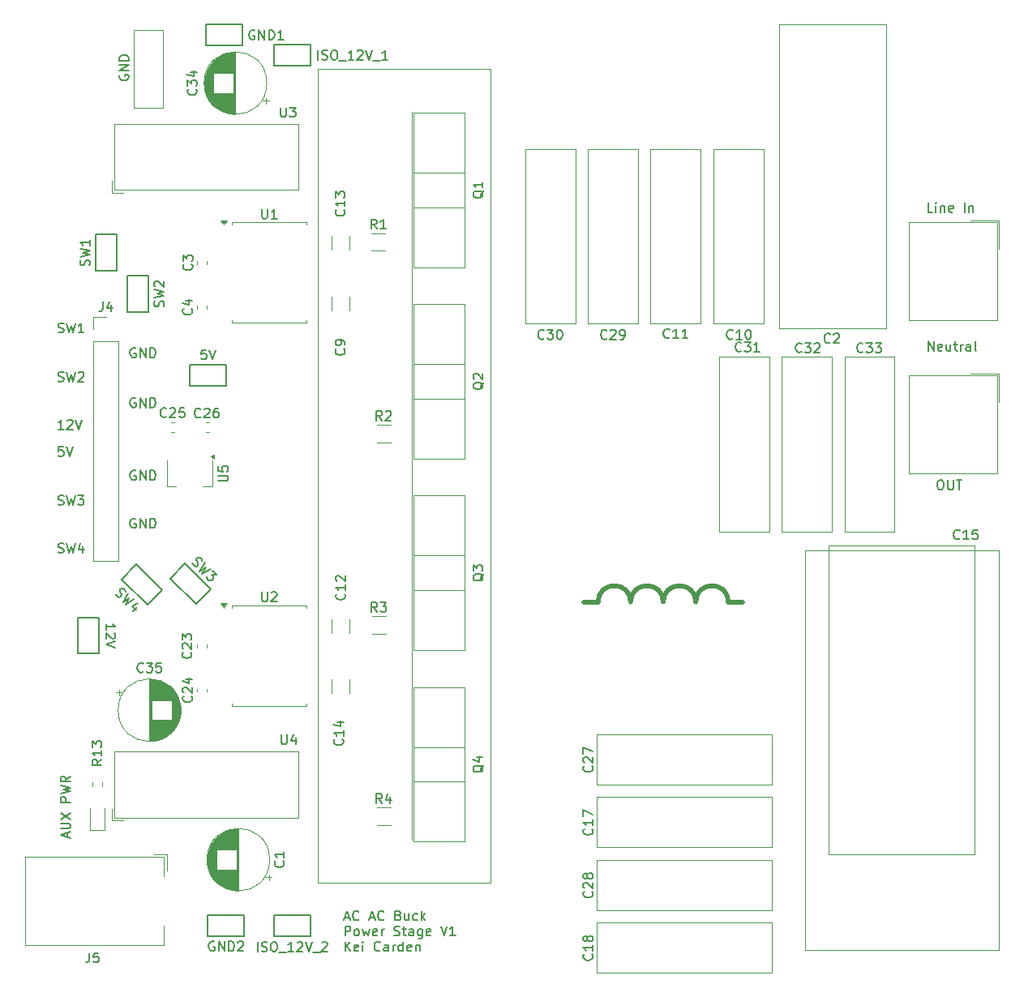
<source format=gbr>
%TF.GenerationSoftware,KiCad,Pcbnew,8.0.3*%
%TF.CreationDate,2025-02-16T14:56:23+13:00*%
%TF.ProjectId,Power-stage-rounded,506f7765-722d-4737-9461-67652d726f75,rev?*%
%TF.SameCoordinates,Original*%
%TF.FileFunction,Legend,Top*%
%TF.FilePolarity,Positive*%
%FSLAX46Y46*%
G04 Gerber Fmt 4.6, Leading zero omitted, Abs format (unit mm)*
G04 Created by KiCad (PCBNEW 8.0.3) date 2025-02-16 14:56:23*
%MOMM*%
%LPD*%
G01*
G04 APERTURE LIST*
%ADD10C,0.200000*%
%ADD11C,0.500000*%
%ADD12C,0.150000*%
%ADD13C,0.120000*%
G04 APERTURE END LIST*
D10*
X115243482Y-77614838D02*
X115148244Y-77567219D01*
X115148244Y-77567219D02*
X115005387Y-77567219D01*
X115005387Y-77567219D02*
X114862530Y-77614838D01*
X114862530Y-77614838D02*
X114767292Y-77710076D01*
X114767292Y-77710076D02*
X114719673Y-77805314D01*
X114719673Y-77805314D02*
X114672054Y-77995790D01*
X114672054Y-77995790D02*
X114672054Y-78138647D01*
X114672054Y-78138647D02*
X114719673Y-78329123D01*
X114719673Y-78329123D02*
X114767292Y-78424361D01*
X114767292Y-78424361D02*
X114862530Y-78519600D01*
X114862530Y-78519600D02*
X115005387Y-78567219D01*
X115005387Y-78567219D02*
X115100625Y-78567219D01*
X115100625Y-78567219D02*
X115243482Y-78519600D01*
X115243482Y-78519600D02*
X115291101Y-78471980D01*
X115291101Y-78471980D02*
X115291101Y-78138647D01*
X115291101Y-78138647D02*
X115100625Y-78138647D01*
X115719673Y-78567219D02*
X115719673Y-77567219D01*
X115719673Y-77567219D02*
X116291101Y-78567219D01*
X116291101Y-78567219D02*
X116291101Y-77567219D01*
X116767292Y-78567219D02*
X116767292Y-77567219D01*
X116767292Y-77567219D02*
X117005387Y-77567219D01*
X117005387Y-77567219D02*
X117148244Y-77614838D01*
X117148244Y-77614838D02*
X117243482Y-77710076D01*
X117243482Y-77710076D02*
X117291101Y-77805314D01*
X117291101Y-77805314D02*
X117338720Y-77995790D01*
X117338720Y-77995790D02*
X117338720Y-78138647D01*
X117338720Y-78138647D02*
X117291101Y-78329123D01*
X117291101Y-78329123D02*
X117243482Y-78424361D01*
X117243482Y-78424361D02*
X117148244Y-78519600D01*
X117148244Y-78519600D02*
X117005387Y-78567219D01*
X117005387Y-78567219D02*
X116767292Y-78567219D01*
X115243482Y-82814838D02*
X115148244Y-82767219D01*
X115148244Y-82767219D02*
X115005387Y-82767219D01*
X115005387Y-82767219D02*
X114862530Y-82814838D01*
X114862530Y-82814838D02*
X114767292Y-82910076D01*
X114767292Y-82910076D02*
X114719673Y-83005314D01*
X114719673Y-83005314D02*
X114672054Y-83195790D01*
X114672054Y-83195790D02*
X114672054Y-83338647D01*
X114672054Y-83338647D02*
X114719673Y-83529123D01*
X114719673Y-83529123D02*
X114767292Y-83624361D01*
X114767292Y-83624361D02*
X114862530Y-83719600D01*
X114862530Y-83719600D02*
X115005387Y-83767219D01*
X115005387Y-83767219D02*
X115100625Y-83767219D01*
X115100625Y-83767219D02*
X115243482Y-83719600D01*
X115243482Y-83719600D02*
X115291101Y-83671980D01*
X115291101Y-83671980D02*
X115291101Y-83338647D01*
X115291101Y-83338647D02*
X115100625Y-83338647D01*
X115719673Y-83767219D02*
X115719673Y-82767219D01*
X115719673Y-82767219D02*
X116291101Y-83767219D01*
X116291101Y-83767219D02*
X116291101Y-82767219D01*
X116767292Y-83767219D02*
X116767292Y-82767219D01*
X116767292Y-82767219D02*
X117005387Y-82767219D01*
X117005387Y-82767219D02*
X117148244Y-82814838D01*
X117148244Y-82814838D02*
X117243482Y-82910076D01*
X117243482Y-82910076D02*
X117291101Y-83005314D01*
X117291101Y-83005314D02*
X117338720Y-83195790D01*
X117338720Y-83195790D02*
X117338720Y-83338647D01*
X117338720Y-83338647D02*
X117291101Y-83529123D01*
X117291101Y-83529123D02*
X117243482Y-83624361D01*
X117243482Y-83624361D02*
X117148244Y-83719600D01*
X117148244Y-83719600D02*
X117005387Y-83767219D01*
X117005387Y-83767219D02*
X116767292Y-83767219D01*
X115243482Y-90414838D02*
X115148244Y-90367219D01*
X115148244Y-90367219D02*
X115005387Y-90367219D01*
X115005387Y-90367219D02*
X114862530Y-90414838D01*
X114862530Y-90414838D02*
X114767292Y-90510076D01*
X114767292Y-90510076D02*
X114719673Y-90605314D01*
X114719673Y-90605314D02*
X114672054Y-90795790D01*
X114672054Y-90795790D02*
X114672054Y-90938647D01*
X114672054Y-90938647D02*
X114719673Y-91129123D01*
X114719673Y-91129123D02*
X114767292Y-91224361D01*
X114767292Y-91224361D02*
X114862530Y-91319600D01*
X114862530Y-91319600D02*
X115005387Y-91367219D01*
X115005387Y-91367219D02*
X115100625Y-91367219D01*
X115100625Y-91367219D02*
X115243482Y-91319600D01*
X115243482Y-91319600D02*
X115291101Y-91271980D01*
X115291101Y-91271980D02*
X115291101Y-90938647D01*
X115291101Y-90938647D02*
X115100625Y-90938647D01*
X115719673Y-91367219D02*
X115719673Y-90367219D01*
X115719673Y-90367219D02*
X116291101Y-91367219D01*
X116291101Y-91367219D02*
X116291101Y-90367219D01*
X116767292Y-91367219D02*
X116767292Y-90367219D01*
X116767292Y-90367219D02*
X117005387Y-90367219D01*
X117005387Y-90367219D02*
X117148244Y-90414838D01*
X117148244Y-90414838D02*
X117243482Y-90510076D01*
X117243482Y-90510076D02*
X117291101Y-90605314D01*
X117291101Y-90605314D02*
X117338720Y-90795790D01*
X117338720Y-90795790D02*
X117338720Y-90938647D01*
X117338720Y-90938647D02*
X117291101Y-91129123D01*
X117291101Y-91129123D02*
X117243482Y-91224361D01*
X117243482Y-91224361D02*
X117148244Y-91319600D01*
X117148244Y-91319600D02*
X117005387Y-91367219D01*
X117005387Y-91367219D02*
X116767292Y-91367219D01*
X115243482Y-95414838D02*
X115148244Y-95367219D01*
X115148244Y-95367219D02*
X115005387Y-95367219D01*
X115005387Y-95367219D02*
X114862530Y-95414838D01*
X114862530Y-95414838D02*
X114767292Y-95510076D01*
X114767292Y-95510076D02*
X114719673Y-95605314D01*
X114719673Y-95605314D02*
X114672054Y-95795790D01*
X114672054Y-95795790D02*
X114672054Y-95938647D01*
X114672054Y-95938647D02*
X114719673Y-96129123D01*
X114719673Y-96129123D02*
X114767292Y-96224361D01*
X114767292Y-96224361D02*
X114862530Y-96319600D01*
X114862530Y-96319600D02*
X115005387Y-96367219D01*
X115005387Y-96367219D02*
X115100625Y-96367219D01*
X115100625Y-96367219D02*
X115243482Y-96319600D01*
X115243482Y-96319600D02*
X115291101Y-96271980D01*
X115291101Y-96271980D02*
X115291101Y-95938647D01*
X115291101Y-95938647D02*
X115100625Y-95938647D01*
X115719673Y-96367219D02*
X115719673Y-95367219D01*
X115719673Y-95367219D02*
X116291101Y-96367219D01*
X116291101Y-96367219D02*
X116291101Y-95367219D01*
X116767292Y-96367219D02*
X116767292Y-95367219D01*
X116767292Y-95367219D02*
X117005387Y-95367219D01*
X117005387Y-95367219D02*
X117148244Y-95414838D01*
X117148244Y-95414838D02*
X117243482Y-95510076D01*
X117243482Y-95510076D02*
X117291101Y-95605314D01*
X117291101Y-95605314D02*
X117338720Y-95795790D01*
X117338720Y-95795790D02*
X117338720Y-95938647D01*
X117338720Y-95938647D02*
X117291101Y-96129123D01*
X117291101Y-96129123D02*
X117243482Y-96224361D01*
X117243482Y-96224361D02*
X117148244Y-96319600D01*
X117148244Y-96319600D02*
X117005387Y-96367219D01*
X117005387Y-96367219D02*
X116767292Y-96367219D01*
X107743482Y-86067219D02*
X107172054Y-86067219D01*
X107457768Y-86067219D02*
X107457768Y-85067219D01*
X107457768Y-85067219D02*
X107362530Y-85210076D01*
X107362530Y-85210076D02*
X107267292Y-85305314D01*
X107267292Y-85305314D02*
X107172054Y-85352933D01*
X108124435Y-85162457D02*
X108172054Y-85114838D01*
X108172054Y-85114838D02*
X108267292Y-85067219D01*
X108267292Y-85067219D02*
X108505387Y-85067219D01*
X108505387Y-85067219D02*
X108600625Y-85114838D01*
X108600625Y-85114838D02*
X108648244Y-85162457D01*
X108648244Y-85162457D02*
X108695863Y-85257695D01*
X108695863Y-85257695D02*
X108695863Y-85352933D01*
X108695863Y-85352933D02*
X108648244Y-85495790D01*
X108648244Y-85495790D02*
X108076816Y-86067219D01*
X108076816Y-86067219D02*
X108695863Y-86067219D01*
X108981578Y-85067219D02*
X109314911Y-86067219D01*
X109314911Y-86067219D02*
X109648244Y-85067219D01*
X107695863Y-87867219D02*
X107219673Y-87867219D01*
X107219673Y-87867219D02*
X107172054Y-88343409D01*
X107172054Y-88343409D02*
X107219673Y-88295790D01*
X107219673Y-88295790D02*
X107314911Y-88248171D01*
X107314911Y-88248171D02*
X107553006Y-88248171D01*
X107553006Y-88248171D02*
X107648244Y-88295790D01*
X107648244Y-88295790D02*
X107695863Y-88343409D01*
X107695863Y-88343409D02*
X107743482Y-88438647D01*
X107743482Y-88438647D02*
X107743482Y-88676742D01*
X107743482Y-88676742D02*
X107695863Y-88771980D01*
X107695863Y-88771980D02*
X107648244Y-88819600D01*
X107648244Y-88819600D02*
X107553006Y-88867219D01*
X107553006Y-88867219D02*
X107314911Y-88867219D01*
X107314911Y-88867219D02*
X107219673Y-88819600D01*
X107219673Y-88819600D02*
X107172054Y-88771980D01*
X108029197Y-87867219D02*
X108362530Y-88867219D01*
X108362530Y-88867219D02*
X108695863Y-87867219D01*
X107172054Y-75919600D02*
X107314911Y-75967219D01*
X107314911Y-75967219D02*
X107553006Y-75967219D01*
X107553006Y-75967219D02*
X107648244Y-75919600D01*
X107648244Y-75919600D02*
X107695863Y-75871980D01*
X107695863Y-75871980D02*
X107743482Y-75776742D01*
X107743482Y-75776742D02*
X107743482Y-75681504D01*
X107743482Y-75681504D02*
X107695863Y-75586266D01*
X107695863Y-75586266D02*
X107648244Y-75538647D01*
X107648244Y-75538647D02*
X107553006Y-75491028D01*
X107553006Y-75491028D02*
X107362530Y-75443409D01*
X107362530Y-75443409D02*
X107267292Y-75395790D01*
X107267292Y-75395790D02*
X107219673Y-75348171D01*
X107219673Y-75348171D02*
X107172054Y-75252933D01*
X107172054Y-75252933D02*
X107172054Y-75157695D01*
X107172054Y-75157695D02*
X107219673Y-75062457D01*
X107219673Y-75062457D02*
X107267292Y-75014838D01*
X107267292Y-75014838D02*
X107362530Y-74967219D01*
X107362530Y-74967219D02*
X107600625Y-74967219D01*
X107600625Y-74967219D02*
X107743482Y-75014838D01*
X108076816Y-74967219D02*
X108314911Y-75967219D01*
X108314911Y-75967219D02*
X108505387Y-75252933D01*
X108505387Y-75252933D02*
X108695863Y-75967219D01*
X108695863Y-75967219D02*
X108933959Y-74967219D01*
X109838720Y-75967219D02*
X109267292Y-75967219D01*
X109553006Y-75967219D02*
X109553006Y-74967219D01*
X109553006Y-74967219D02*
X109457768Y-75110076D01*
X109457768Y-75110076D02*
X109362530Y-75205314D01*
X109362530Y-75205314D02*
X109267292Y-75252933D01*
X107172054Y-81019600D02*
X107314911Y-81067219D01*
X107314911Y-81067219D02*
X107553006Y-81067219D01*
X107553006Y-81067219D02*
X107648244Y-81019600D01*
X107648244Y-81019600D02*
X107695863Y-80971980D01*
X107695863Y-80971980D02*
X107743482Y-80876742D01*
X107743482Y-80876742D02*
X107743482Y-80781504D01*
X107743482Y-80781504D02*
X107695863Y-80686266D01*
X107695863Y-80686266D02*
X107648244Y-80638647D01*
X107648244Y-80638647D02*
X107553006Y-80591028D01*
X107553006Y-80591028D02*
X107362530Y-80543409D01*
X107362530Y-80543409D02*
X107267292Y-80495790D01*
X107267292Y-80495790D02*
X107219673Y-80448171D01*
X107219673Y-80448171D02*
X107172054Y-80352933D01*
X107172054Y-80352933D02*
X107172054Y-80257695D01*
X107172054Y-80257695D02*
X107219673Y-80162457D01*
X107219673Y-80162457D02*
X107267292Y-80114838D01*
X107267292Y-80114838D02*
X107362530Y-80067219D01*
X107362530Y-80067219D02*
X107600625Y-80067219D01*
X107600625Y-80067219D02*
X107743482Y-80114838D01*
X108076816Y-80067219D02*
X108314911Y-81067219D01*
X108314911Y-81067219D02*
X108505387Y-80352933D01*
X108505387Y-80352933D02*
X108695863Y-81067219D01*
X108695863Y-81067219D02*
X108933959Y-80067219D01*
X109267292Y-80162457D02*
X109314911Y-80114838D01*
X109314911Y-80114838D02*
X109410149Y-80067219D01*
X109410149Y-80067219D02*
X109648244Y-80067219D01*
X109648244Y-80067219D02*
X109743482Y-80114838D01*
X109743482Y-80114838D02*
X109791101Y-80162457D01*
X109791101Y-80162457D02*
X109838720Y-80257695D01*
X109838720Y-80257695D02*
X109838720Y-80352933D01*
X109838720Y-80352933D02*
X109791101Y-80495790D01*
X109791101Y-80495790D02*
X109219673Y-81067219D01*
X109219673Y-81067219D02*
X109838720Y-81067219D01*
X107172054Y-98919600D02*
X107314911Y-98967219D01*
X107314911Y-98967219D02*
X107553006Y-98967219D01*
X107553006Y-98967219D02*
X107648244Y-98919600D01*
X107648244Y-98919600D02*
X107695863Y-98871980D01*
X107695863Y-98871980D02*
X107743482Y-98776742D01*
X107743482Y-98776742D02*
X107743482Y-98681504D01*
X107743482Y-98681504D02*
X107695863Y-98586266D01*
X107695863Y-98586266D02*
X107648244Y-98538647D01*
X107648244Y-98538647D02*
X107553006Y-98491028D01*
X107553006Y-98491028D02*
X107362530Y-98443409D01*
X107362530Y-98443409D02*
X107267292Y-98395790D01*
X107267292Y-98395790D02*
X107219673Y-98348171D01*
X107219673Y-98348171D02*
X107172054Y-98252933D01*
X107172054Y-98252933D02*
X107172054Y-98157695D01*
X107172054Y-98157695D02*
X107219673Y-98062457D01*
X107219673Y-98062457D02*
X107267292Y-98014838D01*
X107267292Y-98014838D02*
X107362530Y-97967219D01*
X107362530Y-97967219D02*
X107600625Y-97967219D01*
X107600625Y-97967219D02*
X107743482Y-98014838D01*
X108076816Y-97967219D02*
X108314911Y-98967219D01*
X108314911Y-98967219D02*
X108505387Y-98252933D01*
X108505387Y-98252933D02*
X108695863Y-98967219D01*
X108695863Y-98967219D02*
X108933959Y-97967219D01*
X109743482Y-98300552D02*
X109743482Y-98967219D01*
X109505387Y-97919600D02*
X109267292Y-98633885D01*
X109267292Y-98633885D02*
X109886339Y-98633885D01*
X107172054Y-93919600D02*
X107314911Y-93967219D01*
X107314911Y-93967219D02*
X107553006Y-93967219D01*
X107553006Y-93967219D02*
X107648244Y-93919600D01*
X107648244Y-93919600D02*
X107695863Y-93871980D01*
X107695863Y-93871980D02*
X107743482Y-93776742D01*
X107743482Y-93776742D02*
X107743482Y-93681504D01*
X107743482Y-93681504D02*
X107695863Y-93586266D01*
X107695863Y-93586266D02*
X107648244Y-93538647D01*
X107648244Y-93538647D02*
X107553006Y-93491028D01*
X107553006Y-93491028D02*
X107362530Y-93443409D01*
X107362530Y-93443409D02*
X107267292Y-93395790D01*
X107267292Y-93395790D02*
X107219673Y-93348171D01*
X107219673Y-93348171D02*
X107172054Y-93252933D01*
X107172054Y-93252933D02*
X107172054Y-93157695D01*
X107172054Y-93157695D02*
X107219673Y-93062457D01*
X107219673Y-93062457D02*
X107267292Y-93014838D01*
X107267292Y-93014838D02*
X107362530Y-92967219D01*
X107362530Y-92967219D02*
X107600625Y-92967219D01*
X107600625Y-92967219D02*
X107743482Y-93014838D01*
X108076816Y-92967219D02*
X108314911Y-93967219D01*
X108314911Y-93967219D02*
X108505387Y-93252933D01*
X108505387Y-93252933D02*
X108695863Y-93967219D01*
X108695863Y-93967219D02*
X108933959Y-92967219D01*
X109219673Y-92967219D02*
X109838720Y-92967219D01*
X109838720Y-92967219D02*
X109505387Y-93348171D01*
X109505387Y-93348171D02*
X109648244Y-93348171D01*
X109648244Y-93348171D02*
X109743482Y-93395790D01*
X109743482Y-93395790D02*
X109791101Y-93443409D01*
X109791101Y-93443409D02*
X109838720Y-93538647D01*
X109838720Y-93538647D02*
X109838720Y-93776742D01*
X109838720Y-93776742D02*
X109791101Y-93871980D01*
X109791101Y-93871980D02*
X109743482Y-93919600D01*
X109743482Y-93919600D02*
X109648244Y-93967219D01*
X109648244Y-93967219D02*
X109362530Y-93967219D01*
X109362530Y-93967219D02*
X109267292Y-93919600D01*
X109267292Y-93919600D02*
X109219673Y-93871980D01*
X108131504Y-128677945D02*
X108131504Y-128201755D01*
X108417219Y-128773183D02*
X107417219Y-128439850D01*
X107417219Y-128439850D02*
X108417219Y-128106517D01*
X107417219Y-127773183D02*
X108226742Y-127773183D01*
X108226742Y-127773183D02*
X108321980Y-127725564D01*
X108321980Y-127725564D02*
X108369600Y-127677945D01*
X108369600Y-127677945D02*
X108417219Y-127582707D01*
X108417219Y-127582707D02*
X108417219Y-127392231D01*
X108417219Y-127392231D02*
X108369600Y-127296993D01*
X108369600Y-127296993D02*
X108321980Y-127249374D01*
X108321980Y-127249374D02*
X108226742Y-127201755D01*
X108226742Y-127201755D02*
X107417219Y-127201755D01*
X107417219Y-126820802D02*
X108417219Y-126154136D01*
X107417219Y-126154136D02*
X108417219Y-126820802D01*
X108417219Y-125011278D02*
X107417219Y-125011278D01*
X107417219Y-125011278D02*
X107417219Y-124630326D01*
X107417219Y-124630326D02*
X107464838Y-124535088D01*
X107464838Y-124535088D02*
X107512457Y-124487469D01*
X107512457Y-124487469D02*
X107607695Y-124439850D01*
X107607695Y-124439850D02*
X107750552Y-124439850D01*
X107750552Y-124439850D02*
X107845790Y-124487469D01*
X107845790Y-124487469D02*
X107893409Y-124535088D01*
X107893409Y-124535088D02*
X107941028Y-124630326D01*
X107941028Y-124630326D02*
X107941028Y-125011278D01*
X107417219Y-124106516D02*
X108417219Y-123868421D01*
X108417219Y-123868421D02*
X107702933Y-123677945D01*
X107702933Y-123677945D02*
X108417219Y-123487469D01*
X108417219Y-123487469D02*
X107417219Y-123249374D01*
X108417219Y-122296993D02*
X107941028Y-122630326D01*
X108417219Y-122868421D02*
X107417219Y-122868421D01*
X107417219Y-122868421D02*
X107417219Y-122487469D01*
X107417219Y-122487469D02*
X107464838Y-122392231D01*
X107464838Y-122392231D02*
X107512457Y-122344612D01*
X107512457Y-122344612D02*
X107607695Y-122296993D01*
X107607695Y-122296993D02*
X107750552Y-122296993D01*
X107750552Y-122296993D02*
X107845790Y-122344612D01*
X107845790Y-122344612D02*
X107893409Y-122392231D01*
X107893409Y-122392231D02*
X107941028Y-122487469D01*
X107941028Y-122487469D02*
X107941028Y-122868421D01*
D11*
X162050000Y-104100000D02*
X163550000Y-104100000D01*
X166950000Y-104100000D02*
G75*
G02*
X170350000Y-104100000I1700000J0D01*
G01*
X163550000Y-104100000D02*
G75*
G02*
X166950000Y-104100000I1700000J0D01*
G01*
X173750000Y-104100000D02*
G75*
G02*
X177150000Y-104100000I1700000J0D01*
G01*
X170350000Y-104100000D02*
G75*
G02*
X173750000Y-104100000I1700000J0D01*
G01*
X177150000Y-104100000D02*
X178650000Y-104100000D01*
D10*
X198019673Y-77867219D02*
X198019673Y-76867219D01*
X198019673Y-76867219D02*
X198591101Y-77867219D01*
X198591101Y-77867219D02*
X198591101Y-76867219D01*
X199448244Y-77819600D02*
X199353006Y-77867219D01*
X199353006Y-77867219D02*
X199162530Y-77867219D01*
X199162530Y-77867219D02*
X199067292Y-77819600D01*
X199067292Y-77819600D02*
X199019673Y-77724361D01*
X199019673Y-77724361D02*
X199019673Y-77343409D01*
X199019673Y-77343409D02*
X199067292Y-77248171D01*
X199067292Y-77248171D02*
X199162530Y-77200552D01*
X199162530Y-77200552D02*
X199353006Y-77200552D01*
X199353006Y-77200552D02*
X199448244Y-77248171D01*
X199448244Y-77248171D02*
X199495863Y-77343409D01*
X199495863Y-77343409D02*
X199495863Y-77438647D01*
X199495863Y-77438647D02*
X199019673Y-77533885D01*
X200353006Y-77200552D02*
X200353006Y-77867219D01*
X199924435Y-77200552D02*
X199924435Y-77724361D01*
X199924435Y-77724361D02*
X199972054Y-77819600D01*
X199972054Y-77819600D02*
X200067292Y-77867219D01*
X200067292Y-77867219D02*
X200210149Y-77867219D01*
X200210149Y-77867219D02*
X200305387Y-77819600D01*
X200305387Y-77819600D02*
X200353006Y-77771980D01*
X200686340Y-77200552D02*
X201067292Y-77200552D01*
X200829197Y-76867219D02*
X200829197Y-77724361D01*
X200829197Y-77724361D02*
X200876816Y-77819600D01*
X200876816Y-77819600D02*
X200972054Y-77867219D01*
X200972054Y-77867219D02*
X201067292Y-77867219D01*
X201400626Y-77867219D02*
X201400626Y-77200552D01*
X201400626Y-77391028D02*
X201448245Y-77295790D01*
X201448245Y-77295790D02*
X201495864Y-77248171D01*
X201495864Y-77248171D02*
X201591102Y-77200552D01*
X201591102Y-77200552D02*
X201686340Y-77200552D01*
X202448245Y-77867219D02*
X202448245Y-77343409D01*
X202448245Y-77343409D02*
X202400626Y-77248171D01*
X202400626Y-77248171D02*
X202305388Y-77200552D01*
X202305388Y-77200552D02*
X202114912Y-77200552D01*
X202114912Y-77200552D02*
X202019674Y-77248171D01*
X202448245Y-77819600D02*
X202353007Y-77867219D01*
X202353007Y-77867219D02*
X202114912Y-77867219D01*
X202114912Y-77867219D02*
X202019674Y-77819600D01*
X202019674Y-77819600D02*
X201972055Y-77724361D01*
X201972055Y-77724361D02*
X201972055Y-77629123D01*
X201972055Y-77629123D02*
X202019674Y-77533885D01*
X202019674Y-77533885D02*
X202114912Y-77486266D01*
X202114912Y-77486266D02*
X202353007Y-77486266D01*
X202353007Y-77486266D02*
X202448245Y-77438647D01*
X203067293Y-77867219D02*
X202972055Y-77819600D01*
X202972055Y-77819600D02*
X202924436Y-77724361D01*
X202924436Y-77724361D02*
X202924436Y-76867219D01*
X137072054Y-137061616D02*
X137548244Y-137061616D01*
X136976816Y-137347331D02*
X137310149Y-136347331D01*
X137310149Y-136347331D02*
X137643482Y-137347331D01*
X138548244Y-137252092D02*
X138500625Y-137299712D01*
X138500625Y-137299712D02*
X138357768Y-137347331D01*
X138357768Y-137347331D02*
X138262530Y-137347331D01*
X138262530Y-137347331D02*
X138119673Y-137299712D01*
X138119673Y-137299712D02*
X138024435Y-137204473D01*
X138024435Y-137204473D02*
X137976816Y-137109235D01*
X137976816Y-137109235D02*
X137929197Y-136918759D01*
X137929197Y-136918759D02*
X137929197Y-136775902D01*
X137929197Y-136775902D02*
X137976816Y-136585426D01*
X137976816Y-136585426D02*
X138024435Y-136490188D01*
X138024435Y-136490188D02*
X138119673Y-136394950D01*
X138119673Y-136394950D02*
X138262530Y-136347331D01*
X138262530Y-136347331D02*
X138357768Y-136347331D01*
X138357768Y-136347331D02*
X138500625Y-136394950D01*
X138500625Y-136394950D02*
X138548244Y-136442569D01*
X139691102Y-137061616D02*
X140167292Y-137061616D01*
X139595864Y-137347331D02*
X139929197Y-136347331D01*
X139929197Y-136347331D02*
X140262530Y-137347331D01*
X141167292Y-137252092D02*
X141119673Y-137299712D01*
X141119673Y-137299712D02*
X140976816Y-137347331D01*
X140976816Y-137347331D02*
X140881578Y-137347331D01*
X140881578Y-137347331D02*
X140738721Y-137299712D01*
X140738721Y-137299712D02*
X140643483Y-137204473D01*
X140643483Y-137204473D02*
X140595864Y-137109235D01*
X140595864Y-137109235D02*
X140548245Y-136918759D01*
X140548245Y-136918759D02*
X140548245Y-136775902D01*
X140548245Y-136775902D02*
X140595864Y-136585426D01*
X140595864Y-136585426D02*
X140643483Y-136490188D01*
X140643483Y-136490188D02*
X140738721Y-136394950D01*
X140738721Y-136394950D02*
X140881578Y-136347331D01*
X140881578Y-136347331D02*
X140976816Y-136347331D01*
X140976816Y-136347331D02*
X141119673Y-136394950D01*
X141119673Y-136394950D02*
X141167292Y-136442569D01*
X142691102Y-136823521D02*
X142833959Y-136871140D01*
X142833959Y-136871140D02*
X142881578Y-136918759D01*
X142881578Y-136918759D02*
X142929197Y-137013997D01*
X142929197Y-137013997D02*
X142929197Y-137156854D01*
X142929197Y-137156854D02*
X142881578Y-137252092D01*
X142881578Y-137252092D02*
X142833959Y-137299712D01*
X142833959Y-137299712D02*
X142738721Y-137347331D01*
X142738721Y-137347331D02*
X142357769Y-137347331D01*
X142357769Y-137347331D02*
X142357769Y-136347331D01*
X142357769Y-136347331D02*
X142691102Y-136347331D01*
X142691102Y-136347331D02*
X142786340Y-136394950D01*
X142786340Y-136394950D02*
X142833959Y-136442569D01*
X142833959Y-136442569D02*
X142881578Y-136537807D01*
X142881578Y-136537807D02*
X142881578Y-136633045D01*
X142881578Y-136633045D02*
X142833959Y-136728283D01*
X142833959Y-136728283D02*
X142786340Y-136775902D01*
X142786340Y-136775902D02*
X142691102Y-136823521D01*
X142691102Y-136823521D02*
X142357769Y-136823521D01*
X143786340Y-136680664D02*
X143786340Y-137347331D01*
X143357769Y-136680664D02*
X143357769Y-137204473D01*
X143357769Y-137204473D02*
X143405388Y-137299712D01*
X143405388Y-137299712D02*
X143500626Y-137347331D01*
X143500626Y-137347331D02*
X143643483Y-137347331D01*
X143643483Y-137347331D02*
X143738721Y-137299712D01*
X143738721Y-137299712D02*
X143786340Y-137252092D01*
X144691102Y-137299712D02*
X144595864Y-137347331D01*
X144595864Y-137347331D02*
X144405388Y-137347331D01*
X144405388Y-137347331D02*
X144310150Y-137299712D01*
X144310150Y-137299712D02*
X144262531Y-137252092D01*
X144262531Y-137252092D02*
X144214912Y-137156854D01*
X144214912Y-137156854D02*
X144214912Y-136871140D01*
X144214912Y-136871140D02*
X144262531Y-136775902D01*
X144262531Y-136775902D02*
X144310150Y-136728283D01*
X144310150Y-136728283D02*
X144405388Y-136680664D01*
X144405388Y-136680664D02*
X144595864Y-136680664D01*
X144595864Y-136680664D02*
X144691102Y-136728283D01*
X145119674Y-137347331D02*
X145119674Y-136347331D01*
X145214912Y-136966378D02*
X145500626Y-137347331D01*
X145500626Y-136680664D02*
X145119674Y-137061616D01*
X137119673Y-138957275D02*
X137119673Y-137957275D01*
X137119673Y-137957275D02*
X137500625Y-137957275D01*
X137500625Y-137957275D02*
X137595863Y-138004894D01*
X137595863Y-138004894D02*
X137643482Y-138052513D01*
X137643482Y-138052513D02*
X137691101Y-138147751D01*
X137691101Y-138147751D02*
X137691101Y-138290608D01*
X137691101Y-138290608D02*
X137643482Y-138385846D01*
X137643482Y-138385846D02*
X137595863Y-138433465D01*
X137595863Y-138433465D02*
X137500625Y-138481084D01*
X137500625Y-138481084D02*
X137119673Y-138481084D01*
X138262530Y-138957275D02*
X138167292Y-138909656D01*
X138167292Y-138909656D02*
X138119673Y-138862036D01*
X138119673Y-138862036D02*
X138072054Y-138766798D01*
X138072054Y-138766798D02*
X138072054Y-138481084D01*
X138072054Y-138481084D02*
X138119673Y-138385846D01*
X138119673Y-138385846D02*
X138167292Y-138338227D01*
X138167292Y-138338227D02*
X138262530Y-138290608D01*
X138262530Y-138290608D02*
X138405387Y-138290608D01*
X138405387Y-138290608D02*
X138500625Y-138338227D01*
X138500625Y-138338227D02*
X138548244Y-138385846D01*
X138548244Y-138385846D02*
X138595863Y-138481084D01*
X138595863Y-138481084D02*
X138595863Y-138766798D01*
X138595863Y-138766798D02*
X138548244Y-138862036D01*
X138548244Y-138862036D02*
X138500625Y-138909656D01*
X138500625Y-138909656D02*
X138405387Y-138957275D01*
X138405387Y-138957275D02*
X138262530Y-138957275D01*
X138929197Y-138290608D02*
X139119673Y-138957275D01*
X139119673Y-138957275D02*
X139310149Y-138481084D01*
X139310149Y-138481084D02*
X139500625Y-138957275D01*
X139500625Y-138957275D02*
X139691101Y-138290608D01*
X140453006Y-138909656D02*
X140357768Y-138957275D01*
X140357768Y-138957275D02*
X140167292Y-138957275D01*
X140167292Y-138957275D02*
X140072054Y-138909656D01*
X140072054Y-138909656D02*
X140024435Y-138814417D01*
X140024435Y-138814417D02*
X140024435Y-138433465D01*
X140024435Y-138433465D02*
X140072054Y-138338227D01*
X140072054Y-138338227D02*
X140167292Y-138290608D01*
X140167292Y-138290608D02*
X140357768Y-138290608D01*
X140357768Y-138290608D02*
X140453006Y-138338227D01*
X140453006Y-138338227D02*
X140500625Y-138433465D01*
X140500625Y-138433465D02*
X140500625Y-138528703D01*
X140500625Y-138528703D02*
X140024435Y-138623941D01*
X140929197Y-138957275D02*
X140929197Y-138290608D01*
X140929197Y-138481084D02*
X140976816Y-138385846D01*
X140976816Y-138385846D02*
X141024435Y-138338227D01*
X141024435Y-138338227D02*
X141119673Y-138290608D01*
X141119673Y-138290608D02*
X141214911Y-138290608D01*
X142262531Y-138909656D02*
X142405388Y-138957275D01*
X142405388Y-138957275D02*
X142643483Y-138957275D01*
X142643483Y-138957275D02*
X142738721Y-138909656D01*
X142738721Y-138909656D02*
X142786340Y-138862036D01*
X142786340Y-138862036D02*
X142833959Y-138766798D01*
X142833959Y-138766798D02*
X142833959Y-138671560D01*
X142833959Y-138671560D02*
X142786340Y-138576322D01*
X142786340Y-138576322D02*
X142738721Y-138528703D01*
X142738721Y-138528703D02*
X142643483Y-138481084D01*
X142643483Y-138481084D02*
X142453007Y-138433465D01*
X142453007Y-138433465D02*
X142357769Y-138385846D01*
X142357769Y-138385846D02*
X142310150Y-138338227D01*
X142310150Y-138338227D02*
X142262531Y-138242989D01*
X142262531Y-138242989D02*
X142262531Y-138147751D01*
X142262531Y-138147751D02*
X142310150Y-138052513D01*
X142310150Y-138052513D02*
X142357769Y-138004894D01*
X142357769Y-138004894D02*
X142453007Y-137957275D01*
X142453007Y-137957275D02*
X142691102Y-137957275D01*
X142691102Y-137957275D02*
X142833959Y-138004894D01*
X143119674Y-138290608D02*
X143500626Y-138290608D01*
X143262531Y-137957275D02*
X143262531Y-138814417D01*
X143262531Y-138814417D02*
X143310150Y-138909656D01*
X143310150Y-138909656D02*
X143405388Y-138957275D01*
X143405388Y-138957275D02*
X143500626Y-138957275D01*
X144262531Y-138957275D02*
X144262531Y-138433465D01*
X144262531Y-138433465D02*
X144214912Y-138338227D01*
X144214912Y-138338227D02*
X144119674Y-138290608D01*
X144119674Y-138290608D02*
X143929198Y-138290608D01*
X143929198Y-138290608D02*
X143833960Y-138338227D01*
X144262531Y-138909656D02*
X144167293Y-138957275D01*
X144167293Y-138957275D02*
X143929198Y-138957275D01*
X143929198Y-138957275D02*
X143833960Y-138909656D01*
X143833960Y-138909656D02*
X143786341Y-138814417D01*
X143786341Y-138814417D02*
X143786341Y-138719179D01*
X143786341Y-138719179D02*
X143833960Y-138623941D01*
X143833960Y-138623941D02*
X143929198Y-138576322D01*
X143929198Y-138576322D02*
X144167293Y-138576322D01*
X144167293Y-138576322D02*
X144262531Y-138528703D01*
X145167293Y-138290608D02*
X145167293Y-139100132D01*
X145167293Y-139100132D02*
X145119674Y-139195370D01*
X145119674Y-139195370D02*
X145072055Y-139242989D01*
X145072055Y-139242989D02*
X144976817Y-139290608D01*
X144976817Y-139290608D02*
X144833960Y-139290608D01*
X144833960Y-139290608D02*
X144738722Y-139242989D01*
X145167293Y-138909656D02*
X145072055Y-138957275D01*
X145072055Y-138957275D02*
X144881579Y-138957275D01*
X144881579Y-138957275D02*
X144786341Y-138909656D01*
X144786341Y-138909656D02*
X144738722Y-138862036D01*
X144738722Y-138862036D02*
X144691103Y-138766798D01*
X144691103Y-138766798D02*
X144691103Y-138481084D01*
X144691103Y-138481084D02*
X144738722Y-138385846D01*
X144738722Y-138385846D02*
X144786341Y-138338227D01*
X144786341Y-138338227D02*
X144881579Y-138290608D01*
X144881579Y-138290608D02*
X145072055Y-138290608D01*
X145072055Y-138290608D02*
X145167293Y-138338227D01*
X146024436Y-138909656D02*
X145929198Y-138957275D01*
X145929198Y-138957275D02*
X145738722Y-138957275D01*
X145738722Y-138957275D02*
X145643484Y-138909656D01*
X145643484Y-138909656D02*
X145595865Y-138814417D01*
X145595865Y-138814417D02*
X145595865Y-138433465D01*
X145595865Y-138433465D02*
X145643484Y-138338227D01*
X145643484Y-138338227D02*
X145738722Y-138290608D01*
X145738722Y-138290608D02*
X145929198Y-138290608D01*
X145929198Y-138290608D02*
X146024436Y-138338227D01*
X146024436Y-138338227D02*
X146072055Y-138433465D01*
X146072055Y-138433465D02*
X146072055Y-138528703D01*
X146072055Y-138528703D02*
X145595865Y-138623941D01*
X147119675Y-137957275D02*
X147453008Y-138957275D01*
X147453008Y-138957275D02*
X147786341Y-137957275D01*
X148643484Y-138957275D02*
X148072056Y-138957275D01*
X148357770Y-138957275D02*
X148357770Y-137957275D01*
X148357770Y-137957275D02*
X148262532Y-138100132D01*
X148262532Y-138100132D02*
X148167294Y-138195370D01*
X148167294Y-138195370D02*
X148072056Y-138242989D01*
X137119673Y-140567219D02*
X137119673Y-139567219D01*
X137691101Y-140567219D02*
X137262530Y-139995790D01*
X137691101Y-139567219D02*
X137119673Y-140138647D01*
X138500625Y-140519600D02*
X138405387Y-140567219D01*
X138405387Y-140567219D02*
X138214911Y-140567219D01*
X138214911Y-140567219D02*
X138119673Y-140519600D01*
X138119673Y-140519600D02*
X138072054Y-140424361D01*
X138072054Y-140424361D02*
X138072054Y-140043409D01*
X138072054Y-140043409D02*
X138119673Y-139948171D01*
X138119673Y-139948171D02*
X138214911Y-139900552D01*
X138214911Y-139900552D02*
X138405387Y-139900552D01*
X138405387Y-139900552D02*
X138500625Y-139948171D01*
X138500625Y-139948171D02*
X138548244Y-140043409D01*
X138548244Y-140043409D02*
X138548244Y-140138647D01*
X138548244Y-140138647D02*
X138072054Y-140233885D01*
X138976816Y-140567219D02*
X138976816Y-139900552D01*
X138976816Y-139567219D02*
X138929197Y-139614838D01*
X138929197Y-139614838D02*
X138976816Y-139662457D01*
X138976816Y-139662457D02*
X139024435Y-139614838D01*
X139024435Y-139614838D02*
X138976816Y-139567219D01*
X138976816Y-139567219D02*
X138976816Y-139662457D01*
X140786339Y-140471980D02*
X140738720Y-140519600D01*
X140738720Y-140519600D02*
X140595863Y-140567219D01*
X140595863Y-140567219D02*
X140500625Y-140567219D01*
X140500625Y-140567219D02*
X140357768Y-140519600D01*
X140357768Y-140519600D02*
X140262530Y-140424361D01*
X140262530Y-140424361D02*
X140214911Y-140329123D01*
X140214911Y-140329123D02*
X140167292Y-140138647D01*
X140167292Y-140138647D02*
X140167292Y-139995790D01*
X140167292Y-139995790D02*
X140214911Y-139805314D01*
X140214911Y-139805314D02*
X140262530Y-139710076D01*
X140262530Y-139710076D02*
X140357768Y-139614838D01*
X140357768Y-139614838D02*
X140500625Y-139567219D01*
X140500625Y-139567219D02*
X140595863Y-139567219D01*
X140595863Y-139567219D02*
X140738720Y-139614838D01*
X140738720Y-139614838D02*
X140786339Y-139662457D01*
X141643482Y-140567219D02*
X141643482Y-140043409D01*
X141643482Y-140043409D02*
X141595863Y-139948171D01*
X141595863Y-139948171D02*
X141500625Y-139900552D01*
X141500625Y-139900552D02*
X141310149Y-139900552D01*
X141310149Y-139900552D02*
X141214911Y-139948171D01*
X141643482Y-140519600D02*
X141548244Y-140567219D01*
X141548244Y-140567219D02*
X141310149Y-140567219D01*
X141310149Y-140567219D02*
X141214911Y-140519600D01*
X141214911Y-140519600D02*
X141167292Y-140424361D01*
X141167292Y-140424361D02*
X141167292Y-140329123D01*
X141167292Y-140329123D02*
X141214911Y-140233885D01*
X141214911Y-140233885D02*
X141310149Y-140186266D01*
X141310149Y-140186266D02*
X141548244Y-140186266D01*
X141548244Y-140186266D02*
X141643482Y-140138647D01*
X142119673Y-140567219D02*
X142119673Y-139900552D01*
X142119673Y-140091028D02*
X142167292Y-139995790D01*
X142167292Y-139995790D02*
X142214911Y-139948171D01*
X142214911Y-139948171D02*
X142310149Y-139900552D01*
X142310149Y-139900552D02*
X142405387Y-139900552D01*
X143167292Y-140567219D02*
X143167292Y-139567219D01*
X143167292Y-140519600D02*
X143072054Y-140567219D01*
X143072054Y-140567219D02*
X142881578Y-140567219D01*
X142881578Y-140567219D02*
X142786340Y-140519600D01*
X142786340Y-140519600D02*
X142738721Y-140471980D01*
X142738721Y-140471980D02*
X142691102Y-140376742D01*
X142691102Y-140376742D02*
X142691102Y-140091028D01*
X142691102Y-140091028D02*
X142738721Y-139995790D01*
X142738721Y-139995790D02*
X142786340Y-139948171D01*
X142786340Y-139948171D02*
X142881578Y-139900552D01*
X142881578Y-139900552D02*
X143072054Y-139900552D01*
X143072054Y-139900552D02*
X143167292Y-139948171D01*
X144024435Y-140519600D02*
X143929197Y-140567219D01*
X143929197Y-140567219D02*
X143738721Y-140567219D01*
X143738721Y-140567219D02*
X143643483Y-140519600D01*
X143643483Y-140519600D02*
X143595864Y-140424361D01*
X143595864Y-140424361D02*
X143595864Y-140043409D01*
X143595864Y-140043409D02*
X143643483Y-139948171D01*
X143643483Y-139948171D02*
X143738721Y-139900552D01*
X143738721Y-139900552D02*
X143929197Y-139900552D01*
X143929197Y-139900552D02*
X144024435Y-139948171D01*
X144024435Y-139948171D02*
X144072054Y-140043409D01*
X144072054Y-140043409D02*
X144072054Y-140138647D01*
X144072054Y-140138647D02*
X143595864Y-140233885D01*
X144500626Y-139900552D02*
X144500626Y-140567219D01*
X144500626Y-139995790D02*
X144548245Y-139948171D01*
X144548245Y-139948171D02*
X144643483Y-139900552D01*
X144643483Y-139900552D02*
X144786340Y-139900552D01*
X144786340Y-139900552D02*
X144881578Y-139948171D01*
X144881578Y-139948171D02*
X144929197Y-140043409D01*
X144929197Y-140043409D02*
X144929197Y-140567219D01*
X199210149Y-91367219D02*
X199400625Y-91367219D01*
X199400625Y-91367219D02*
X199495863Y-91414838D01*
X199495863Y-91414838D02*
X199591101Y-91510076D01*
X199591101Y-91510076D02*
X199638720Y-91700552D01*
X199638720Y-91700552D02*
X199638720Y-92033885D01*
X199638720Y-92033885D02*
X199591101Y-92224361D01*
X199591101Y-92224361D02*
X199495863Y-92319600D01*
X199495863Y-92319600D02*
X199400625Y-92367219D01*
X199400625Y-92367219D02*
X199210149Y-92367219D01*
X199210149Y-92367219D02*
X199114911Y-92319600D01*
X199114911Y-92319600D02*
X199019673Y-92224361D01*
X199019673Y-92224361D02*
X198972054Y-92033885D01*
X198972054Y-92033885D02*
X198972054Y-91700552D01*
X198972054Y-91700552D02*
X199019673Y-91510076D01*
X199019673Y-91510076D02*
X199114911Y-91414838D01*
X199114911Y-91414838D02*
X199210149Y-91367219D01*
X200067292Y-91367219D02*
X200067292Y-92176742D01*
X200067292Y-92176742D02*
X200114911Y-92271980D01*
X200114911Y-92271980D02*
X200162530Y-92319600D01*
X200162530Y-92319600D02*
X200257768Y-92367219D01*
X200257768Y-92367219D02*
X200448244Y-92367219D01*
X200448244Y-92367219D02*
X200543482Y-92319600D01*
X200543482Y-92319600D02*
X200591101Y-92271980D01*
X200591101Y-92271980D02*
X200638720Y-92176742D01*
X200638720Y-92176742D02*
X200638720Y-91367219D01*
X200972054Y-91367219D02*
X201543482Y-91367219D01*
X201257768Y-92367219D02*
X201257768Y-91367219D01*
X198495863Y-63367219D02*
X198019673Y-63367219D01*
X198019673Y-63367219D02*
X198019673Y-62367219D01*
X198829197Y-63367219D02*
X198829197Y-62700552D01*
X198829197Y-62367219D02*
X198781578Y-62414838D01*
X198781578Y-62414838D02*
X198829197Y-62462457D01*
X198829197Y-62462457D02*
X198876816Y-62414838D01*
X198876816Y-62414838D02*
X198829197Y-62367219D01*
X198829197Y-62367219D02*
X198829197Y-62462457D01*
X199305387Y-62700552D02*
X199305387Y-63367219D01*
X199305387Y-62795790D02*
X199353006Y-62748171D01*
X199353006Y-62748171D02*
X199448244Y-62700552D01*
X199448244Y-62700552D02*
X199591101Y-62700552D01*
X199591101Y-62700552D02*
X199686339Y-62748171D01*
X199686339Y-62748171D02*
X199733958Y-62843409D01*
X199733958Y-62843409D02*
X199733958Y-63367219D01*
X200591101Y-63319600D02*
X200495863Y-63367219D01*
X200495863Y-63367219D02*
X200305387Y-63367219D01*
X200305387Y-63367219D02*
X200210149Y-63319600D01*
X200210149Y-63319600D02*
X200162530Y-63224361D01*
X200162530Y-63224361D02*
X200162530Y-62843409D01*
X200162530Y-62843409D02*
X200210149Y-62748171D01*
X200210149Y-62748171D02*
X200305387Y-62700552D01*
X200305387Y-62700552D02*
X200495863Y-62700552D01*
X200495863Y-62700552D02*
X200591101Y-62748171D01*
X200591101Y-62748171D02*
X200638720Y-62843409D01*
X200638720Y-62843409D02*
X200638720Y-62938647D01*
X200638720Y-62938647D02*
X200162530Y-63033885D01*
X201829197Y-63367219D02*
X201829197Y-62367219D01*
X202305387Y-62700552D02*
X202305387Y-63367219D01*
X202305387Y-62795790D02*
X202353006Y-62748171D01*
X202353006Y-62748171D02*
X202448244Y-62700552D01*
X202448244Y-62700552D02*
X202591101Y-62700552D01*
X202591101Y-62700552D02*
X202686339Y-62748171D01*
X202686339Y-62748171D02*
X202733958Y-62843409D01*
X202733958Y-62843409D02*
X202733958Y-63367219D01*
D12*
X113602438Y-49061904D02*
X113554819Y-49157142D01*
X113554819Y-49157142D02*
X113554819Y-49299999D01*
X113554819Y-49299999D02*
X113602438Y-49442856D01*
X113602438Y-49442856D02*
X113697676Y-49538094D01*
X113697676Y-49538094D02*
X113792914Y-49585713D01*
X113792914Y-49585713D02*
X113983390Y-49633332D01*
X113983390Y-49633332D02*
X114126247Y-49633332D01*
X114126247Y-49633332D02*
X114316723Y-49585713D01*
X114316723Y-49585713D02*
X114411961Y-49538094D01*
X114411961Y-49538094D02*
X114507200Y-49442856D01*
X114507200Y-49442856D02*
X114554819Y-49299999D01*
X114554819Y-49299999D02*
X114554819Y-49204761D01*
X114554819Y-49204761D02*
X114507200Y-49061904D01*
X114507200Y-49061904D02*
X114459580Y-49014285D01*
X114459580Y-49014285D02*
X114126247Y-49014285D01*
X114126247Y-49014285D02*
X114126247Y-49204761D01*
X114554819Y-48585713D02*
X113554819Y-48585713D01*
X113554819Y-48585713D02*
X114554819Y-48014285D01*
X114554819Y-48014285D02*
X113554819Y-48014285D01*
X114554819Y-47538094D02*
X113554819Y-47538094D01*
X113554819Y-47538094D02*
X113554819Y-47299999D01*
X113554819Y-47299999D02*
X113602438Y-47157142D01*
X113602438Y-47157142D02*
X113697676Y-47061904D01*
X113697676Y-47061904D02*
X113792914Y-47014285D01*
X113792914Y-47014285D02*
X113983390Y-46966666D01*
X113983390Y-46966666D02*
X114126247Y-46966666D01*
X114126247Y-46966666D02*
X114316723Y-47014285D01*
X114316723Y-47014285D02*
X114411961Y-47061904D01*
X114411961Y-47061904D02*
X114507200Y-47157142D01*
X114507200Y-47157142D02*
X114554819Y-47299999D01*
X114554819Y-47299999D02*
X114554819Y-47538094D01*
X121169257Y-100045125D02*
X121236600Y-100179812D01*
X121236600Y-100179812D02*
X121404959Y-100348170D01*
X121404959Y-100348170D02*
X121505974Y-100381842D01*
X121505974Y-100381842D02*
X121573318Y-100381842D01*
X121573318Y-100381842D02*
X121674333Y-100348170D01*
X121674333Y-100348170D02*
X121741677Y-100280827D01*
X121741677Y-100280827D02*
X121775348Y-100179812D01*
X121775348Y-100179812D02*
X121775348Y-100112468D01*
X121775348Y-100112468D02*
X121741677Y-100011453D01*
X121741677Y-100011453D02*
X121640661Y-99843094D01*
X121640661Y-99843094D02*
X121606990Y-99742079D01*
X121606990Y-99742079D02*
X121606990Y-99674735D01*
X121606990Y-99674735D02*
X121640661Y-99573720D01*
X121640661Y-99573720D02*
X121708005Y-99506377D01*
X121708005Y-99506377D02*
X121809020Y-99472705D01*
X121809020Y-99472705D02*
X121876364Y-99472705D01*
X121876364Y-99472705D02*
X121977379Y-99506377D01*
X121977379Y-99506377D02*
X122145738Y-99674735D01*
X122145738Y-99674735D02*
X122213081Y-99809422D01*
X122482455Y-100011453D02*
X121943707Y-100886919D01*
X121943707Y-100886919D02*
X122583471Y-100516529D01*
X122583471Y-100516529D02*
X122213081Y-101156293D01*
X122213081Y-101156293D02*
X123088547Y-100617545D01*
X123290577Y-100819575D02*
X123728310Y-101257308D01*
X123728310Y-101257308D02*
X123223234Y-101290979D01*
X123223234Y-101290979D02*
X123324249Y-101391995D01*
X123324249Y-101391995D02*
X123357921Y-101493010D01*
X123357921Y-101493010D02*
X123357921Y-101560353D01*
X123357921Y-101560353D02*
X123324249Y-101661369D01*
X123324249Y-101661369D02*
X123155890Y-101829727D01*
X123155890Y-101829727D02*
X123054875Y-101863399D01*
X123054875Y-101863399D02*
X122987531Y-101863399D01*
X122987531Y-101863399D02*
X122886516Y-101829727D01*
X122886516Y-101829727D02*
X122684486Y-101627697D01*
X122684486Y-101627697D02*
X122650814Y-101526682D01*
X122650814Y-101526682D02*
X122650814Y-101459338D01*
X113169257Y-103245125D02*
X113236600Y-103379812D01*
X113236600Y-103379812D02*
X113404959Y-103548170D01*
X113404959Y-103548170D02*
X113505974Y-103581842D01*
X113505974Y-103581842D02*
X113573318Y-103581842D01*
X113573318Y-103581842D02*
X113674333Y-103548170D01*
X113674333Y-103548170D02*
X113741677Y-103480827D01*
X113741677Y-103480827D02*
X113775348Y-103379812D01*
X113775348Y-103379812D02*
X113775348Y-103312468D01*
X113775348Y-103312468D02*
X113741677Y-103211453D01*
X113741677Y-103211453D02*
X113640661Y-103043094D01*
X113640661Y-103043094D02*
X113606990Y-102942079D01*
X113606990Y-102942079D02*
X113606990Y-102874735D01*
X113606990Y-102874735D02*
X113640661Y-102773720D01*
X113640661Y-102773720D02*
X113708005Y-102706377D01*
X113708005Y-102706377D02*
X113809020Y-102672705D01*
X113809020Y-102672705D02*
X113876364Y-102672705D01*
X113876364Y-102672705D02*
X113977379Y-102706377D01*
X113977379Y-102706377D02*
X114145738Y-102874735D01*
X114145738Y-102874735D02*
X114213081Y-103009422D01*
X114482455Y-103211453D02*
X113943707Y-104086919D01*
X113943707Y-104086919D02*
X114583471Y-103716529D01*
X114583471Y-103716529D02*
X114213081Y-104356293D01*
X114213081Y-104356293D02*
X115088547Y-103817545D01*
X115425264Y-104625666D02*
X114953860Y-105097071D01*
X115526279Y-104187934D02*
X114852844Y-104524651D01*
X114852844Y-104524651D02*
X115290577Y-104962384D01*
X118157200Y-73233332D02*
X118204819Y-73090475D01*
X118204819Y-73090475D02*
X118204819Y-72852380D01*
X118204819Y-72852380D02*
X118157200Y-72757142D01*
X118157200Y-72757142D02*
X118109580Y-72709523D01*
X118109580Y-72709523D02*
X118014342Y-72661904D01*
X118014342Y-72661904D02*
X117919104Y-72661904D01*
X117919104Y-72661904D02*
X117823866Y-72709523D01*
X117823866Y-72709523D02*
X117776247Y-72757142D01*
X117776247Y-72757142D02*
X117728628Y-72852380D01*
X117728628Y-72852380D02*
X117681009Y-73042856D01*
X117681009Y-73042856D02*
X117633390Y-73138094D01*
X117633390Y-73138094D02*
X117585771Y-73185713D01*
X117585771Y-73185713D02*
X117490533Y-73233332D01*
X117490533Y-73233332D02*
X117395295Y-73233332D01*
X117395295Y-73233332D02*
X117300057Y-73185713D01*
X117300057Y-73185713D02*
X117252438Y-73138094D01*
X117252438Y-73138094D02*
X117204819Y-73042856D01*
X117204819Y-73042856D02*
X117204819Y-72804761D01*
X117204819Y-72804761D02*
X117252438Y-72661904D01*
X117204819Y-72328570D02*
X118204819Y-72090475D01*
X118204819Y-72090475D02*
X117490533Y-71899999D01*
X117490533Y-71899999D02*
X118204819Y-71709523D01*
X118204819Y-71709523D02*
X117204819Y-71471428D01*
X117300057Y-71138094D02*
X117252438Y-71090475D01*
X117252438Y-71090475D02*
X117204819Y-70995237D01*
X117204819Y-70995237D02*
X117204819Y-70757142D01*
X117204819Y-70757142D02*
X117252438Y-70661904D01*
X117252438Y-70661904D02*
X117300057Y-70614285D01*
X117300057Y-70614285D02*
X117395295Y-70566666D01*
X117395295Y-70566666D02*
X117490533Y-70566666D01*
X117490533Y-70566666D02*
X117633390Y-70614285D01*
X117633390Y-70614285D02*
X118204819Y-71185713D01*
X118204819Y-71185713D02*
X118204819Y-70566666D01*
X110407200Y-68933332D02*
X110454819Y-68790475D01*
X110454819Y-68790475D02*
X110454819Y-68552380D01*
X110454819Y-68552380D02*
X110407200Y-68457142D01*
X110407200Y-68457142D02*
X110359580Y-68409523D01*
X110359580Y-68409523D02*
X110264342Y-68361904D01*
X110264342Y-68361904D02*
X110169104Y-68361904D01*
X110169104Y-68361904D02*
X110073866Y-68409523D01*
X110073866Y-68409523D02*
X110026247Y-68457142D01*
X110026247Y-68457142D02*
X109978628Y-68552380D01*
X109978628Y-68552380D02*
X109931009Y-68742856D01*
X109931009Y-68742856D02*
X109883390Y-68838094D01*
X109883390Y-68838094D02*
X109835771Y-68885713D01*
X109835771Y-68885713D02*
X109740533Y-68933332D01*
X109740533Y-68933332D02*
X109645295Y-68933332D01*
X109645295Y-68933332D02*
X109550057Y-68885713D01*
X109550057Y-68885713D02*
X109502438Y-68838094D01*
X109502438Y-68838094D02*
X109454819Y-68742856D01*
X109454819Y-68742856D02*
X109454819Y-68504761D01*
X109454819Y-68504761D02*
X109502438Y-68361904D01*
X109454819Y-68028570D02*
X110454819Y-67790475D01*
X110454819Y-67790475D02*
X109740533Y-67599999D01*
X109740533Y-67599999D02*
X110454819Y-67409523D01*
X110454819Y-67409523D02*
X109454819Y-67171428D01*
X110454819Y-66266666D02*
X110454819Y-66838094D01*
X110454819Y-66552380D02*
X109454819Y-66552380D01*
X109454819Y-66552380D02*
X109597676Y-66647618D01*
X109597676Y-66647618D02*
X109692914Y-66742856D01*
X109692914Y-66742856D02*
X109740533Y-66838094D01*
X122609523Y-77754819D02*
X122133333Y-77754819D01*
X122133333Y-77754819D02*
X122085714Y-78231009D01*
X122085714Y-78231009D02*
X122133333Y-78183390D01*
X122133333Y-78183390D02*
X122228571Y-78135771D01*
X122228571Y-78135771D02*
X122466666Y-78135771D01*
X122466666Y-78135771D02*
X122561904Y-78183390D01*
X122561904Y-78183390D02*
X122609523Y-78231009D01*
X122609523Y-78231009D02*
X122657142Y-78326247D01*
X122657142Y-78326247D02*
X122657142Y-78564342D01*
X122657142Y-78564342D02*
X122609523Y-78659580D01*
X122609523Y-78659580D02*
X122561904Y-78707200D01*
X122561904Y-78707200D02*
X122466666Y-78754819D01*
X122466666Y-78754819D02*
X122228571Y-78754819D01*
X122228571Y-78754819D02*
X122133333Y-78707200D01*
X122133333Y-78707200D02*
X122085714Y-78659580D01*
X122942857Y-77754819D02*
X123276190Y-78754819D01*
X123276190Y-78754819D02*
X123609523Y-77754819D01*
X127980952Y-140604819D02*
X127980952Y-139604819D01*
X128409523Y-140557200D02*
X128552380Y-140604819D01*
X128552380Y-140604819D02*
X128790475Y-140604819D01*
X128790475Y-140604819D02*
X128885713Y-140557200D01*
X128885713Y-140557200D02*
X128933332Y-140509580D01*
X128933332Y-140509580D02*
X128980951Y-140414342D01*
X128980951Y-140414342D02*
X128980951Y-140319104D01*
X128980951Y-140319104D02*
X128933332Y-140223866D01*
X128933332Y-140223866D02*
X128885713Y-140176247D01*
X128885713Y-140176247D02*
X128790475Y-140128628D01*
X128790475Y-140128628D02*
X128599999Y-140081009D01*
X128599999Y-140081009D02*
X128504761Y-140033390D01*
X128504761Y-140033390D02*
X128457142Y-139985771D01*
X128457142Y-139985771D02*
X128409523Y-139890533D01*
X128409523Y-139890533D02*
X128409523Y-139795295D01*
X128409523Y-139795295D02*
X128457142Y-139700057D01*
X128457142Y-139700057D02*
X128504761Y-139652438D01*
X128504761Y-139652438D02*
X128599999Y-139604819D01*
X128599999Y-139604819D02*
X128838094Y-139604819D01*
X128838094Y-139604819D02*
X128980951Y-139652438D01*
X129599999Y-139604819D02*
X129790475Y-139604819D01*
X129790475Y-139604819D02*
X129885713Y-139652438D01*
X129885713Y-139652438D02*
X129980951Y-139747676D01*
X129980951Y-139747676D02*
X130028570Y-139938152D01*
X130028570Y-139938152D02*
X130028570Y-140271485D01*
X130028570Y-140271485D02*
X129980951Y-140461961D01*
X129980951Y-140461961D02*
X129885713Y-140557200D01*
X129885713Y-140557200D02*
X129790475Y-140604819D01*
X129790475Y-140604819D02*
X129599999Y-140604819D01*
X129599999Y-140604819D02*
X129504761Y-140557200D01*
X129504761Y-140557200D02*
X129409523Y-140461961D01*
X129409523Y-140461961D02*
X129361904Y-140271485D01*
X129361904Y-140271485D02*
X129361904Y-139938152D01*
X129361904Y-139938152D02*
X129409523Y-139747676D01*
X129409523Y-139747676D02*
X129504761Y-139652438D01*
X129504761Y-139652438D02*
X129599999Y-139604819D01*
X130219047Y-140700057D02*
X130980951Y-140700057D01*
X131742856Y-140604819D02*
X131171428Y-140604819D01*
X131457142Y-140604819D02*
X131457142Y-139604819D01*
X131457142Y-139604819D02*
X131361904Y-139747676D01*
X131361904Y-139747676D02*
X131266666Y-139842914D01*
X131266666Y-139842914D02*
X131171428Y-139890533D01*
X132123809Y-139700057D02*
X132171428Y-139652438D01*
X132171428Y-139652438D02*
X132266666Y-139604819D01*
X132266666Y-139604819D02*
X132504761Y-139604819D01*
X132504761Y-139604819D02*
X132599999Y-139652438D01*
X132599999Y-139652438D02*
X132647618Y-139700057D01*
X132647618Y-139700057D02*
X132695237Y-139795295D01*
X132695237Y-139795295D02*
X132695237Y-139890533D01*
X132695237Y-139890533D02*
X132647618Y-140033390D01*
X132647618Y-140033390D02*
X132076190Y-140604819D01*
X132076190Y-140604819D02*
X132695237Y-140604819D01*
X132980952Y-139604819D02*
X133314285Y-140604819D01*
X133314285Y-140604819D02*
X133647618Y-139604819D01*
X133742857Y-140700057D02*
X134504761Y-140700057D01*
X134695238Y-139700057D02*
X134742857Y-139652438D01*
X134742857Y-139652438D02*
X134838095Y-139604819D01*
X134838095Y-139604819D02*
X135076190Y-139604819D01*
X135076190Y-139604819D02*
X135171428Y-139652438D01*
X135171428Y-139652438D02*
X135219047Y-139700057D01*
X135219047Y-139700057D02*
X135266666Y-139795295D01*
X135266666Y-139795295D02*
X135266666Y-139890533D01*
X135266666Y-139890533D02*
X135219047Y-140033390D01*
X135219047Y-140033390D02*
X134647619Y-140604819D01*
X134647619Y-140604819D02*
X135266666Y-140604819D01*
X134280952Y-47454819D02*
X134280952Y-46454819D01*
X134709523Y-47407200D02*
X134852380Y-47454819D01*
X134852380Y-47454819D02*
X135090475Y-47454819D01*
X135090475Y-47454819D02*
X135185713Y-47407200D01*
X135185713Y-47407200D02*
X135233332Y-47359580D01*
X135233332Y-47359580D02*
X135280951Y-47264342D01*
X135280951Y-47264342D02*
X135280951Y-47169104D01*
X135280951Y-47169104D02*
X135233332Y-47073866D01*
X135233332Y-47073866D02*
X135185713Y-47026247D01*
X135185713Y-47026247D02*
X135090475Y-46978628D01*
X135090475Y-46978628D02*
X134899999Y-46931009D01*
X134899999Y-46931009D02*
X134804761Y-46883390D01*
X134804761Y-46883390D02*
X134757142Y-46835771D01*
X134757142Y-46835771D02*
X134709523Y-46740533D01*
X134709523Y-46740533D02*
X134709523Y-46645295D01*
X134709523Y-46645295D02*
X134757142Y-46550057D01*
X134757142Y-46550057D02*
X134804761Y-46502438D01*
X134804761Y-46502438D02*
X134899999Y-46454819D01*
X134899999Y-46454819D02*
X135138094Y-46454819D01*
X135138094Y-46454819D02*
X135280951Y-46502438D01*
X135899999Y-46454819D02*
X136090475Y-46454819D01*
X136090475Y-46454819D02*
X136185713Y-46502438D01*
X136185713Y-46502438D02*
X136280951Y-46597676D01*
X136280951Y-46597676D02*
X136328570Y-46788152D01*
X136328570Y-46788152D02*
X136328570Y-47121485D01*
X136328570Y-47121485D02*
X136280951Y-47311961D01*
X136280951Y-47311961D02*
X136185713Y-47407200D01*
X136185713Y-47407200D02*
X136090475Y-47454819D01*
X136090475Y-47454819D02*
X135899999Y-47454819D01*
X135899999Y-47454819D02*
X135804761Y-47407200D01*
X135804761Y-47407200D02*
X135709523Y-47311961D01*
X135709523Y-47311961D02*
X135661904Y-47121485D01*
X135661904Y-47121485D02*
X135661904Y-46788152D01*
X135661904Y-46788152D02*
X135709523Y-46597676D01*
X135709523Y-46597676D02*
X135804761Y-46502438D01*
X135804761Y-46502438D02*
X135899999Y-46454819D01*
X136519047Y-47550057D02*
X137280951Y-47550057D01*
X138042856Y-47454819D02*
X137471428Y-47454819D01*
X137757142Y-47454819D02*
X137757142Y-46454819D01*
X137757142Y-46454819D02*
X137661904Y-46597676D01*
X137661904Y-46597676D02*
X137566666Y-46692914D01*
X137566666Y-46692914D02*
X137471428Y-46740533D01*
X138423809Y-46550057D02*
X138471428Y-46502438D01*
X138471428Y-46502438D02*
X138566666Y-46454819D01*
X138566666Y-46454819D02*
X138804761Y-46454819D01*
X138804761Y-46454819D02*
X138899999Y-46502438D01*
X138899999Y-46502438D02*
X138947618Y-46550057D01*
X138947618Y-46550057D02*
X138995237Y-46645295D01*
X138995237Y-46645295D02*
X138995237Y-46740533D01*
X138995237Y-46740533D02*
X138947618Y-46883390D01*
X138947618Y-46883390D02*
X138376190Y-47454819D01*
X138376190Y-47454819D02*
X138995237Y-47454819D01*
X139280952Y-46454819D02*
X139614285Y-47454819D01*
X139614285Y-47454819D02*
X139947618Y-46454819D01*
X140042857Y-47550057D02*
X140804761Y-47550057D01*
X141566666Y-47454819D02*
X140995238Y-47454819D01*
X141280952Y-47454819D02*
X141280952Y-46454819D01*
X141280952Y-46454819D02*
X141185714Y-46597676D01*
X141185714Y-46597676D02*
X141090476Y-46692914D01*
X141090476Y-46692914D02*
X140995238Y-46740533D01*
X116057142Y-111359580D02*
X116009523Y-111407200D01*
X116009523Y-111407200D02*
X115866666Y-111454819D01*
X115866666Y-111454819D02*
X115771428Y-111454819D01*
X115771428Y-111454819D02*
X115628571Y-111407200D01*
X115628571Y-111407200D02*
X115533333Y-111311961D01*
X115533333Y-111311961D02*
X115485714Y-111216723D01*
X115485714Y-111216723D02*
X115438095Y-111026247D01*
X115438095Y-111026247D02*
X115438095Y-110883390D01*
X115438095Y-110883390D02*
X115485714Y-110692914D01*
X115485714Y-110692914D02*
X115533333Y-110597676D01*
X115533333Y-110597676D02*
X115628571Y-110502438D01*
X115628571Y-110502438D02*
X115771428Y-110454819D01*
X115771428Y-110454819D02*
X115866666Y-110454819D01*
X115866666Y-110454819D02*
X116009523Y-110502438D01*
X116009523Y-110502438D02*
X116057142Y-110550057D01*
X116390476Y-110454819D02*
X117009523Y-110454819D01*
X117009523Y-110454819D02*
X116676190Y-110835771D01*
X116676190Y-110835771D02*
X116819047Y-110835771D01*
X116819047Y-110835771D02*
X116914285Y-110883390D01*
X116914285Y-110883390D02*
X116961904Y-110931009D01*
X116961904Y-110931009D02*
X117009523Y-111026247D01*
X117009523Y-111026247D02*
X117009523Y-111264342D01*
X117009523Y-111264342D02*
X116961904Y-111359580D01*
X116961904Y-111359580D02*
X116914285Y-111407200D01*
X116914285Y-111407200D02*
X116819047Y-111454819D01*
X116819047Y-111454819D02*
X116533333Y-111454819D01*
X116533333Y-111454819D02*
X116438095Y-111407200D01*
X116438095Y-111407200D02*
X116390476Y-111359580D01*
X117914285Y-110454819D02*
X117438095Y-110454819D01*
X117438095Y-110454819D02*
X117390476Y-110931009D01*
X117390476Y-110931009D02*
X117438095Y-110883390D01*
X117438095Y-110883390D02*
X117533333Y-110835771D01*
X117533333Y-110835771D02*
X117771428Y-110835771D01*
X117771428Y-110835771D02*
X117866666Y-110883390D01*
X117866666Y-110883390D02*
X117914285Y-110931009D01*
X117914285Y-110931009D02*
X117961904Y-111026247D01*
X117961904Y-111026247D02*
X117961904Y-111264342D01*
X117961904Y-111264342D02*
X117914285Y-111359580D01*
X117914285Y-111359580D02*
X117866666Y-111407200D01*
X117866666Y-111407200D02*
X117771428Y-111454819D01*
X117771428Y-111454819D02*
X117533333Y-111454819D01*
X117533333Y-111454819D02*
X117438095Y-111407200D01*
X117438095Y-111407200D02*
X117390476Y-111359580D01*
X111816666Y-72744819D02*
X111816666Y-73459104D01*
X111816666Y-73459104D02*
X111769047Y-73601961D01*
X111769047Y-73601961D02*
X111673809Y-73697200D01*
X111673809Y-73697200D02*
X111530952Y-73744819D01*
X111530952Y-73744819D02*
X111435714Y-73744819D01*
X112721428Y-73078152D02*
X112721428Y-73744819D01*
X112483333Y-72697200D02*
X112245238Y-73411485D01*
X112245238Y-73411485D02*
X112864285Y-73411485D01*
X110416666Y-140754819D02*
X110416666Y-141469104D01*
X110416666Y-141469104D02*
X110369047Y-141611961D01*
X110369047Y-141611961D02*
X110273809Y-141707200D01*
X110273809Y-141707200D02*
X110130952Y-141754819D01*
X110130952Y-141754819D02*
X110035714Y-141754819D01*
X111369047Y-140754819D02*
X110892857Y-140754819D01*
X110892857Y-140754819D02*
X110845238Y-141231009D01*
X110845238Y-141231009D02*
X110892857Y-141183390D01*
X110892857Y-141183390D02*
X110988095Y-141135771D01*
X110988095Y-141135771D02*
X111226190Y-141135771D01*
X111226190Y-141135771D02*
X111321428Y-141183390D01*
X111321428Y-141183390D02*
X111369047Y-141231009D01*
X111369047Y-141231009D02*
X111416666Y-141326247D01*
X111416666Y-141326247D02*
X111416666Y-141564342D01*
X111416666Y-141564342D02*
X111369047Y-141659580D01*
X111369047Y-141659580D02*
X111321428Y-141707200D01*
X111321428Y-141707200D02*
X111226190Y-141754819D01*
X111226190Y-141754819D02*
X110988095Y-141754819D01*
X110988095Y-141754819D02*
X110892857Y-141707200D01*
X110892857Y-141707200D02*
X110845238Y-141659580D01*
X111704819Y-120542857D02*
X111228628Y-120876190D01*
X111704819Y-121114285D02*
X110704819Y-121114285D01*
X110704819Y-121114285D02*
X110704819Y-120733333D01*
X110704819Y-120733333D02*
X110752438Y-120638095D01*
X110752438Y-120638095D02*
X110800057Y-120590476D01*
X110800057Y-120590476D02*
X110895295Y-120542857D01*
X110895295Y-120542857D02*
X111038152Y-120542857D01*
X111038152Y-120542857D02*
X111133390Y-120590476D01*
X111133390Y-120590476D02*
X111181009Y-120638095D01*
X111181009Y-120638095D02*
X111228628Y-120733333D01*
X111228628Y-120733333D02*
X111228628Y-121114285D01*
X111704819Y-119590476D02*
X111704819Y-120161904D01*
X111704819Y-119876190D02*
X110704819Y-119876190D01*
X110704819Y-119876190D02*
X110847676Y-119971428D01*
X110847676Y-119971428D02*
X110942914Y-120066666D01*
X110942914Y-120066666D02*
X110990533Y-120161904D01*
X110704819Y-119257142D02*
X110704819Y-118638095D01*
X110704819Y-118638095D02*
X111085771Y-118971428D01*
X111085771Y-118971428D02*
X111085771Y-118828571D01*
X111085771Y-118828571D02*
X111133390Y-118733333D01*
X111133390Y-118733333D02*
X111181009Y-118685714D01*
X111181009Y-118685714D02*
X111276247Y-118638095D01*
X111276247Y-118638095D02*
X111514342Y-118638095D01*
X111514342Y-118638095D02*
X111609580Y-118685714D01*
X111609580Y-118685714D02*
X111657200Y-118733333D01*
X111657200Y-118733333D02*
X111704819Y-118828571D01*
X111704819Y-118828571D02*
X111704819Y-119114285D01*
X111704819Y-119114285D02*
X111657200Y-119209523D01*
X111657200Y-119209523D02*
X111609580Y-119257142D01*
X123904819Y-91461904D02*
X124714342Y-91461904D01*
X124714342Y-91461904D02*
X124809580Y-91414285D01*
X124809580Y-91414285D02*
X124857200Y-91366666D01*
X124857200Y-91366666D02*
X124904819Y-91271428D01*
X124904819Y-91271428D02*
X124904819Y-91080952D01*
X124904819Y-91080952D02*
X124857200Y-90985714D01*
X124857200Y-90985714D02*
X124809580Y-90938095D01*
X124809580Y-90938095D02*
X124714342Y-90890476D01*
X124714342Y-90890476D02*
X123904819Y-90890476D01*
X123904819Y-89938095D02*
X123904819Y-90414285D01*
X123904819Y-90414285D02*
X124381009Y-90461904D01*
X124381009Y-90461904D02*
X124333390Y-90414285D01*
X124333390Y-90414285D02*
X124285771Y-90319047D01*
X124285771Y-90319047D02*
X124285771Y-90080952D01*
X124285771Y-90080952D02*
X124333390Y-89985714D01*
X124333390Y-89985714D02*
X124381009Y-89938095D01*
X124381009Y-89938095D02*
X124476247Y-89890476D01*
X124476247Y-89890476D02*
X124714342Y-89890476D01*
X124714342Y-89890476D02*
X124809580Y-89938095D01*
X124809580Y-89938095D02*
X124857200Y-89985714D01*
X124857200Y-89985714D02*
X124904819Y-90080952D01*
X124904819Y-90080952D02*
X124904819Y-90319047D01*
X124904819Y-90319047D02*
X124857200Y-90414285D01*
X124857200Y-90414285D02*
X124809580Y-90461904D01*
X136859580Y-118442857D02*
X136907200Y-118490476D01*
X136907200Y-118490476D02*
X136954819Y-118633333D01*
X136954819Y-118633333D02*
X136954819Y-118728571D01*
X136954819Y-118728571D02*
X136907200Y-118871428D01*
X136907200Y-118871428D02*
X136811961Y-118966666D01*
X136811961Y-118966666D02*
X136716723Y-119014285D01*
X136716723Y-119014285D02*
X136526247Y-119061904D01*
X136526247Y-119061904D02*
X136383390Y-119061904D01*
X136383390Y-119061904D02*
X136192914Y-119014285D01*
X136192914Y-119014285D02*
X136097676Y-118966666D01*
X136097676Y-118966666D02*
X136002438Y-118871428D01*
X136002438Y-118871428D02*
X135954819Y-118728571D01*
X135954819Y-118728571D02*
X135954819Y-118633333D01*
X135954819Y-118633333D02*
X136002438Y-118490476D01*
X136002438Y-118490476D02*
X136050057Y-118442857D01*
X136954819Y-117490476D02*
X136954819Y-118061904D01*
X136954819Y-117776190D02*
X135954819Y-117776190D01*
X135954819Y-117776190D02*
X136097676Y-117871428D01*
X136097676Y-117871428D02*
X136192914Y-117966666D01*
X136192914Y-117966666D02*
X136240533Y-118061904D01*
X136288152Y-116633333D02*
X136954819Y-116633333D01*
X135907200Y-116871428D02*
X136621485Y-117109523D01*
X136621485Y-117109523D02*
X136621485Y-116490476D01*
X121009580Y-109342857D02*
X121057200Y-109390476D01*
X121057200Y-109390476D02*
X121104819Y-109533333D01*
X121104819Y-109533333D02*
X121104819Y-109628571D01*
X121104819Y-109628571D02*
X121057200Y-109771428D01*
X121057200Y-109771428D02*
X120961961Y-109866666D01*
X120961961Y-109866666D02*
X120866723Y-109914285D01*
X120866723Y-109914285D02*
X120676247Y-109961904D01*
X120676247Y-109961904D02*
X120533390Y-109961904D01*
X120533390Y-109961904D02*
X120342914Y-109914285D01*
X120342914Y-109914285D02*
X120247676Y-109866666D01*
X120247676Y-109866666D02*
X120152438Y-109771428D01*
X120152438Y-109771428D02*
X120104819Y-109628571D01*
X120104819Y-109628571D02*
X120104819Y-109533333D01*
X120104819Y-109533333D02*
X120152438Y-109390476D01*
X120152438Y-109390476D02*
X120200057Y-109342857D01*
X120200057Y-108961904D02*
X120152438Y-108914285D01*
X120152438Y-108914285D02*
X120104819Y-108819047D01*
X120104819Y-108819047D02*
X120104819Y-108580952D01*
X120104819Y-108580952D02*
X120152438Y-108485714D01*
X120152438Y-108485714D02*
X120200057Y-108438095D01*
X120200057Y-108438095D02*
X120295295Y-108390476D01*
X120295295Y-108390476D02*
X120390533Y-108390476D01*
X120390533Y-108390476D02*
X120533390Y-108438095D01*
X120533390Y-108438095D02*
X121104819Y-109009523D01*
X121104819Y-109009523D02*
X121104819Y-108390476D01*
X120104819Y-108057142D02*
X120104819Y-107438095D01*
X120104819Y-107438095D02*
X120485771Y-107771428D01*
X120485771Y-107771428D02*
X120485771Y-107628571D01*
X120485771Y-107628571D02*
X120533390Y-107533333D01*
X120533390Y-107533333D02*
X120581009Y-107485714D01*
X120581009Y-107485714D02*
X120676247Y-107438095D01*
X120676247Y-107438095D02*
X120914342Y-107438095D01*
X120914342Y-107438095D02*
X121009580Y-107485714D01*
X121009580Y-107485714D02*
X121057200Y-107533333D01*
X121057200Y-107533333D02*
X121104819Y-107628571D01*
X121104819Y-107628571D02*
X121104819Y-107914285D01*
X121104819Y-107914285D02*
X121057200Y-108009523D01*
X121057200Y-108009523D02*
X121009580Y-108057142D01*
X162909580Y-121242857D02*
X162957200Y-121290476D01*
X162957200Y-121290476D02*
X163004819Y-121433333D01*
X163004819Y-121433333D02*
X163004819Y-121528571D01*
X163004819Y-121528571D02*
X162957200Y-121671428D01*
X162957200Y-121671428D02*
X162861961Y-121766666D01*
X162861961Y-121766666D02*
X162766723Y-121814285D01*
X162766723Y-121814285D02*
X162576247Y-121861904D01*
X162576247Y-121861904D02*
X162433390Y-121861904D01*
X162433390Y-121861904D02*
X162242914Y-121814285D01*
X162242914Y-121814285D02*
X162147676Y-121766666D01*
X162147676Y-121766666D02*
X162052438Y-121671428D01*
X162052438Y-121671428D02*
X162004819Y-121528571D01*
X162004819Y-121528571D02*
X162004819Y-121433333D01*
X162004819Y-121433333D02*
X162052438Y-121290476D01*
X162052438Y-121290476D02*
X162100057Y-121242857D01*
X162100057Y-120861904D02*
X162052438Y-120814285D01*
X162052438Y-120814285D02*
X162004819Y-120719047D01*
X162004819Y-120719047D02*
X162004819Y-120480952D01*
X162004819Y-120480952D02*
X162052438Y-120385714D01*
X162052438Y-120385714D02*
X162100057Y-120338095D01*
X162100057Y-120338095D02*
X162195295Y-120290476D01*
X162195295Y-120290476D02*
X162290533Y-120290476D01*
X162290533Y-120290476D02*
X162433390Y-120338095D01*
X162433390Y-120338095D02*
X163004819Y-120909523D01*
X163004819Y-120909523D02*
X163004819Y-120290476D01*
X162004819Y-119957142D02*
X162004819Y-119290476D01*
X162004819Y-119290476D02*
X163004819Y-119719047D01*
X140983333Y-125134819D02*
X140650000Y-124658628D01*
X140411905Y-125134819D02*
X140411905Y-124134819D01*
X140411905Y-124134819D02*
X140792857Y-124134819D01*
X140792857Y-124134819D02*
X140888095Y-124182438D01*
X140888095Y-124182438D02*
X140935714Y-124230057D01*
X140935714Y-124230057D02*
X140983333Y-124325295D01*
X140983333Y-124325295D02*
X140983333Y-124468152D01*
X140983333Y-124468152D02*
X140935714Y-124563390D01*
X140935714Y-124563390D02*
X140888095Y-124611009D01*
X140888095Y-124611009D02*
X140792857Y-124658628D01*
X140792857Y-124658628D02*
X140411905Y-124658628D01*
X141840476Y-124468152D02*
X141840476Y-125134819D01*
X141602381Y-124087200D02*
X141364286Y-124801485D01*
X141364286Y-124801485D02*
X141983333Y-124801485D01*
X184807142Y-77959580D02*
X184759523Y-78007200D01*
X184759523Y-78007200D02*
X184616666Y-78054819D01*
X184616666Y-78054819D02*
X184521428Y-78054819D01*
X184521428Y-78054819D02*
X184378571Y-78007200D01*
X184378571Y-78007200D02*
X184283333Y-77911961D01*
X184283333Y-77911961D02*
X184235714Y-77816723D01*
X184235714Y-77816723D02*
X184188095Y-77626247D01*
X184188095Y-77626247D02*
X184188095Y-77483390D01*
X184188095Y-77483390D02*
X184235714Y-77292914D01*
X184235714Y-77292914D02*
X184283333Y-77197676D01*
X184283333Y-77197676D02*
X184378571Y-77102438D01*
X184378571Y-77102438D02*
X184521428Y-77054819D01*
X184521428Y-77054819D02*
X184616666Y-77054819D01*
X184616666Y-77054819D02*
X184759523Y-77102438D01*
X184759523Y-77102438D02*
X184807142Y-77150057D01*
X185140476Y-77054819D02*
X185759523Y-77054819D01*
X185759523Y-77054819D02*
X185426190Y-77435771D01*
X185426190Y-77435771D02*
X185569047Y-77435771D01*
X185569047Y-77435771D02*
X185664285Y-77483390D01*
X185664285Y-77483390D02*
X185711904Y-77531009D01*
X185711904Y-77531009D02*
X185759523Y-77626247D01*
X185759523Y-77626247D02*
X185759523Y-77864342D01*
X185759523Y-77864342D02*
X185711904Y-77959580D01*
X185711904Y-77959580D02*
X185664285Y-78007200D01*
X185664285Y-78007200D02*
X185569047Y-78054819D01*
X185569047Y-78054819D02*
X185283333Y-78054819D01*
X185283333Y-78054819D02*
X185188095Y-78007200D01*
X185188095Y-78007200D02*
X185140476Y-77959580D01*
X186140476Y-77150057D02*
X186188095Y-77102438D01*
X186188095Y-77102438D02*
X186283333Y-77054819D01*
X186283333Y-77054819D02*
X186521428Y-77054819D01*
X186521428Y-77054819D02*
X186616666Y-77102438D01*
X186616666Y-77102438D02*
X186664285Y-77150057D01*
X186664285Y-77150057D02*
X186711904Y-77245295D01*
X186711904Y-77245295D02*
X186711904Y-77340533D01*
X186711904Y-77340533D02*
X186664285Y-77483390D01*
X186664285Y-77483390D02*
X186092857Y-78054819D01*
X186092857Y-78054819D02*
X186711904Y-78054819D01*
X130659580Y-131166666D02*
X130707200Y-131214285D01*
X130707200Y-131214285D02*
X130754819Y-131357142D01*
X130754819Y-131357142D02*
X130754819Y-131452380D01*
X130754819Y-131452380D02*
X130707200Y-131595237D01*
X130707200Y-131595237D02*
X130611961Y-131690475D01*
X130611961Y-131690475D02*
X130516723Y-131738094D01*
X130516723Y-131738094D02*
X130326247Y-131785713D01*
X130326247Y-131785713D02*
X130183390Y-131785713D01*
X130183390Y-131785713D02*
X129992914Y-131738094D01*
X129992914Y-131738094D02*
X129897676Y-131690475D01*
X129897676Y-131690475D02*
X129802438Y-131595237D01*
X129802438Y-131595237D02*
X129754819Y-131452380D01*
X129754819Y-131452380D02*
X129754819Y-131357142D01*
X129754819Y-131357142D02*
X129802438Y-131214285D01*
X129802438Y-131214285D02*
X129850057Y-131166666D01*
X130754819Y-130214285D02*
X130754819Y-130785713D01*
X130754819Y-130499999D02*
X129754819Y-130499999D01*
X129754819Y-130499999D02*
X129897676Y-130595237D01*
X129897676Y-130595237D02*
X129992914Y-130690475D01*
X129992914Y-130690475D02*
X130040533Y-130785713D01*
X171007142Y-76459580D02*
X170959523Y-76507200D01*
X170959523Y-76507200D02*
X170816666Y-76554819D01*
X170816666Y-76554819D02*
X170721428Y-76554819D01*
X170721428Y-76554819D02*
X170578571Y-76507200D01*
X170578571Y-76507200D02*
X170483333Y-76411961D01*
X170483333Y-76411961D02*
X170435714Y-76316723D01*
X170435714Y-76316723D02*
X170388095Y-76126247D01*
X170388095Y-76126247D02*
X170388095Y-75983390D01*
X170388095Y-75983390D02*
X170435714Y-75792914D01*
X170435714Y-75792914D02*
X170483333Y-75697676D01*
X170483333Y-75697676D02*
X170578571Y-75602438D01*
X170578571Y-75602438D02*
X170721428Y-75554819D01*
X170721428Y-75554819D02*
X170816666Y-75554819D01*
X170816666Y-75554819D02*
X170959523Y-75602438D01*
X170959523Y-75602438D02*
X171007142Y-75650057D01*
X171959523Y-76554819D02*
X171388095Y-76554819D01*
X171673809Y-76554819D02*
X171673809Y-75554819D01*
X171673809Y-75554819D02*
X171578571Y-75697676D01*
X171578571Y-75697676D02*
X171483333Y-75792914D01*
X171483333Y-75792914D02*
X171388095Y-75840533D01*
X172911904Y-76554819D02*
X172340476Y-76554819D01*
X172626190Y-76554819D02*
X172626190Y-75554819D01*
X172626190Y-75554819D02*
X172530952Y-75697676D01*
X172530952Y-75697676D02*
X172435714Y-75792914D01*
X172435714Y-75792914D02*
X172340476Y-75840533D01*
X123461904Y-139602438D02*
X123366666Y-139554819D01*
X123366666Y-139554819D02*
X123223809Y-139554819D01*
X123223809Y-139554819D02*
X123080952Y-139602438D01*
X123080952Y-139602438D02*
X122985714Y-139697676D01*
X122985714Y-139697676D02*
X122938095Y-139792914D01*
X122938095Y-139792914D02*
X122890476Y-139983390D01*
X122890476Y-139983390D02*
X122890476Y-140126247D01*
X122890476Y-140126247D02*
X122938095Y-140316723D01*
X122938095Y-140316723D02*
X122985714Y-140411961D01*
X122985714Y-140411961D02*
X123080952Y-140507200D01*
X123080952Y-140507200D02*
X123223809Y-140554819D01*
X123223809Y-140554819D02*
X123319047Y-140554819D01*
X123319047Y-140554819D02*
X123461904Y-140507200D01*
X123461904Y-140507200D02*
X123509523Y-140459580D01*
X123509523Y-140459580D02*
X123509523Y-140126247D01*
X123509523Y-140126247D02*
X123319047Y-140126247D01*
X123938095Y-140554819D02*
X123938095Y-139554819D01*
X123938095Y-139554819D02*
X124509523Y-140554819D01*
X124509523Y-140554819D02*
X124509523Y-139554819D01*
X124985714Y-140554819D02*
X124985714Y-139554819D01*
X124985714Y-139554819D02*
X125223809Y-139554819D01*
X125223809Y-139554819D02*
X125366666Y-139602438D01*
X125366666Y-139602438D02*
X125461904Y-139697676D01*
X125461904Y-139697676D02*
X125509523Y-139792914D01*
X125509523Y-139792914D02*
X125557142Y-139983390D01*
X125557142Y-139983390D02*
X125557142Y-140126247D01*
X125557142Y-140126247D02*
X125509523Y-140316723D01*
X125509523Y-140316723D02*
X125461904Y-140411961D01*
X125461904Y-140411961D02*
X125366666Y-140507200D01*
X125366666Y-140507200D02*
X125223809Y-140554819D01*
X125223809Y-140554819D02*
X124985714Y-140554819D01*
X125938095Y-139650057D02*
X125985714Y-139602438D01*
X125985714Y-139602438D02*
X126080952Y-139554819D01*
X126080952Y-139554819D02*
X126319047Y-139554819D01*
X126319047Y-139554819D02*
X126414285Y-139602438D01*
X126414285Y-139602438D02*
X126461904Y-139650057D01*
X126461904Y-139650057D02*
X126509523Y-139745295D01*
X126509523Y-139745295D02*
X126509523Y-139840533D01*
X126509523Y-139840533D02*
X126461904Y-139983390D01*
X126461904Y-139983390D02*
X125890476Y-140554819D01*
X125890476Y-140554819D02*
X126509523Y-140554819D01*
X122044642Y-84759580D02*
X121997023Y-84807200D01*
X121997023Y-84807200D02*
X121854166Y-84854819D01*
X121854166Y-84854819D02*
X121758928Y-84854819D01*
X121758928Y-84854819D02*
X121616071Y-84807200D01*
X121616071Y-84807200D02*
X121520833Y-84711961D01*
X121520833Y-84711961D02*
X121473214Y-84616723D01*
X121473214Y-84616723D02*
X121425595Y-84426247D01*
X121425595Y-84426247D02*
X121425595Y-84283390D01*
X121425595Y-84283390D02*
X121473214Y-84092914D01*
X121473214Y-84092914D02*
X121520833Y-83997676D01*
X121520833Y-83997676D02*
X121616071Y-83902438D01*
X121616071Y-83902438D02*
X121758928Y-83854819D01*
X121758928Y-83854819D02*
X121854166Y-83854819D01*
X121854166Y-83854819D02*
X121997023Y-83902438D01*
X121997023Y-83902438D02*
X122044642Y-83950057D01*
X122425595Y-83950057D02*
X122473214Y-83902438D01*
X122473214Y-83902438D02*
X122568452Y-83854819D01*
X122568452Y-83854819D02*
X122806547Y-83854819D01*
X122806547Y-83854819D02*
X122901785Y-83902438D01*
X122901785Y-83902438D02*
X122949404Y-83950057D01*
X122949404Y-83950057D02*
X122997023Y-84045295D01*
X122997023Y-84045295D02*
X122997023Y-84140533D01*
X122997023Y-84140533D02*
X122949404Y-84283390D01*
X122949404Y-84283390D02*
X122377976Y-84854819D01*
X122377976Y-84854819D02*
X122997023Y-84854819D01*
X123854166Y-83854819D02*
X123663690Y-83854819D01*
X123663690Y-83854819D02*
X123568452Y-83902438D01*
X123568452Y-83902438D02*
X123520833Y-83950057D01*
X123520833Y-83950057D02*
X123425595Y-84092914D01*
X123425595Y-84092914D02*
X123377976Y-84283390D01*
X123377976Y-84283390D02*
X123377976Y-84664342D01*
X123377976Y-84664342D02*
X123425595Y-84759580D01*
X123425595Y-84759580D02*
X123473214Y-84807200D01*
X123473214Y-84807200D02*
X123568452Y-84854819D01*
X123568452Y-84854819D02*
X123758928Y-84854819D01*
X123758928Y-84854819D02*
X123854166Y-84807200D01*
X123854166Y-84807200D02*
X123901785Y-84759580D01*
X123901785Y-84759580D02*
X123949404Y-84664342D01*
X123949404Y-84664342D02*
X123949404Y-84426247D01*
X123949404Y-84426247D02*
X123901785Y-84331009D01*
X123901785Y-84331009D02*
X123854166Y-84283390D01*
X123854166Y-84283390D02*
X123758928Y-84235771D01*
X123758928Y-84235771D02*
X123568452Y-84235771D01*
X123568452Y-84235771D02*
X123473214Y-84283390D01*
X123473214Y-84283390D02*
X123425595Y-84331009D01*
X123425595Y-84331009D02*
X123377976Y-84426247D01*
X130388095Y-52454819D02*
X130388095Y-53264342D01*
X130388095Y-53264342D02*
X130435714Y-53359580D01*
X130435714Y-53359580D02*
X130483333Y-53407200D01*
X130483333Y-53407200D02*
X130578571Y-53454819D01*
X130578571Y-53454819D02*
X130769047Y-53454819D01*
X130769047Y-53454819D02*
X130864285Y-53407200D01*
X130864285Y-53407200D02*
X130911904Y-53359580D01*
X130911904Y-53359580D02*
X130959523Y-53264342D01*
X130959523Y-53264342D02*
X130959523Y-52454819D01*
X131340476Y-52454819D02*
X131959523Y-52454819D01*
X131959523Y-52454819D02*
X131626190Y-52835771D01*
X131626190Y-52835771D02*
X131769047Y-52835771D01*
X131769047Y-52835771D02*
X131864285Y-52883390D01*
X131864285Y-52883390D02*
X131911904Y-52931009D01*
X131911904Y-52931009D02*
X131959523Y-53026247D01*
X131959523Y-53026247D02*
X131959523Y-53264342D01*
X131959523Y-53264342D02*
X131911904Y-53359580D01*
X131911904Y-53359580D02*
X131864285Y-53407200D01*
X131864285Y-53407200D02*
X131769047Y-53454819D01*
X131769047Y-53454819D02*
X131483333Y-53454819D01*
X131483333Y-53454819D02*
X131388095Y-53407200D01*
X131388095Y-53407200D02*
X131340476Y-53359580D01*
X137009580Y-77666666D02*
X137057200Y-77714285D01*
X137057200Y-77714285D02*
X137104819Y-77857142D01*
X137104819Y-77857142D02*
X137104819Y-77952380D01*
X137104819Y-77952380D02*
X137057200Y-78095237D01*
X137057200Y-78095237D02*
X136961961Y-78190475D01*
X136961961Y-78190475D02*
X136866723Y-78238094D01*
X136866723Y-78238094D02*
X136676247Y-78285713D01*
X136676247Y-78285713D02*
X136533390Y-78285713D01*
X136533390Y-78285713D02*
X136342914Y-78238094D01*
X136342914Y-78238094D02*
X136247676Y-78190475D01*
X136247676Y-78190475D02*
X136152438Y-78095237D01*
X136152438Y-78095237D02*
X136104819Y-77952380D01*
X136104819Y-77952380D02*
X136104819Y-77857142D01*
X136104819Y-77857142D02*
X136152438Y-77714285D01*
X136152438Y-77714285D02*
X136200057Y-77666666D01*
X137104819Y-77190475D02*
X137104819Y-76999999D01*
X137104819Y-76999999D02*
X137057200Y-76904761D01*
X137057200Y-76904761D02*
X137009580Y-76857142D01*
X137009580Y-76857142D02*
X136866723Y-76761904D01*
X136866723Y-76761904D02*
X136676247Y-76714285D01*
X136676247Y-76714285D02*
X136295295Y-76714285D01*
X136295295Y-76714285D02*
X136200057Y-76761904D01*
X136200057Y-76761904D02*
X136152438Y-76809523D01*
X136152438Y-76809523D02*
X136104819Y-76904761D01*
X136104819Y-76904761D02*
X136104819Y-77095237D01*
X136104819Y-77095237D02*
X136152438Y-77190475D01*
X136152438Y-77190475D02*
X136200057Y-77238094D01*
X136200057Y-77238094D02*
X136295295Y-77285713D01*
X136295295Y-77285713D02*
X136533390Y-77285713D01*
X136533390Y-77285713D02*
X136628628Y-77238094D01*
X136628628Y-77238094D02*
X136676247Y-77190475D01*
X136676247Y-77190475D02*
X136723866Y-77095237D01*
X136723866Y-77095237D02*
X136723866Y-76904761D01*
X136723866Y-76904761D02*
X136676247Y-76809523D01*
X136676247Y-76809523D02*
X136628628Y-76761904D01*
X136628628Y-76761904D02*
X136533390Y-76714285D01*
X128438095Y-103054819D02*
X128438095Y-103864342D01*
X128438095Y-103864342D02*
X128485714Y-103959580D01*
X128485714Y-103959580D02*
X128533333Y-104007200D01*
X128533333Y-104007200D02*
X128628571Y-104054819D01*
X128628571Y-104054819D02*
X128819047Y-104054819D01*
X128819047Y-104054819D02*
X128914285Y-104007200D01*
X128914285Y-104007200D02*
X128961904Y-103959580D01*
X128961904Y-103959580D02*
X129009523Y-103864342D01*
X129009523Y-103864342D02*
X129009523Y-103054819D01*
X129438095Y-103150057D02*
X129485714Y-103102438D01*
X129485714Y-103102438D02*
X129580952Y-103054819D01*
X129580952Y-103054819D02*
X129819047Y-103054819D01*
X129819047Y-103054819D02*
X129914285Y-103102438D01*
X129914285Y-103102438D02*
X129961904Y-103150057D01*
X129961904Y-103150057D02*
X130009523Y-103245295D01*
X130009523Y-103245295D02*
X130009523Y-103340533D01*
X130009523Y-103340533D02*
X129961904Y-103483390D01*
X129961904Y-103483390D02*
X129390476Y-104054819D01*
X129390476Y-104054819D02*
X130009523Y-104054819D01*
X127661904Y-44402438D02*
X127566666Y-44354819D01*
X127566666Y-44354819D02*
X127423809Y-44354819D01*
X127423809Y-44354819D02*
X127280952Y-44402438D01*
X127280952Y-44402438D02*
X127185714Y-44497676D01*
X127185714Y-44497676D02*
X127138095Y-44592914D01*
X127138095Y-44592914D02*
X127090476Y-44783390D01*
X127090476Y-44783390D02*
X127090476Y-44926247D01*
X127090476Y-44926247D02*
X127138095Y-45116723D01*
X127138095Y-45116723D02*
X127185714Y-45211961D01*
X127185714Y-45211961D02*
X127280952Y-45307200D01*
X127280952Y-45307200D02*
X127423809Y-45354819D01*
X127423809Y-45354819D02*
X127519047Y-45354819D01*
X127519047Y-45354819D02*
X127661904Y-45307200D01*
X127661904Y-45307200D02*
X127709523Y-45259580D01*
X127709523Y-45259580D02*
X127709523Y-44926247D01*
X127709523Y-44926247D02*
X127519047Y-44926247D01*
X128138095Y-45354819D02*
X128138095Y-44354819D01*
X128138095Y-44354819D02*
X128709523Y-45354819D01*
X128709523Y-45354819D02*
X128709523Y-44354819D01*
X129185714Y-45354819D02*
X129185714Y-44354819D01*
X129185714Y-44354819D02*
X129423809Y-44354819D01*
X129423809Y-44354819D02*
X129566666Y-44402438D01*
X129566666Y-44402438D02*
X129661904Y-44497676D01*
X129661904Y-44497676D02*
X129709523Y-44592914D01*
X129709523Y-44592914D02*
X129757142Y-44783390D01*
X129757142Y-44783390D02*
X129757142Y-44926247D01*
X129757142Y-44926247D02*
X129709523Y-45116723D01*
X129709523Y-45116723D02*
X129661904Y-45211961D01*
X129661904Y-45211961D02*
X129566666Y-45307200D01*
X129566666Y-45307200D02*
X129423809Y-45354819D01*
X129423809Y-45354819D02*
X129185714Y-45354819D01*
X130709523Y-45354819D02*
X130138095Y-45354819D01*
X130423809Y-45354819D02*
X130423809Y-44354819D01*
X130423809Y-44354819D02*
X130328571Y-44497676D01*
X130328571Y-44497676D02*
X130233333Y-44592914D01*
X130233333Y-44592914D02*
X130138095Y-44640533D01*
X118469642Y-84729580D02*
X118422023Y-84777200D01*
X118422023Y-84777200D02*
X118279166Y-84824819D01*
X118279166Y-84824819D02*
X118183928Y-84824819D01*
X118183928Y-84824819D02*
X118041071Y-84777200D01*
X118041071Y-84777200D02*
X117945833Y-84681961D01*
X117945833Y-84681961D02*
X117898214Y-84586723D01*
X117898214Y-84586723D02*
X117850595Y-84396247D01*
X117850595Y-84396247D02*
X117850595Y-84253390D01*
X117850595Y-84253390D02*
X117898214Y-84062914D01*
X117898214Y-84062914D02*
X117945833Y-83967676D01*
X117945833Y-83967676D02*
X118041071Y-83872438D01*
X118041071Y-83872438D02*
X118183928Y-83824819D01*
X118183928Y-83824819D02*
X118279166Y-83824819D01*
X118279166Y-83824819D02*
X118422023Y-83872438D01*
X118422023Y-83872438D02*
X118469642Y-83920057D01*
X118850595Y-83920057D02*
X118898214Y-83872438D01*
X118898214Y-83872438D02*
X118993452Y-83824819D01*
X118993452Y-83824819D02*
X119231547Y-83824819D01*
X119231547Y-83824819D02*
X119326785Y-83872438D01*
X119326785Y-83872438D02*
X119374404Y-83920057D01*
X119374404Y-83920057D02*
X119422023Y-84015295D01*
X119422023Y-84015295D02*
X119422023Y-84110533D01*
X119422023Y-84110533D02*
X119374404Y-84253390D01*
X119374404Y-84253390D02*
X118802976Y-84824819D01*
X118802976Y-84824819D02*
X119422023Y-84824819D01*
X120326785Y-83824819D02*
X119850595Y-83824819D01*
X119850595Y-83824819D02*
X119802976Y-84301009D01*
X119802976Y-84301009D02*
X119850595Y-84253390D01*
X119850595Y-84253390D02*
X119945833Y-84205771D01*
X119945833Y-84205771D02*
X120183928Y-84205771D01*
X120183928Y-84205771D02*
X120279166Y-84253390D01*
X120279166Y-84253390D02*
X120326785Y-84301009D01*
X120326785Y-84301009D02*
X120374404Y-84396247D01*
X120374404Y-84396247D02*
X120374404Y-84634342D01*
X120374404Y-84634342D02*
X120326785Y-84729580D01*
X120326785Y-84729580D02*
X120279166Y-84777200D01*
X120279166Y-84777200D02*
X120183928Y-84824819D01*
X120183928Y-84824819D02*
X119945833Y-84824819D01*
X119945833Y-84824819D02*
X119850595Y-84777200D01*
X119850595Y-84777200D02*
X119802976Y-84729580D01*
X162909580Y-127792857D02*
X162957200Y-127840476D01*
X162957200Y-127840476D02*
X163004819Y-127983333D01*
X163004819Y-127983333D02*
X163004819Y-128078571D01*
X163004819Y-128078571D02*
X162957200Y-128221428D01*
X162957200Y-128221428D02*
X162861961Y-128316666D01*
X162861961Y-128316666D02*
X162766723Y-128364285D01*
X162766723Y-128364285D02*
X162576247Y-128411904D01*
X162576247Y-128411904D02*
X162433390Y-128411904D01*
X162433390Y-128411904D02*
X162242914Y-128364285D01*
X162242914Y-128364285D02*
X162147676Y-128316666D01*
X162147676Y-128316666D02*
X162052438Y-128221428D01*
X162052438Y-128221428D02*
X162004819Y-128078571D01*
X162004819Y-128078571D02*
X162004819Y-127983333D01*
X162004819Y-127983333D02*
X162052438Y-127840476D01*
X162052438Y-127840476D02*
X162100057Y-127792857D01*
X163004819Y-126840476D02*
X163004819Y-127411904D01*
X163004819Y-127126190D02*
X162004819Y-127126190D01*
X162004819Y-127126190D02*
X162147676Y-127221428D01*
X162147676Y-127221428D02*
X162242914Y-127316666D01*
X162242914Y-127316666D02*
X162290533Y-127411904D01*
X162004819Y-126507142D02*
X162004819Y-125840476D01*
X162004819Y-125840476D02*
X163004819Y-126269047D01*
X162909580Y-140892857D02*
X162957200Y-140940476D01*
X162957200Y-140940476D02*
X163004819Y-141083333D01*
X163004819Y-141083333D02*
X163004819Y-141178571D01*
X163004819Y-141178571D02*
X162957200Y-141321428D01*
X162957200Y-141321428D02*
X162861961Y-141416666D01*
X162861961Y-141416666D02*
X162766723Y-141464285D01*
X162766723Y-141464285D02*
X162576247Y-141511904D01*
X162576247Y-141511904D02*
X162433390Y-141511904D01*
X162433390Y-141511904D02*
X162242914Y-141464285D01*
X162242914Y-141464285D02*
X162147676Y-141416666D01*
X162147676Y-141416666D02*
X162052438Y-141321428D01*
X162052438Y-141321428D02*
X162004819Y-141178571D01*
X162004819Y-141178571D02*
X162004819Y-141083333D01*
X162004819Y-141083333D02*
X162052438Y-140940476D01*
X162052438Y-140940476D02*
X162100057Y-140892857D01*
X163004819Y-139940476D02*
X163004819Y-140511904D01*
X163004819Y-140226190D02*
X162004819Y-140226190D01*
X162004819Y-140226190D02*
X162147676Y-140321428D01*
X162147676Y-140321428D02*
X162242914Y-140416666D01*
X162242914Y-140416666D02*
X162290533Y-140511904D01*
X162433390Y-139369047D02*
X162385771Y-139464285D01*
X162385771Y-139464285D02*
X162338152Y-139511904D01*
X162338152Y-139511904D02*
X162242914Y-139559523D01*
X162242914Y-139559523D02*
X162195295Y-139559523D01*
X162195295Y-139559523D02*
X162100057Y-139511904D01*
X162100057Y-139511904D02*
X162052438Y-139464285D01*
X162052438Y-139464285D02*
X162004819Y-139369047D01*
X162004819Y-139369047D02*
X162004819Y-139178571D01*
X162004819Y-139178571D02*
X162052438Y-139083333D01*
X162052438Y-139083333D02*
X162100057Y-139035714D01*
X162100057Y-139035714D02*
X162195295Y-138988095D01*
X162195295Y-138988095D02*
X162242914Y-138988095D01*
X162242914Y-138988095D02*
X162338152Y-139035714D01*
X162338152Y-139035714D02*
X162385771Y-139083333D01*
X162385771Y-139083333D02*
X162433390Y-139178571D01*
X162433390Y-139178571D02*
X162433390Y-139369047D01*
X162433390Y-139369047D02*
X162481009Y-139464285D01*
X162481009Y-139464285D02*
X162528628Y-139511904D01*
X162528628Y-139511904D02*
X162623866Y-139559523D01*
X162623866Y-139559523D02*
X162814342Y-139559523D01*
X162814342Y-139559523D02*
X162909580Y-139511904D01*
X162909580Y-139511904D02*
X162957200Y-139464285D01*
X162957200Y-139464285D02*
X163004819Y-139369047D01*
X163004819Y-139369047D02*
X163004819Y-139178571D01*
X163004819Y-139178571D02*
X162957200Y-139083333D01*
X162957200Y-139083333D02*
X162909580Y-139035714D01*
X162909580Y-139035714D02*
X162814342Y-138988095D01*
X162814342Y-138988095D02*
X162623866Y-138988095D01*
X162623866Y-138988095D02*
X162528628Y-139035714D01*
X162528628Y-139035714D02*
X162481009Y-139083333D01*
X162481009Y-139083333D02*
X162433390Y-139178571D01*
X137059580Y-103242857D02*
X137107200Y-103290476D01*
X137107200Y-103290476D02*
X137154819Y-103433333D01*
X137154819Y-103433333D02*
X137154819Y-103528571D01*
X137154819Y-103528571D02*
X137107200Y-103671428D01*
X137107200Y-103671428D02*
X137011961Y-103766666D01*
X137011961Y-103766666D02*
X136916723Y-103814285D01*
X136916723Y-103814285D02*
X136726247Y-103861904D01*
X136726247Y-103861904D02*
X136583390Y-103861904D01*
X136583390Y-103861904D02*
X136392914Y-103814285D01*
X136392914Y-103814285D02*
X136297676Y-103766666D01*
X136297676Y-103766666D02*
X136202438Y-103671428D01*
X136202438Y-103671428D02*
X136154819Y-103528571D01*
X136154819Y-103528571D02*
X136154819Y-103433333D01*
X136154819Y-103433333D02*
X136202438Y-103290476D01*
X136202438Y-103290476D02*
X136250057Y-103242857D01*
X137154819Y-102290476D02*
X137154819Y-102861904D01*
X137154819Y-102576190D02*
X136154819Y-102576190D01*
X136154819Y-102576190D02*
X136297676Y-102671428D01*
X136297676Y-102671428D02*
X136392914Y-102766666D01*
X136392914Y-102766666D02*
X136440533Y-102861904D01*
X136250057Y-101909523D02*
X136202438Y-101861904D01*
X136202438Y-101861904D02*
X136154819Y-101766666D01*
X136154819Y-101766666D02*
X136154819Y-101528571D01*
X136154819Y-101528571D02*
X136202438Y-101433333D01*
X136202438Y-101433333D02*
X136250057Y-101385714D01*
X136250057Y-101385714D02*
X136345295Y-101338095D01*
X136345295Y-101338095D02*
X136440533Y-101338095D01*
X136440533Y-101338095D02*
X136583390Y-101385714D01*
X136583390Y-101385714D02*
X137154819Y-101957142D01*
X137154819Y-101957142D02*
X137154819Y-101338095D01*
X151600057Y-81145238D02*
X151552438Y-81240476D01*
X151552438Y-81240476D02*
X151457200Y-81335714D01*
X151457200Y-81335714D02*
X151314342Y-81478571D01*
X151314342Y-81478571D02*
X151266723Y-81573809D01*
X151266723Y-81573809D02*
X151266723Y-81669047D01*
X151504819Y-81621428D02*
X151457200Y-81716666D01*
X151457200Y-81716666D02*
X151361961Y-81811904D01*
X151361961Y-81811904D02*
X151171485Y-81859523D01*
X151171485Y-81859523D02*
X150838152Y-81859523D01*
X150838152Y-81859523D02*
X150647676Y-81811904D01*
X150647676Y-81811904D02*
X150552438Y-81716666D01*
X150552438Y-81716666D02*
X150504819Y-81621428D01*
X150504819Y-81621428D02*
X150504819Y-81430952D01*
X150504819Y-81430952D02*
X150552438Y-81335714D01*
X150552438Y-81335714D02*
X150647676Y-81240476D01*
X150647676Y-81240476D02*
X150838152Y-81192857D01*
X150838152Y-81192857D02*
X151171485Y-81192857D01*
X151171485Y-81192857D02*
X151361961Y-81240476D01*
X151361961Y-81240476D02*
X151457200Y-81335714D01*
X151457200Y-81335714D02*
X151504819Y-81430952D01*
X151504819Y-81430952D02*
X151504819Y-81621428D01*
X150600057Y-80811904D02*
X150552438Y-80764285D01*
X150552438Y-80764285D02*
X150504819Y-80669047D01*
X150504819Y-80669047D02*
X150504819Y-80430952D01*
X150504819Y-80430952D02*
X150552438Y-80335714D01*
X150552438Y-80335714D02*
X150600057Y-80288095D01*
X150600057Y-80288095D02*
X150695295Y-80240476D01*
X150695295Y-80240476D02*
X150790533Y-80240476D01*
X150790533Y-80240476D02*
X150933390Y-80288095D01*
X150933390Y-80288095D02*
X151504819Y-80859523D01*
X151504819Y-80859523D02*
X151504819Y-80240476D01*
X164457142Y-76559580D02*
X164409523Y-76607200D01*
X164409523Y-76607200D02*
X164266666Y-76654819D01*
X164266666Y-76654819D02*
X164171428Y-76654819D01*
X164171428Y-76654819D02*
X164028571Y-76607200D01*
X164028571Y-76607200D02*
X163933333Y-76511961D01*
X163933333Y-76511961D02*
X163885714Y-76416723D01*
X163885714Y-76416723D02*
X163838095Y-76226247D01*
X163838095Y-76226247D02*
X163838095Y-76083390D01*
X163838095Y-76083390D02*
X163885714Y-75892914D01*
X163885714Y-75892914D02*
X163933333Y-75797676D01*
X163933333Y-75797676D02*
X164028571Y-75702438D01*
X164028571Y-75702438D02*
X164171428Y-75654819D01*
X164171428Y-75654819D02*
X164266666Y-75654819D01*
X164266666Y-75654819D02*
X164409523Y-75702438D01*
X164409523Y-75702438D02*
X164457142Y-75750057D01*
X164838095Y-75750057D02*
X164885714Y-75702438D01*
X164885714Y-75702438D02*
X164980952Y-75654819D01*
X164980952Y-75654819D02*
X165219047Y-75654819D01*
X165219047Y-75654819D02*
X165314285Y-75702438D01*
X165314285Y-75702438D02*
X165361904Y-75750057D01*
X165361904Y-75750057D02*
X165409523Y-75845295D01*
X165409523Y-75845295D02*
X165409523Y-75940533D01*
X165409523Y-75940533D02*
X165361904Y-76083390D01*
X165361904Y-76083390D02*
X164790476Y-76654819D01*
X164790476Y-76654819D02*
X165409523Y-76654819D01*
X165885714Y-76654819D02*
X166076190Y-76654819D01*
X166076190Y-76654819D02*
X166171428Y-76607200D01*
X166171428Y-76607200D02*
X166219047Y-76559580D01*
X166219047Y-76559580D02*
X166314285Y-76416723D01*
X166314285Y-76416723D02*
X166361904Y-76226247D01*
X166361904Y-76226247D02*
X166361904Y-75845295D01*
X166361904Y-75845295D02*
X166314285Y-75750057D01*
X166314285Y-75750057D02*
X166266666Y-75702438D01*
X166266666Y-75702438D02*
X166171428Y-75654819D01*
X166171428Y-75654819D02*
X165980952Y-75654819D01*
X165980952Y-75654819D02*
X165885714Y-75702438D01*
X165885714Y-75702438D02*
X165838095Y-75750057D01*
X165838095Y-75750057D02*
X165790476Y-75845295D01*
X165790476Y-75845295D02*
X165790476Y-76083390D01*
X165790476Y-76083390D02*
X165838095Y-76178628D01*
X165838095Y-76178628D02*
X165885714Y-76226247D01*
X165885714Y-76226247D02*
X165980952Y-76273866D01*
X165980952Y-76273866D02*
X166171428Y-76273866D01*
X166171428Y-76273866D02*
X166266666Y-76226247D01*
X166266666Y-76226247D02*
X166314285Y-76178628D01*
X166314285Y-76178628D02*
X166361904Y-76083390D01*
X151600057Y-101145238D02*
X151552438Y-101240476D01*
X151552438Y-101240476D02*
X151457200Y-101335714D01*
X151457200Y-101335714D02*
X151314342Y-101478571D01*
X151314342Y-101478571D02*
X151266723Y-101573809D01*
X151266723Y-101573809D02*
X151266723Y-101669047D01*
X151504819Y-101621428D02*
X151457200Y-101716666D01*
X151457200Y-101716666D02*
X151361961Y-101811904D01*
X151361961Y-101811904D02*
X151171485Y-101859523D01*
X151171485Y-101859523D02*
X150838152Y-101859523D01*
X150838152Y-101859523D02*
X150647676Y-101811904D01*
X150647676Y-101811904D02*
X150552438Y-101716666D01*
X150552438Y-101716666D02*
X150504819Y-101621428D01*
X150504819Y-101621428D02*
X150504819Y-101430952D01*
X150504819Y-101430952D02*
X150552438Y-101335714D01*
X150552438Y-101335714D02*
X150647676Y-101240476D01*
X150647676Y-101240476D02*
X150838152Y-101192857D01*
X150838152Y-101192857D02*
X151171485Y-101192857D01*
X151171485Y-101192857D02*
X151361961Y-101240476D01*
X151361961Y-101240476D02*
X151457200Y-101335714D01*
X151457200Y-101335714D02*
X151504819Y-101430952D01*
X151504819Y-101430952D02*
X151504819Y-101621428D01*
X150504819Y-100859523D02*
X150504819Y-100240476D01*
X150504819Y-100240476D02*
X150885771Y-100573809D01*
X150885771Y-100573809D02*
X150885771Y-100430952D01*
X150885771Y-100430952D02*
X150933390Y-100335714D01*
X150933390Y-100335714D02*
X150981009Y-100288095D01*
X150981009Y-100288095D02*
X151076247Y-100240476D01*
X151076247Y-100240476D02*
X151314342Y-100240476D01*
X151314342Y-100240476D02*
X151409580Y-100288095D01*
X151409580Y-100288095D02*
X151457200Y-100335714D01*
X151457200Y-100335714D02*
X151504819Y-100430952D01*
X151504819Y-100430952D02*
X151504819Y-100716666D01*
X151504819Y-100716666D02*
X151457200Y-100811904D01*
X151457200Y-100811904D02*
X151409580Y-100859523D01*
X162909580Y-134342857D02*
X162957200Y-134390476D01*
X162957200Y-134390476D02*
X163004819Y-134533333D01*
X163004819Y-134533333D02*
X163004819Y-134628571D01*
X163004819Y-134628571D02*
X162957200Y-134771428D01*
X162957200Y-134771428D02*
X162861961Y-134866666D01*
X162861961Y-134866666D02*
X162766723Y-134914285D01*
X162766723Y-134914285D02*
X162576247Y-134961904D01*
X162576247Y-134961904D02*
X162433390Y-134961904D01*
X162433390Y-134961904D02*
X162242914Y-134914285D01*
X162242914Y-134914285D02*
X162147676Y-134866666D01*
X162147676Y-134866666D02*
X162052438Y-134771428D01*
X162052438Y-134771428D02*
X162004819Y-134628571D01*
X162004819Y-134628571D02*
X162004819Y-134533333D01*
X162004819Y-134533333D02*
X162052438Y-134390476D01*
X162052438Y-134390476D02*
X162100057Y-134342857D01*
X162100057Y-133961904D02*
X162052438Y-133914285D01*
X162052438Y-133914285D02*
X162004819Y-133819047D01*
X162004819Y-133819047D02*
X162004819Y-133580952D01*
X162004819Y-133580952D02*
X162052438Y-133485714D01*
X162052438Y-133485714D02*
X162100057Y-133438095D01*
X162100057Y-133438095D02*
X162195295Y-133390476D01*
X162195295Y-133390476D02*
X162290533Y-133390476D01*
X162290533Y-133390476D02*
X162433390Y-133438095D01*
X162433390Y-133438095D02*
X163004819Y-134009523D01*
X163004819Y-134009523D02*
X163004819Y-133390476D01*
X162433390Y-132819047D02*
X162385771Y-132914285D01*
X162385771Y-132914285D02*
X162338152Y-132961904D01*
X162338152Y-132961904D02*
X162242914Y-133009523D01*
X162242914Y-133009523D02*
X162195295Y-133009523D01*
X162195295Y-133009523D02*
X162100057Y-132961904D01*
X162100057Y-132961904D02*
X162052438Y-132914285D01*
X162052438Y-132914285D02*
X162004819Y-132819047D01*
X162004819Y-132819047D02*
X162004819Y-132628571D01*
X162004819Y-132628571D02*
X162052438Y-132533333D01*
X162052438Y-132533333D02*
X162100057Y-132485714D01*
X162100057Y-132485714D02*
X162195295Y-132438095D01*
X162195295Y-132438095D02*
X162242914Y-132438095D01*
X162242914Y-132438095D02*
X162338152Y-132485714D01*
X162338152Y-132485714D02*
X162385771Y-132533333D01*
X162385771Y-132533333D02*
X162433390Y-132628571D01*
X162433390Y-132628571D02*
X162433390Y-132819047D01*
X162433390Y-132819047D02*
X162481009Y-132914285D01*
X162481009Y-132914285D02*
X162528628Y-132961904D01*
X162528628Y-132961904D02*
X162623866Y-133009523D01*
X162623866Y-133009523D02*
X162814342Y-133009523D01*
X162814342Y-133009523D02*
X162909580Y-132961904D01*
X162909580Y-132961904D02*
X162957200Y-132914285D01*
X162957200Y-132914285D02*
X163004819Y-132819047D01*
X163004819Y-132819047D02*
X163004819Y-132628571D01*
X163004819Y-132628571D02*
X162957200Y-132533333D01*
X162957200Y-132533333D02*
X162909580Y-132485714D01*
X162909580Y-132485714D02*
X162814342Y-132438095D01*
X162814342Y-132438095D02*
X162623866Y-132438095D01*
X162623866Y-132438095D02*
X162528628Y-132485714D01*
X162528628Y-132485714D02*
X162481009Y-132533333D01*
X162481009Y-132533333D02*
X162433390Y-132628571D01*
X121079580Y-73466666D02*
X121127200Y-73514285D01*
X121127200Y-73514285D02*
X121174819Y-73657142D01*
X121174819Y-73657142D02*
X121174819Y-73752380D01*
X121174819Y-73752380D02*
X121127200Y-73895237D01*
X121127200Y-73895237D02*
X121031961Y-73990475D01*
X121031961Y-73990475D02*
X120936723Y-74038094D01*
X120936723Y-74038094D02*
X120746247Y-74085713D01*
X120746247Y-74085713D02*
X120603390Y-74085713D01*
X120603390Y-74085713D02*
X120412914Y-74038094D01*
X120412914Y-74038094D02*
X120317676Y-73990475D01*
X120317676Y-73990475D02*
X120222438Y-73895237D01*
X120222438Y-73895237D02*
X120174819Y-73752380D01*
X120174819Y-73752380D02*
X120174819Y-73657142D01*
X120174819Y-73657142D02*
X120222438Y-73514285D01*
X120222438Y-73514285D02*
X120270057Y-73466666D01*
X120508152Y-72609523D02*
X121174819Y-72609523D01*
X120127200Y-72847618D02*
X120841485Y-73085713D01*
X120841485Y-73085713D02*
X120841485Y-72466666D01*
X151600057Y-121145238D02*
X151552438Y-121240476D01*
X151552438Y-121240476D02*
X151457200Y-121335714D01*
X151457200Y-121335714D02*
X151314342Y-121478571D01*
X151314342Y-121478571D02*
X151266723Y-121573809D01*
X151266723Y-121573809D02*
X151266723Y-121669047D01*
X151504819Y-121621428D02*
X151457200Y-121716666D01*
X151457200Y-121716666D02*
X151361961Y-121811904D01*
X151361961Y-121811904D02*
X151171485Y-121859523D01*
X151171485Y-121859523D02*
X150838152Y-121859523D01*
X150838152Y-121859523D02*
X150647676Y-121811904D01*
X150647676Y-121811904D02*
X150552438Y-121716666D01*
X150552438Y-121716666D02*
X150504819Y-121621428D01*
X150504819Y-121621428D02*
X150504819Y-121430952D01*
X150504819Y-121430952D02*
X150552438Y-121335714D01*
X150552438Y-121335714D02*
X150647676Y-121240476D01*
X150647676Y-121240476D02*
X150838152Y-121192857D01*
X150838152Y-121192857D02*
X151171485Y-121192857D01*
X151171485Y-121192857D02*
X151361961Y-121240476D01*
X151361961Y-121240476D02*
X151457200Y-121335714D01*
X151457200Y-121335714D02*
X151504819Y-121430952D01*
X151504819Y-121430952D02*
X151504819Y-121621428D01*
X150838152Y-120335714D02*
X151504819Y-120335714D01*
X150457200Y-120573809D02*
X151171485Y-120811904D01*
X151171485Y-120811904D02*
X151171485Y-120192857D01*
X112145180Y-106980952D02*
X112145180Y-106409524D01*
X112145180Y-106695238D02*
X113145180Y-106695238D01*
X113145180Y-106695238D02*
X113002323Y-106600000D01*
X113002323Y-106600000D02*
X112907085Y-106504762D01*
X112907085Y-106504762D02*
X112859466Y-106409524D01*
X113049942Y-107361905D02*
X113097561Y-107409524D01*
X113097561Y-107409524D02*
X113145180Y-107504762D01*
X113145180Y-107504762D02*
X113145180Y-107742857D01*
X113145180Y-107742857D02*
X113097561Y-107838095D01*
X113097561Y-107838095D02*
X113049942Y-107885714D01*
X113049942Y-107885714D02*
X112954704Y-107933333D01*
X112954704Y-107933333D02*
X112859466Y-107933333D01*
X112859466Y-107933333D02*
X112716609Y-107885714D01*
X112716609Y-107885714D02*
X112145180Y-107314286D01*
X112145180Y-107314286D02*
X112145180Y-107933333D01*
X113145180Y-108219048D02*
X112145180Y-108552381D01*
X112145180Y-108552381D02*
X113145180Y-108885714D01*
X191207142Y-77959580D02*
X191159523Y-78007200D01*
X191159523Y-78007200D02*
X191016666Y-78054819D01*
X191016666Y-78054819D02*
X190921428Y-78054819D01*
X190921428Y-78054819D02*
X190778571Y-78007200D01*
X190778571Y-78007200D02*
X190683333Y-77911961D01*
X190683333Y-77911961D02*
X190635714Y-77816723D01*
X190635714Y-77816723D02*
X190588095Y-77626247D01*
X190588095Y-77626247D02*
X190588095Y-77483390D01*
X190588095Y-77483390D02*
X190635714Y-77292914D01*
X190635714Y-77292914D02*
X190683333Y-77197676D01*
X190683333Y-77197676D02*
X190778571Y-77102438D01*
X190778571Y-77102438D02*
X190921428Y-77054819D01*
X190921428Y-77054819D02*
X191016666Y-77054819D01*
X191016666Y-77054819D02*
X191159523Y-77102438D01*
X191159523Y-77102438D02*
X191207142Y-77150057D01*
X191540476Y-77054819D02*
X192159523Y-77054819D01*
X192159523Y-77054819D02*
X191826190Y-77435771D01*
X191826190Y-77435771D02*
X191969047Y-77435771D01*
X191969047Y-77435771D02*
X192064285Y-77483390D01*
X192064285Y-77483390D02*
X192111904Y-77531009D01*
X192111904Y-77531009D02*
X192159523Y-77626247D01*
X192159523Y-77626247D02*
X192159523Y-77864342D01*
X192159523Y-77864342D02*
X192111904Y-77959580D01*
X192111904Y-77959580D02*
X192064285Y-78007200D01*
X192064285Y-78007200D02*
X191969047Y-78054819D01*
X191969047Y-78054819D02*
X191683333Y-78054819D01*
X191683333Y-78054819D02*
X191588095Y-78007200D01*
X191588095Y-78007200D02*
X191540476Y-77959580D01*
X192492857Y-77054819D02*
X193111904Y-77054819D01*
X193111904Y-77054819D02*
X192778571Y-77435771D01*
X192778571Y-77435771D02*
X192921428Y-77435771D01*
X192921428Y-77435771D02*
X193016666Y-77483390D01*
X193016666Y-77483390D02*
X193064285Y-77531009D01*
X193064285Y-77531009D02*
X193111904Y-77626247D01*
X193111904Y-77626247D02*
X193111904Y-77864342D01*
X193111904Y-77864342D02*
X193064285Y-77959580D01*
X193064285Y-77959580D02*
X193016666Y-78007200D01*
X193016666Y-78007200D02*
X192921428Y-78054819D01*
X192921428Y-78054819D02*
X192635714Y-78054819D01*
X192635714Y-78054819D02*
X192540476Y-78007200D01*
X192540476Y-78007200D02*
X192492857Y-77959580D01*
X121079580Y-113942857D02*
X121127200Y-113990476D01*
X121127200Y-113990476D02*
X121174819Y-114133333D01*
X121174819Y-114133333D02*
X121174819Y-114228571D01*
X121174819Y-114228571D02*
X121127200Y-114371428D01*
X121127200Y-114371428D02*
X121031961Y-114466666D01*
X121031961Y-114466666D02*
X120936723Y-114514285D01*
X120936723Y-114514285D02*
X120746247Y-114561904D01*
X120746247Y-114561904D02*
X120603390Y-114561904D01*
X120603390Y-114561904D02*
X120412914Y-114514285D01*
X120412914Y-114514285D02*
X120317676Y-114466666D01*
X120317676Y-114466666D02*
X120222438Y-114371428D01*
X120222438Y-114371428D02*
X120174819Y-114228571D01*
X120174819Y-114228571D02*
X120174819Y-114133333D01*
X120174819Y-114133333D02*
X120222438Y-113990476D01*
X120222438Y-113990476D02*
X120270057Y-113942857D01*
X120270057Y-113561904D02*
X120222438Y-113514285D01*
X120222438Y-113514285D02*
X120174819Y-113419047D01*
X120174819Y-113419047D02*
X120174819Y-113180952D01*
X120174819Y-113180952D02*
X120222438Y-113085714D01*
X120222438Y-113085714D02*
X120270057Y-113038095D01*
X120270057Y-113038095D02*
X120365295Y-112990476D01*
X120365295Y-112990476D02*
X120460533Y-112990476D01*
X120460533Y-112990476D02*
X120603390Y-113038095D01*
X120603390Y-113038095D02*
X121174819Y-113609523D01*
X121174819Y-113609523D02*
X121174819Y-112990476D01*
X120508152Y-112133333D02*
X121174819Y-112133333D01*
X120127200Y-112371428D02*
X120841485Y-112609523D01*
X120841485Y-112609523D02*
X120841485Y-111990476D01*
X201307142Y-97459580D02*
X201259523Y-97507200D01*
X201259523Y-97507200D02*
X201116666Y-97554819D01*
X201116666Y-97554819D02*
X201021428Y-97554819D01*
X201021428Y-97554819D02*
X200878571Y-97507200D01*
X200878571Y-97507200D02*
X200783333Y-97411961D01*
X200783333Y-97411961D02*
X200735714Y-97316723D01*
X200735714Y-97316723D02*
X200688095Y-97126247D01*
X200688095Y-97126247D02*
X200688095Y-96983390D01*
X200688095Y-96983390D02*
X200735714Y-96792914D01*
X200735714Y-96792914D02*
X200783333Y-96697676D01*
X200783333Y-96697676D02*
X200878571Y-96602438D01*
X200878571Y-96602438D02*
X201021428Y-96554819D01*
X201021428Y-96554819D02*
X201116666Y-96554819D01*
X201116666Y-96554819D02*
X201259523Y-96602438D01*
X201259523Y-96602438D02*
X201307142Y-96650057D01*
X202259523Y-97554819D02*
X201688095Y-97554819D01*
X201973809Y-97554819D02*
X201973809Y-96554819D01*
X201973809Y-96554819D02*
X201878571Y-96697676D01*
X201878571Y-96697676D02*
X201783333Y-96792914D01*
X201783333Y-96792914D02*
X201688095Y-96840533D01*
X203164285Y-96554819D02*
X202688095Y-96554819D01*
X202688095Y-96554819D02*
X202640476Y-97031009D01*
X202640476Y-97031009D02*
X202688095Y-96983390D01*
X202688095Y-96983390D02*
X202783333Y-96935771D01*
X202783333Y-96935771D02*
X203021428Y-96935771D01*
X203021428Y-96935771D02*
X203116666Y-96983390D01*
X203116666Y-96983390D02*
X203164285Y-97031009D01*
X203164285Y-97031009D02*
X203211904Y-97126247D01*
X203211904Y-97126247D02*
X203211904Y-97364342D01*
X203211904Y-97364342D02*
X203164285Y-97459580D01*
X203164285Y-97459580D02*
X203116666Y-97507200D01*
X203116666Y-97507200D02*
X203021428Y-97554819D01*
X203021428Y-97554819D02*
X202783333Y-97554819D01*
X202783333Y-97554819D02*
X202688095Y-97507200D01*
X202688095Y-97507200D02*
X202640476Y-97459580D01*
X178507142Y-77859580D02*
X178459523Y-77907200D01*
X178459523Y-77907200D02*
X178316666Y-77954819D01*
X178316666Y-77954819D02*
X178221428Y-77954819D01*
X178221428Y-77954819D02*
X178078571Y-77907200D01*
X178078571Y-77907200D02*
X177983333Y-77811961D01*
X177983333Y-77811961D02*
X177935714Y-77716723D01*
X177935714Y-77716723D02*
X177888095Y-77526247D01*
X177888095Y-77526247D02*
X177888095Y-77383390D01*
X177888095Y-77383390D02*
X177935714Y-77192914D01*
X177935714Y-77192914D02*
X177983333Y-77097676D01*
X177983333Y-77097676D02*
X178078571Y-77002438D01*
X178078571Y-77002438D02*
X178221428Y-76954819D01*
X178221428Y-76954819D02*
X178316666Y-76954819D01*
X178316666Y-76954819D02*
X178459523Y-77002438D01*
X178459523Y-77002438D02*
X178507142Y-77050057D01*
X178840476Y-76954819D02*
X179459523Y-76954819D01*
X179459523Y-76954819D02*
X179126190Y-77335771D01*
X179126190Y-77335771D02*
X179269047Y-77335771D01*
X179269047Y-77335771D02*
X179364285Y-77383390D01*
X179364285Y-77383390D02*
X179411904Y-77431009D01*
X179411904Y-77431009D02*
X179459523Y-77526247D01*
X179459523Y-77526247D02*
X179459523Y-77764342D01*
X179459523Y-77764342D02*
X179411904Y-77859580D01*
X179411904Y-77859580D02*
X179364285Y-77907200D01*
X179364285Y-77907200D02*
X179269047Y-77954819D01*
X179269047Y-77954819D02*
X178983333Y-77954819D01*
X178983333Y-77954819D02*
X178888095Y-77907200D01*
X178888095Y-77907200D02*
X178840476Y-77859580D01*
X180411904Y-77954819D02*
X179840476Y-77954819D01*
X180126190Y-77954819D02*
X180126190Y-76954819D01*
X180126190Y-76954819D02*
X180030952Y-77097676D01*
X180030952Y-77097676D02*
X179935714Y-77192914D01*
X179935714Y-77192914D02*
X179840476Y-77240533D01*
X130488095Y-117954819D02*
X130488095Y-118764342D01*
X130488095Y-118764342D02*
X130535714Y-118859580D01*
X130535714Y-118859580D02*
X130583333Y-118907200D01*
X130583333Y-118907200D02*
X130678571Y-118954819D01*
X130678571Y-118954819D02*
X130869047Y-118954819D01*
X130869047Y-118954819D02*
X130964285Y-118907200D01*
X130964285Y-118907200D02*
X131011904Y-118859580D01*
X131011904Y-118859580D02*
X131059523Y-118764342D01*
X131059523Y-118764342D02*
X131059523Y-117954819D01*
X131964285Y-118288152D02*
X131964285Y-118954819D01*
X131726190Y-117907200D02*
X131488095Y-118621485D01*
X131488095Y-118621485D02*
X132107142Y-118621485D01*
X157907142Y-76559580D02*
X157859523Y-76607200D01*
X157859523Y-76607200D02*
X157716666Y-76654819D01*
X157716666Y-76654819D02*
X157621428Y-76654819D01*
X157621428Y-76654819D02*
X157478571Y-76607200D01*
X157478571Y-76607200D02*
X157383333Y-76511961D01*
X157383333Y-76511961D02*
X157335714Y-76416723D01*
X157335714Y-76416723D02*
X157288095Y-76226247D01*
X157288095Y-76226247D02*
X157288095Y-76083390D01*
X157288095Y-76083390D02*
X157335714Y-75892914D01*
X157335714Y-75892914D02*
X157383333Y-75797676D01*
X157383333Y-75797676D02*
X157478571Y-75702438D01*
X157478571Y-75702438D02*
X157621428Y-75654819D01*
X157621428Y-75654819D02*
X157716666Y-75654819D01*
X157716666Y-75654819D02*
X157859523Y-75702438D01*
X157859523Y-75702438D02*
X157907142Y-75750057D01*
X158240476Y-75654819D02*
X158859523Y-75654819D01*
X158859523Y-75654819D02*
X158526190Y-76035771D01*
X158526190Y-76035771D02*
X158669047Y-76035771D01*
X158669047Y-76035771D02*
X158764285Y-76083390D01*
X158764285Y-76083390D02*
X158811904Y-76131009D01*
X158811904Y-76131009D02*
X158859523Y-76226247D01*
X158859523Y-76226247D02*
X158859523Y-76464342D01*
X158859523Y-76464342D02*
X158811904Y-76559580D01*
X158811904Y-76559580D02*
X158764285Y-76607200D01*
X158764285Y-76607200D02*
X158669047Y-76654819D01*
X158669047Y-76654819D02*
X158383333Y-76654819D01*
X158383333Y-76654819D02*
X158288095Y-76607200D01*
X158288095Y-76607200D02*
X158240476Y-76559580D01*
X159478571Y-75654819D02*
X159573809Y-75654819D01*
X159573809Y-75654819D02*
X159669047Y-75702438D01*
X159669047Y-75702438D02*
X159716666Y-75750057D01*
X159716666Y-75750057D02*
X159764285Y-75845295D01*
X159764285Y-75845295D02*
X159811904Y-76035771D01*
X159811904Y-76035771D02*
X159811904Y-76273866D01*
X159811904Y-76273866D02*
X159764285Y-76464342D01*
X159764285Y-76464342D02*
X159716666Y-76559580D01*
X159716666Y-76559580D02*
X159669047Y-76607200D01*
X159669047Y-76607200D02*
X159573809Y-76654819D01*
X159573809Y-76654819D02*
X159478571Y-76654819D01*
X159478571Y-76654819D02*
X159383333Y-76607200D01*
X159383333Y-76607200D02*
X159335714Y-76559580D01*
X159335714Y-76559580D02*
X159288095Y-76464342D01*
X159288095Y-76464342D02*
X159240476Y-76273866D01*
X159240476Y-76273866D02*
X159240476Y-76035771D01*
X159240476Y-76035771D02*
X159288095Y-75845295D01*
X159288095Y-75845295D02*
X159335714Y-75750057D01*
X159335714Y-75750057D02*
X159383333Y-75702438D01*
X159383333Y-75702438D02*
X159478571Y-75654819D01*
X140983333Y-85134819D02*
X140650000Y-84658628D01*
X140411905Y-85134819D02*
X140411905Y-84134819D01*
X140411905Y-84134819D02*
X140792857Y-84134819D01*
X140792857Y-84134819D02*
X140888095Y-84182438D01*
X140888095Y-84182438D02*
X140935714Y-84230057D01*
X140935714Y-84230057D02*
X140983333Y-84325295D01*
X140983333Y-84325295D02*
X140983333Y-84468152D01*
X140983333Y-84468152D02*
X140935714Y-84563390D01*
X140935714Y-84563390D02*
X140888095Y-84611009D01*
X140888095Y-84611009D02*
X140792857Y-84658628D01*
X140792857Y-84658628D02*
X140411905Y-84658628D01*
X141364286Y-84230057D02*
X141411905Y-84182438D01*
X141411905Y-84182438D02*
X141507143Y-84134819D01*
X141507143Y-84134819D02*
X141745238Y-84134819D01*
X141745238Y-84134819D02*
X141840476Y-84182438D01*
X141840476Y-84182438D02*
X141888095Y-84230057D01*
X141888095Y-84230057D02*
X141935714Y-84325295D01*
X141935714Y-84325295D02*
X141935714Y-84420533D01*
X141935714Y-84420533D02*
X141888095Y-84563390D01*
X141888095Y-84563390D02*
X141316667Y-85134819D01*
X141316667Y-85134819D02*
X141935714Y-85134819D01*
X140433333Y-65134819D02*
X140100000Y-64658628D01*
X139861905Y-65134819D02*
X139861905Y-64134819D01*
X139861905Y-64134819D02*
X140242857Y-64134819D01*
X140242857Y-64134819D02*
X140338095Y-64182438D01*
X140338095Y-64182438D02*
X140385714Y-64230057D01*
X140385714Y-64230057D02*
X140433333Y-64325295D01*
X140433333Y-64325295D02*
X140433333Y-64468152D01*
X140433333Y-64468152D02*
X140385714Y-64563390D01*
X140385714Y-64563390D02*
X140338095Y-64611009D01*
X140338095Y-64611009D02*
X140242857Y-64658628D01*
X140242857Y-64658628D02*
X139861905Y-64658628D01*
X141385714Y-65134819D02*
X140814286Y-65134819D01*
X141100000Y-65134819D02*
X141100000Y-64134819D01*
X141100000Y-64134819D02*
X141004762Y-64277676D01*
X141004762Y-64277676D02*
X140909524Y-64372914D01*
X140909524Y-64372914D02*
X140814286Y-64420533D01*
X177607142Y-76559580D02*
X177559523Y-76607200D01*
X177559523Y-76607200D02*
X177416666Y-76654819D01*
X177416666Y-76654819D02*
X177321428Y-76654819D01*
X177321428Y-76654819D02*
X177178571Y-76607200D01*
X177178571Y-76607200D02*
X177083333Y-76511961D01*
X177083333Y-76511961D02*
X177035714Y-76416723D01*
X177035714Y-76416723D02*
X176988095Y-76226247D01*
X176988095Y-76226247D02*
X176988095Y-76083390D01*
X176988095Y-76083390D02*
X177035714Y-75892914D01*
X177035714Y-75892914D02*
X177083333Y-75797676D01*
X177083333Y-75797676D02*
X177178571Y-75702438D01*
X177178571Y-75702438D02*
X177321428Y-75654819D01*
X177321428Y-75654819D02*
X177416666Y-75654819D01*
X177416666Y-75654819D02*
X177559523Y-75702438D01*
X177559523Y-75702438D02*
X177607142Y-75750057D01*
X178559523Y-76654819D02*
X177988095Y-76654819D01*
X178273809Y-76654819D02*
X178273809Y-75654819D01*
X178273809Y-75654819D02*
X178178571Y-75797676D01*
X178178571Y-75797676D02*
X178083333Y-75892914D01*
X178083333Y-75892914D02*
X177988095Y-75940533D01*
X179178571Y-75654819D02*
X179273809Y-75654819D01*
X179273809Y-75654819D02*
X179369047Y-75702438D01*
X179369047Y-75702438D02*
X179416666Y-75750057D01*
X179416666Y-75750057D02*
X179464285Y-75845295D01*
X179464285Y-75845295D02*
X179511904Y-76035771D01*
X179511904Y-76035771D02*
X179511904Y-76273866D01*
X179511904Y-76273866D02*
X179464285Y-76464342D01*
X179464285Y-76464342D02*
X179416666Y-76559580D01*
X179416666Y-76559580D02*
X179369047Y-76607200D01*
X179369047Y-76607200D02*
X179273809Y-76654819D01*
X179273809Y-76654819D02*
X179178571Y-76654819D01*
X179178571Y-76654819D02*
X179083333Y-76607200D01*
X179083333Y-76607200D02*
X179035714Y-76559580D01*
X179035714Y-76559580D02*
X178988095Y-76464342D01*
X178988095Y-76464342D02*
X178940476Y-76273866D01*
X178940476Y-76273866D02*
X178940476Y-76035771D01*
X178940476Y-76035771D02*
X178988095Y-75845295D01*
X178988095Y-75845295D02*
X179035714Y-75750057D01*
X179035714Y-75750057D02*
X179083333Y-75702438D01*
X179083333Y-75702438D02*
X179178571Y-75654819D01*
X121109580Y-68829166D02*
X121157200Y-68876785D01*
X121157200Y-68876785D02*
X121204819Y-69019642D01*
X121204819Y-69019642D02*
X121204819Y-69114880D01*
X121204819Y-69114880D02*
X121157200Y-69257737D01*
X121157200Y-69257737D02*
X121061961Y-69352975D01*
X121061961Y-69352975D02*
X120966723Y-69400594D01*
X120966723Y-69400594D02*
X120776247Y-69448213D01*
X120776247Y-69448213D02*
X120633390Y-69448213D01*
X120633390Y-69448213D02*
X120442914Y-69400594D01*
X120442914Y-69400594D02*
X120347676Y-69352975D01*
X120347676Y-69352975D02*
X120252438Y-69257737D01*
X120252438Y-69257737D02*
X120204819Y-69114880D01*
X120204819Y-69114880D02*
X120204819Y-69019642D01*
X120204819Y-69019642D02*
X120252438Y-68876785D01*
X120252438Y-68876785D02*
X120300057Y-68829166D01*
X120204819Y-68495832D02*
X120204819Y-67876785D01*
X120204819Y-67876785D02*
X120585771Y-68210118D01*
X120585771Y-68210118D02*
X120585771Y-68067261D01*
X120585771Y-68067261D02*
X120633390Y-67972023D01*
X120633390Y-67972023D02*
X120681009Y-67924404D01*
X120681009Y-67924404D02*
X120776247Y-67876785D01*
X120776247Y-67876785D02*
X121014342Y-67876785D01*
X121014342Y-67876785D02*
X121109580Y-67924404D01*
X121109580Y-67924404D02*
X121157200Y-67972023D01*
X121157200Y-67972023D02*
X121204819Y-68067261D01*
X121204819Y-68067261D02*
X121204819Y-68352975D01*
X121204819Y-68352975D02*
X121157200Y-68448213D01*
X121157200Y-68448213D02*
X121109580Y-68495832D01*
X121559580Y-50542857D02*
X121607200Y-50590476D01*
X121607200Y-50590476D02*
X121654819Y-50733333D01*
X121654819Y-50733333D02*
X121654819Y-50828571D01*
X121654819Y-50828571D02*
X121607200Y-50971428D01*
X121607200Y-50971428D02*
X121511961Y-51066666D01*
X121511961Y-51066666D02*
X121416723Y-51114285D01*
X121416723Y-51114285D02*
X121226247Y-51161904D01*
X121226247Y-51161904D02*
X121083390Y-51161904D01*
X121083390Y-51161904D02*
X120892914Y-51114285D01*
X120892914Y-51114285D02*
X120797676Y-51066666D01*
X120797676Y-51066666D02*
X120702438Y-50971428D01*
X120702438Y-50971428D02*
X120654819Y-50828571D01*
X120654819Y-50828571D02*
X120654819Y-50733333D01*
X120654819Y-50733333D02*
X120702438Y-50590476D01*
X120702438Y-50590476D02*
X120750057Y-50542857D01*
X120654819Y-50209523D02*
X120654819Y-49590476D01*
X120654819Y-49590476D02*
X121035771Y-49923809D01*
X121035771Y-49923809D02*
X121035771Y-49780952D01*
X121035771Y-49780952D02*
X121083390Y-49685714D01*
X121083390Y-49685714D02*
X121131009Y-49638095D01*
X121131009Y-49638095D02*
X121226247Y-49590476D01*
X121226247Y-49590476D02*
X121464342Y-49590476D01*
X121464342Y-49590476D02*
X121559580Y-49638095D01*
X121559580Y-49638095D02*
X121607200Y-49685714D01*
X121607200Y-49685714D02*
X121654819Y-49780952D01*
X121654819Y-49780952D02*
X121654819Y-50066666D01*
X121654819Y-50066666D02*
X121607200Y-50161904D01*
X121607200Y-50161904D02*
X121559580Y-50209523D01*
X120988152Y-48733333D02*
X121654819Y-48733333D01*
X120607200Y-48971428D02*
X121321485Y-49209523D01*
X121321485Y-49209523D02*
X121321485Y-48590476D01*
X151600057Y-61145238D02*
X151552438Y-61240476D01*
X151552438Y-61240476D02*
X151457200Y-61335714D01*
X151457200Y-61335714D02*
X151314342Y-61478571D01*
X151314342Y-61478571D02*
X151266723Y-61573809D01*
X151266723Y-61573809D02*
X151266723Y-61669047D01*
X151504819Y-61621428D02*
X151457200Y-61716666D01*
X151457200Y-61716666D02*
X151361961Y-61811904D01*
X151361961Y-61811904D02*
X151171485Y-61859523D01*
X151171485Y-61859523D02*
X150838152Y-61859523D01*
X150838152Y-61859523D02*
X150647676Y-61811904D01*
X150647676Y-61811904D02*
X150552438Y-61716666D01*
X150552438Y-61716666D02*
X150504819Y-61621428D01*
X150504819Y-61621428D02*
X150504819Y-61430952D01*
X150504819Y-61430952D02*
X150552438Y-61335714D01*
X150552438Y-61335714D02*
X150647676Y-61240476D01*
X150647676Y-61240476D02*
X150838152Y-61192857D01*
X150838152Y-61192857D02*
X151171485Y-61192857D01*
X151171485Y-61192857D02*
X151361961Y-61240476D01*
X151361961Y-61240476D02*
X151457200Y-61335714D01*
X151457200Y-61335714D02*
X151504819Y-61430952D01*
X151504819Y-61430952D02*
X151504819Y-61621428D01*
X151504819Y-60240476D02*
X151504819Y-60811904D01*
X151504819Y-60526190D02*
X150504819Y-60526190D01*
X150504819Y-60526190D02*
X150647676Y-60621428D01*
X150647676Y-60621428D02*
X150742914Y-60716666D01*
X150742914Y-60716666D02*
X150790533Y-60811904D01*
X140483333Y-105134819D02*
X140150000Y-104658628D01*
X139911905Y-105134819D02*
X139911905Y-104134819D01*
X139911905Y-104134819D02*
X140292857Y-104134819D01*
X140292857Y-104134819D02*
X140388095Y-104182438D01*
X140388095Y-104182438D02*
X140435714Y-104230057D01*
X140435714Y-104230057D02*
X140483333Y-104325295D01*
X140483333Y-104325295D02*
X140483333Y-104468152D01*
X140483333Y-104468152D02*
X140435714Y-104563390D01*
X140435714Y-104563390D02*
X140388095Y-104611009D01*
X140388095Y-104611009D02*
X140292857Y-104658628D01*
X140292857Y-104658628D02*
X139911905Y-104658628D01*
X140816667Y-104134819D02*
X141435714Y-104134819D01*
X141435714Y-104134819D02*
X141102381Y-104515771D01*
X141102381Y-104515771D02*
X141245238Y-104515771D01*
X141245238Y-104515771D02*
X141340476Y-104563390D01*
X141340476Y-104563390D02*
X141388095Y-104611009D01*
X141388095Y-104611009D02*
X141435714Y-104706247D01*
X141435714Y-104706247D02*
X141435714Y-104944342D01*
X141435714Y-104944342D02*
X141388095Y-105039580D01*
X141388095Y-105039580D02*
X141340476Y-105087200D01*
X141340476Y-105087200D02*
X141245238Y-105134819D01*
X141245238Y-105134819D02*
X140959524Y-105134819D01*
X140959524Y-105134819D02*
X140864286Y-105087200D01*
X140864286Y-105087200D02*
X140816667Y-105039580D01*
X187783333Y-76959580D02*
X187735714Y-77007200D01*
X187735714Y-77007200D02*
X187592857Y-77054819D01*
X187592857Y-77054819D02*
X187497619Y-77054819D01*
X187497619Y-77054819D02*
X187354762Y-77007200D01*
X187354762Y-77007200D02*
X187259524Y-76911961D01*
X187259524Y-76911961D02*
X187211905Y-76816723D01*
X187211905Y-76816723D02*
X187164286Y-76626247D01*
X187164286Y-76626247D02*
X187164286Y-76483390D01*
X187164286Y-76483390D02*
X187211905Y-76292914D01*
X187211905Y-76292914D02*
X187259524Y-76197676D01*
X187259524Y-76197676D02*
X187354762Y-76102438D01*
X187354762Y-76102438D02*
X187497619Y-76054819D01*
X187497619Y-76054819D02*
X187592857Y-76054819D01*
X187592857Y-76054819D02*
X187735714Y-76102438D01*
X187735714Y-76102438D02*
X187783333Y-76150057D01*
X188164286Y-76150057D02*
X188211905Y-76102438D01*
X188211905Y-76102438D02*
X188307143Y-76054819D01*
X188307143Y-76054819D02*
X188545238Y-76054819D01*
X188545238Y-76054819D02*
X188640476Y-76102438D01*
X188640476Y-76102438D02*
X188688095Y-76150057D01*
X188688095Y-76150057D02*
X188735714Y-76245295D01*
X188735714Y-76245295D02*
X188735714Y-76340533D01*
X188735714Y-76340533D02*
X188688095Y-76483390D01*
X188688095Y-76483390D02*
X188116667Y-77054819D01*
X188116667Y-77054819D02*
X188735714Y-77054819D01*
X137009580Y-63142857D02*
X137057200Y-63190476D01*
X137057200Y-63190476D02*
X137104819Y-63333333D01*
X137104819Y-63333333D02*
X137104819Y-63428571D01*
X137104819Y-63428571D02*
X137057200Y-63571428D01*
X137057200Y-63571428D02*
X136961961Y-63666666D01*
X136961961Y-63666666D02*
X136866723Y-63714285D01*
X136866723Y-63714285D02*
X136676247Y-63761904D01*
X136676247Y-63761904D02*
X136533390Y-63761904D01*
X136533390Y-63761904D02*
X136342914Y-63714285D01*
X136342914Y-63714285D02*
X136247676Y-63666666D01*
X136247676Y-63666666D02*
X136152438Y-63571428D01*
X136152438Y-63571428D02*
X136104819Y-63428571D01*
X136104819Y-63428571D02*
X136104819Y-63333333D01*
X136104819Y-63333333D02*
X136152438Y-63190476D01*
X136152438Y-63190476D02*
X136200057Y-63142857D01*
X137104819Y-62190476D02*
X137104819Y-62761904D01*
X137104819Y-62476190D02*
X136104819Y-62476190D01*
X136104819Y-62476190D02*
X136247676Y-62571428D01*
X136247676Y-62571428D02*
X136342914Y-62666666D01*
X136342914Y-62666666D02*
X136390533Y-62761904D01*
X136104819Y-61857142D02*
X136104819Y-61238095D01*
X136104819Y-61238095D02*
X136485771Y-61571428D01*
X136485771Y-61571428D02*
X136485771Y-61428571D01*
X136485771Y-61428571D02*
X136533390Y-61333333D01*
X136533390Y-61333333D02*
X136581009Y-61285714D01*
X136581009Y-61285714D02*
X136676247Y-61238095D01*
X136676247Y-61238095D02*
X136914342Y-61238095D01*
X136914342Y-61238095D02*
X137009580Y-61285714D01*
X137009580Y-61285714D02*
X137057200Y-61333333D01*
X137057200Y-61333333D02*
X137104819Y-61428571D01*
X137104819Y-61428571D02*
X137104819Y-61714285D01*
X137104819Y-61714285D02*
X137057200Y-61809523D01*
X137057200Y-61809523D02*
X137009580Y-61857142D01*
X128438095Y-63054819D02*
X128438095Y-63864342D01*
X128438095Y-63864342D02*
X128485714Y-63959580D01*
X128485714Y-63959580D02*
X128533333Y-64007200D01*
X128533333Y-64007200D02*
X128628571Y-64054819D01*
X128628571Y-64054819D02*
X128819047Y-64054819D01*
X128819047Y-64054819D02*
X128914285Y-64007200D01*
X128914285Y-64007200D02*
X128961904Y-63959580D01*
X128961904Y-63959580D02*
X129009523Y-63864342D01*
X129009523Y-63864342D02*
X129009523Y-63054819D01*
X130009523Y-64054819D02*
X129438095Y-64054819D01*
X129723809Y-64054819D02*
X129723809Y-63054819D01*
X129723809Y-63054819D02*
X129628571Y-63197676D01*
X129628571Y-63197676D02*
X129533333Y-63292914D01*
X129533333Y-63292914D02*
X129438095Y-63340533D01*
D13*
%TO.C,TP11*%
X115100000Y-52480000D02*
X118100000Y-52480000D01*
X115100000Y-52480000D02*
X115100000Y-44380000D01*
X118100000Y-44380000D02*
X118100000Y-52480000D01*
X118100000Y-44380000D02*
X115100000Y-44380000D01*
D12*
%TO.C,TP10*%
X121565685Y-104321320D02*
X118878680Y-101634315D01*
X123121320Y-102765685D02*
X121565685Y-104321320D01*
X118878680Y-101634315D02*
X120434315Y-100078680D01*
X120434315Y-100078680D02*
X123121320Y-102765685D01*
%TO.C,TP9*%
X116465685Y-104421320D02*
X113778680Y-101734315D01*
X118021320Y-102865685D02*
X116465685Y-104421320D01*
X113778680Y-101734315D02*
X115334315Y-100178680D01*
X115334315Y-100178680D02*
X118021320Y-102865685D01*
%TO.C,TP8*%
X114400000Y-73800000D02*
X114400000Y-70000000D01*
X116600000Y-73800000D02*
X114400000Y-73800000D01*
X114400000Y-70000000D02*
X116600000Y-70000000D01*
X116600000Y-70000000D02*
X116600000Y-73800000D01*
%TO.C,TP7*%
X111100000Y-69500000D02*
X111100000Y-65700000D01*
X113300000Y-69500000D02*
X111100000Y-69500000D01*
X111100000Y-65700000D02*
X113300000Y-65700000D01*
X113300000Y-65700000D02*
X113300000Y-69500000D01*
%TO.C,TP6*%
X120900000Y-79300000D02*
X124700000Y-79300000D01*
X120900000Y-81500000D02*
X120900000Y-79300000D01*
X124700000Y-79300000D02*
X124700000Y-81500000D01*
X124700000Y-81500000D02*
X120900000Y-81500000D01*
%TO.C,TP5*%
X133500000Y-139000000D02*
X129700000Y-139000000D01*
X133500000Y-136800000D02*
X133500000Y-139000000D01*
X129700000Y-139000000D02*
X129700000Y-136800000D01*
X129700000Y-136800000D02*
X133500000Y-136800000D01*
%TO.C,TP4*%
X129700000Y-45900000D02*
X133500000Y-45900000D01*
X129700000Y-48100000D02*
X129700000Y-45900000D01*
X133500000Y-45900000D02*
X133500000Y-48100000D01*
X133500000Y-48100000D02*
X129700000Y-48100000D01*
D13*
%TO.C,C35*%
X113199759Y-113561000D02*
X113829759Y-113561000D01*
X113514759Y-113246000D02*
X113514759Y-113876000D01*
X116700000Y-112170000D02*
X116700000Y-118630000D01*
X116740000Y-112170000D02*
X116740000Y-118630000D01*
X116780000Y-112170000D02*
X116780000Y-118630000D01*
X116820000Y-112172000D02*
X116820000Y-118628000D01*
X116860000Y-112173000D02*
X116860000Y-118627000D01*
X116900000Y-112176000D02*
X116900000Y-118624000D01*
X116940000Y-112178000D02*
X116940000Y-114360000D01*
X116940000Y-116440000D02*
X116940000Y-118622000D01*
X116980000Y-112182000D02*
X116980000Y-114360000D01*
X116980000Y-116440000D02*
X116980000Y-118618000D01*
X117020000Y-112185000D02*
X117020000Y-114360000D01*
X117020000Y-116440000D02*
X117020000Y-118615000D01*
X117060000Y-112189000D02*
X117060000Y-114360000D01*
X117060000Y-116440000D02*
X117060000Y-118611000D01*
X117100000Y-112194000D02*
X117100000Y-114360000D01*
X117100000Y-116440000D02*
X117100000Y-118606000D01*
X117140000Y-112199000D02*
X117140000Y-114360000D01*
X117140000Y-116440000D02*
X117140000Y-118601000D01*
X117180000Y-112205000D02*
X117180000Y-114360000D01*
X117180000Y-116440000D02*
X117180000Y-118595000D01*
X117220000Y-112211000D02*
X117220000Y-114360000D01*
X117220000Y-116440000D02*
X117220000Y-118589000D01*
X117260000Y-112218000D02*
X117260000Y-114360000D01*
X117260000Y-116440000D02*
X117260000Y-118582000D01*
X117300000Y-112225000D02*
X117300000Y-114360000D01*
X117300000Y-116440000D02*
X117300000Y-118575000D01*
X117340000Y-112233000D02*
X117340000Y-114360000D01*
X117340000Y-116440000D02*
X117340000Y-118567000D01*
X117380000Y-112241000D02*
X117380000Y-114360000D01*
X117380000Y-116440000D02*
X117380000Y-118559000D01*
X117421000Y-112250000D02*
X117421000Y-114360000D01*
X117421000Y-116440000D02*
X117421000Y-118550000D01*
X117461000Y-112259000D02*
X117461000Y-114360000D01*
X117461000Y-116440000D02*
X117461000Y-118541000D01*
X117501000Y-112269000D02*
X117501000Y-114360000D01*
X117501000Y-116440000D02*
X117501000Y-118531000D01*
X117541000Y-112279000D02*
X117541000Y-114360000D01*
X117541000Y-116440000D02*
X117541000Y-118521000D01*
X117581000Y-112290000D02*
X117581000Y-114360000D01*
X117581000Y-116440000D02*
X117581000Y-118510000D01*
X117621000Y-112302000D02*
X117621000Y-114360000D01*
X117621000Y-116440000D02*
X117621000Y-118498000D01*
X117661000Y-112314000D02*
X117661000Y-114360000D01*
X117661000Y-116440000D02*
X117661000Y-118486000D01*
X117701000Y-112326000D02*
X117701000Y-114360000D01*
X117701000Y-116440000D02*
X117701000Y-118474000D01*
X117741000Y-112339000D02*
X117741000Y-114360000D01*
X117741000Y-116440000D02*
X117741000Y-118461000D01*
X117781000Y-112353000D02*
X117781000Y-114360000D01*
X117781000Y-116440000D02*
X117781000Y-118447000D01*
X117821000Y-112367000D02*
X117821000Y-114360000D01*
X117821000Y-116440000D02*
X117821000Y-118433000D01*
X117861000Y-112382000D02*
X117861000Y-114360000D01*
X117861000Y-116440000D02*
X117861000Y-118418000D01*
X117901000Y-112398000D02*
X117901000Y-114360000D01*
X117901000Y-116440000D02*
X117901000Y-118402000D01*
X117941000Y-112414000D02*
X117941000Y-114360000D01*
X117941000Y-116440000D02*
X117941000Y-118386000D01*
X117981000Y-112430000D02*
X117981000Y-114360000D01*
X117981000Y-116440000D02*
X117981000Y-118370000D01*
X118021000Y-112448000D02*
X118021000Y-114360000D01*
X118021000Y-116440000D02*
X118021000Y-118352000D01*
X118061000Y-112466000D02*
X118061000Y-114360000D01*
X118061000Y-116440000D02*
X118061000Y-118334000D01*
X118101000Y-112484000D02*
X118101000Y-114360000D01*
X118101000Y-116440000D02*
X118101000Y-118316000D01*
X118141000Y-112504000D02*
X118141000Y-114360000D01*
X118141000Y-116440000D02*
X118141000Y-118296000D01*
X118181000Y-112524000D02*
X118181000Y-114360000D01*
X118181000Y-116440000D02*
X118181000Y-118276000D01*
X118221000Y-112544000D02*
X118221000Y-114360000D01*
X118221000Y-116440000D02*
X118221000Y-118256000D01*
X118261000Y-112566000D02*
X118261000Y-114360000D01*
X118261000Y-116440000D02*
X118261000Y-118234000D01*
X118301000Y-112588000D02*
X118301000Y-114360000D01*
X118301000Y-116440000D02*
X118301000Y-118212000D01*
X118341000Y-112610000D02*
X118341000Y-114360000D01*
X118341000Y-116440000D02*
X118341000Y-118190000D01*
X118381000Y-112634000D02*
X118381000Y-114360000D01*
X118381000Y-116440000D02*
X118381000Y-118166000D01*
X118421000Y-112658000D02*
X118421000Y-114360000D01*
X118421000Y-116440000D02*
X118421000Y-118142000D01*
X118461000Y-112684000D02*
X118461000Y-114360000D01*
X118461000Y-116440000D02*
X118461000Y-118116000D01*
X118501000Y-112710000D02*
X118501000Y-114360000D01*
X118501000Y-116440000D02*
X118501000Y-118090000D01*
X118541000Y-112736000D02*
X118541000Y-114360000D01*
X118541000Y-116440000D02*
X118541000Y-118064000D01*
X118581000Y-112764000D02*
X118581000Y-114360000D01*
X118581000Y-116440000D02*
X118581000Y-118036000D01*
X118621000Y-112793000D02*
X118621000Y-114360000D01*
X118621000Y-116440000D02*
X118621000Y-118007000D01*
X118661000Y-112822000D02*
X118661000Y-114360000D01*
X118661000Y-116440000D02*
X118661000Y-117978000D01*
X118701000Y-112852000D02*
X118701000Y-114360000D01*
X118701000Y-116440000D02*
X118701000Y-117948000D01*
X118741000Y-112884000D02*
X118741000Y-114360000D01*
X118741000Y-116440000D02*
X118741000Y-117916000D01*
X118781000Y-112916000D02*
X118781000Y-114360000D01*
X118781000Y-116440000D02*
X118781000Y-117884000D01*
X118821000Y-112950000D02*
X118821000Y-114360000D01*
X118821000Y-116440000D02*
X118821000Y-117850000D01*
X118861000Y-112984000D02*
X118861000Y-114360000D01*
X118861000Y-116440000D02*
X118861000Y-117816000D01*
X118901000Y-113020000D02*
X118901000Y-114360000D01*
X118901000Y-116440000D02*
X118901000Y-117780000D01*
X118941000Y-113057000D02*
X118941000Y-114360000D01*
X118941000Y-116440000D02*
X118941000Y-117743000D01*
X118981000Y-113095000D02*
X118981000Y-114360000D01*
X118981000Y-116440000D02*
X118981000Y-117705000D01*
X119021000Y-113135000D02*
X119021000Y-117665000D01*
X119061000Y-113176000D02*
X119061000Y-117624000D01*
X119101000Y-113218000D02*
X119101000Y-117582000D01*
X119141000Y-113263000D02*
X119141000Y-117537000D01*
X119181000Y-113308000D02*
X119181000Y-117492000D01*
X119221000Y-113356000D02*
X119221000Y-117444000D01*
X119261000Y-113405000D02*
X119261000Y-117395000D01*
X119301000Y-113456000D02*
X119301000Y-117344000D01*
X119341000Y-113510000D02*
X119341000Y-117290000D01*
X119381000Y-113566000D02*
X119381000Y-117234000D01*
X119421000Y-113624000D02*
X119421000Y-117176000D01*
X119461000Y-113686000D02*
X119461000Y-117114000D01*
X119501000Y-113750000D02*
X119501000Y-117050000D01*
X119541000Y-113819000D02*
X119541000Y-116981000D01*
X119581000Y-113891000D02*
X119581000Y-116909000D01*
X119621000Y-113968000D02*
X119621000Y-116832000D01*
X119661000Y-114050000D02*
X119661000Y-116750000D01*
X119701000Y-114138000D02*
X119701000Y-116662000D01*
X119741000Y-114235000D02*
X119741000Y-116565000D01*
X119781000Y-114341000D02*
X119781000Y-116459000D01*
X119821000Y-114460000D02*
X119821000Y-116340000D01*
X119861000Y-114598000D02*
X119861000Y-116202000D01*
X119901000Y-114767000D02*
X119901000Y-116033000D01*
X119941000Y-114998000D02*
X119941000Y-115802000D01*
X119970000Y-115400000D02*
G75*
G02*
X113430000Y-115400000I-3270000J0D01*
G01*
X113430000Y-115400000D02*
G75*
G02*
X119970000Y-115400000I3270000J0D01*
G01*
%TO.C,J4*%
X110820000Y-74290000D02*
X112150000Y-74290000D01*
X110820000Y-75620000D02*
X110820000Y-74290000D01*
X110820000Y-76890000D02*
X110820000Y-99810000D01*
X110820000Y-76890000D02*
X113480000Y-76890000D01*
X110820000Y-99810000D02*
X113480000Y-99810000D01*
X113480000Y-76890000D02*
X113480000Y-99810000D01*
%TO.C,J5*%
X103700000Y-130750000D02*
X118200000Y-130750000D01*
X103700000Y-139950000D02*
X103700000Y-130750000D01*
X116900000Y-139950000D02*
X103700000Y-139950000D01*
X118200000Y-130750000D02*
X118200000Y-132750000D01*
X118200000Y-137950000D02*
X118200000Y-139950000D01*
X118200000Y-139950000D02*
X116900000Y-139950000D01*
X118500000Y-130450000D02*
X117200000Y-130450000D01*
X118500000Y-132150000D02*
X118500000Y-130450000D01*
%TO.C,R13*%
X111772500Y-122887742D02*
X111772500Y-123362258D01*
X110727500Y-122887742D02*
X110727500Y-123362258D01*
%TO.C,D1*%
X110515000Y-127885000D02*
X111985000Y-127885000D01*
X111985000Y-127885000D02*
X111985000Y-125600000D01*
X110515000Y-125600000D02*
X110515000Y-127885000D01*
%TO.C,U5*%
X118527500Y-92060000D02*
X118527500Y-89340000D01*
X119507500Y-92060000D02*
X118527500Y-92060000D01*
X122267500Y-92060000D02*
X123247500Y-92060000D01*
X123247500Y-89340000D02*
X123247500Y-92060000D01*
X123247500Y-89480000D02*
X123247500Y-92060000D01*
X123427500Y-89170000D02*
X123097500Y-88930000D01*
X123427500Y-88690000D01*
X123427500Y-89170000D01*
G36*
X123427500Y-89170000D02*
G01*
X123097500Y-88930000D01*
X123427500Y-88690000D01*
X123427500Y-89170000D01*
G37*
%TO.C,C14*%
X135740000Y-112188748D02*
X135740000Y-113611252D01*
X137560000Y-112188748D02*
X137560000Y-113611252D01*
%TO.C,C23*%
X121640000Y-108553733D02*
X121640000Y-108846267D01*
X122660000Y-108553733D02*
X122660000Y-108846267D01*
%TO.C,C27*%
X163430000Y-123170000D02*
X163430000Y-117930000D01*
X181670000Y-117930000D02*
X163430000Y-117930000D01*
X181670000Y-123170000D02*
X163430000Y-123170000D01*
X181670000Y-123170000D02*
X181670000Y-117930000D01*
%TO.C,R4*%
X140422936Y-125590000D02*
X141877064Y-125590000D01*
X140422936Y-127410000D02*
X141877064Y-127410000D01*
%TO.C,C32*%
X182730000Y-78480000D02*
X187970000Y-78480000D01*
X182730000Y-96720000D02*
X182730000Y-78480000D01*
X182730000Y-96720000D02*
X187970000Y-96720000D01*
X187970000Y-96720000D02*
X187970000Y-78480000D01*
%TO.C,C16*%
X187630000Y-98180000D02*
X187630000Y-130420000D01*
X202870000Y-98180000D02*
X187630000Y-98180000D01*
X202870000Y-98180000D02*
X202870000Y-130420000D01*
X202870000Y-130420000D02*
X187630000Y-130420000D01*
%TO.C,C1*%
X122741380Y-131423190D02*
X122741380Y-130619190D01*
X122781380Y-131654190D02*
X122781380Y-130388190D01*
X122821380Y-131823190D02*
X122821380Y-130219190D01*
X122861380Y-131961190D02*
X122861380Y-130081190D01*
X122901380Y-132080190D02*
X122901380Y-129962190D01*
X122941380Y-132186190D02*
X122941380Y-129856190D01*
X122981380Y-132283190D02*
X122981380Y-129759190D01*
X123021380Y-132371190D02*
X123021380Y-129671190D01*
X123061380Y-132453190D02*
X123061380Y-129589190D01*
X123101380Y-132530190D02*
X123101380Y-129512190D01*
X123141380Y-132602190D02*
X123141380Y-129440190D01*
X123181380Y-132671190D02*
X123181380Y-129371190D01*
X123221380Y-132735190D02*
X123221380Y-129307190D01*
X123261380Y-132797190D02*
X123261380Y-129245190D01*
X123301380Y-132855190D02*
X123301380Y-129187190D01*
X123341380Y-132911190D02*
X123341380Y-129131190D01*
X123381380Y-132965190D02*
X123381380Y-129077190D01*
X123421380Y-133016190D02*
X123421380Y-129026190D01*
X123461380Y-133065190D02*
X123461380Y-128977190D01*
X123501380Y-133113190D02*
X123501380Y-128929190D01*
X123541380Y-133158190D02*
X123541380Y-128884190D01*
X123581380Y-133203190D02*
X123581380Y-128839190D01*
X123621380Y-133245190D02*
X123621380Y-128797190D01*
X123661380Y-133286190D02*
X123661380Y-128756190D01*
X123701380Y-129981190D02*
X123701380Y-128716190D01*
X123701380Y-133326190D02*
X123701380Y-132061190D01*
X123741380Y-129981190D02*
X123741380Y-128678190D01*
X123741380Y-133364190D02*
X123741380Y-132061190D01*
X123781380Y-129981190D02*
X123781380Y-128641190D01*
X123781380Y-133401190D02*
X123781380Y-132061190D01*
X123821380Y-129981190D02*
X123821380Y-128605190D01*
X123821380Y-133437190D02*
X123821380Y-132061190D01*
X123861380Y-129981190D02*
X123861380Y-128571190D01*
X123861380Y-133471190D02*
X123861380Y-132061190D01*
X123901380Y-129981190D02*
X123901380Y-128537190D01*
X123901380Y-133505190D02*
X123901380Y-132061190D01*
X123941380Y-129981190D02*
X123941380Y-128505190D01*
X123941380Y-133537190D02*
X123941380Y-132061190D01*
X123981380Y-129981190D02*
X123981380Y-128473190D01*
X123981380Y-133569190D02*
X123981380Y-132061190D01*
X124021380Y-129981190D02*
X124021380Y-128443190D01*
X124021380Y-133599190D02*
X124021380Y-132061190D01*
X124061380Y-129981190D02*
X124061380Y-128414190D01*
X124061380Y-133628190D02*
X124061380Y-132061190D01*
X124101380Y-129981190D02*
X124101380Y-128385190D01*
X124101380Y-133657190D02*
X124101380Y-132061190D01*
X124141380Y-129981190D02*
X124141380Y-128357190D01*
X124141380Y-133685190D02*
X124141380Y-132061190D01*
X124181380Y-129981190D02*
X124181380Y-128331190D01*
X124181380Y-133711190D02*
X124181380Y-132061190D01*
X124221380Y-129981190D02*
X124221380Y-128305190D01*
X124221380Y-133737190D02*
X124221380Y-132061190D01*
X124261380Y-129981190D02*
X124261380Y-128279190D01*
X124261380Y-133763190D02*
X124261380Y-132061190D01*
X124301380Y-129981190D02*
X124301380Y-128255190D01*
X124301380Y-133787190D02*
X124301380Y-132061190D01*
X124341380Y-129981190D02*
X124341380Y-128231190D01*
X124341380Y-133811190D02*
X124341380Y-132061190D01*
X124381380Y-129981190D02*
X124381380Y-128209190D01*
X124381380Y-133833190D02*
X124381380Y-132061190D01*
X124421380Y-129981190D02*
X124421380Y-128187190D01*
X124421380Y-133855190D02*
X124421380Y-132061190D01*
X124461380Y-129981190D02*
X124461380Y-128165190D01*
X124461380Y-133877190D02*
X124461380Y-132061190D01*
X124501380Y-129981190D02*
X124501380Y-128145190D01*
X124501380Y-133897190D02*
X124501380Y-132061190D01*
X124541380Y-129981190D02*
X124541380Y-128125190D01*
X124541380Y-133917190D02*
X124541380Y-132061190D01*
X124581380Y-129981190D02*
X124581380Y-128105190D01*
X124581380Y-133937190D02*
X124581380Y-132061190D01*
X124621380Y-129981190D02*
X124621380Y-128087190D01*
X124621380Y-133955190D02*
X124621380Y-132061190D01*
X124661380Y-129981190D02*
X124661380Y-128069190D01*
X124661380Y-133973190D02*
X124661380Y-132061190D01*
X124701380Y-129981190D02*
X124701380Y-128051190D01*
X124701380Y-133991190D02*
X124701380Y-132061190D01*
X124741380Y-129981190D02*
X124741380Y-128035190D01*
X124741380Y-134007190D02*
X124741380Y-132061190D01*
X124781380Y-129981190D02*
X124781380Y-128019190D01*
X124781380Y-134023190D02*
X124781380Y-132061190D01*
X124821380Y-129981190D02*
X124821380Y-128003190D01*
X124821380Y-134039190D02*
X124821380Y-132061190D01*
X124861380Y-129981190D02*
X124861380Y-127988190D01*
X124861380Y-134054190D02*
X124861380Y-132061190D01*
X124901380Y-129981190D02*
X124901380Y-127974190D01*
X124901380Y-134068190D02*
X124901380Y-132061190D01*
X124941380Y-129981190D02*
X124941380Y-127960190D01*
X124941380Y-134082190D02*
X124941380Y-132061190D01*
X124981380Y-129981190D02*
X124981380Y-127947190D01*
X124981380Y-134095190D02*
X124981380Y-132061190D01*
X125021380Y-129981190D02*
X125021380Y-127935190D01*
X125021380Y-134107190D02*
X125021380Y-132061190D01*
X125061380Y-129981190D02*
X125061380Y-127923190D01*
X125061380Y-134119190D02*
X125061380Y-132061190D01*
X125101380Y-129981190D02*
X125101380Y-127911190D01*
X125101380Y-134131190D02*
X125101380Y-132061190D01*
X125141380Y-129981190D02*
X125141380Y-127900190D01*
X125141380Y-134142190D02*
X125141380Y-132061190D01*
X125181380Y-129981190D02*
X125181380Y-127890190D01*
X125181380Y-134152190D02*
X125181380Y-132061190D01*
X125221380Y-129981190D02*
X125221380Y-127880190D01*
X125221380Y-134162190D02*
X125221380Y-132061190D01*
X125261380Y-129981190D02*
X125261380Y-127871190D01*
X125261380Y-134171190D02*
X125261380Y-132061190D01*
X125302380Y-129981190D02*
X125302380Y-127862190D01*
X125302380Y-134180190D02*
X125302380Y-132061190D01*
X125342380Y-129981190D02*
X125342380Y-127854190D01*
X125342380Y-134188190D02*
X125342380Y-132061190D01*
X125382380Y-129981190D02*
X125382380Y-127846190D01*
X125382380Y-134196190D02*
X125382380Y-132061190D01*
X125422380Y-129981190D02*
X125422380Y-127839190D01*
X125422380Y-134203190D02*
X125422380Y-132061190D01*
X125462380Y-129981190D02*
X125462380Y-127832190D01*
X125462380Y-134210190D02*
X125462380Y-132061190D01*
X125502380Y-129981190D02*
X125502380Y-127826190D01*
X125502380Y-134216190D02*
X125502380Y-132061190D01*
X125542380Y-129981190D02*
X125542380Y-127820190D01*
X125542380Y-134222190D02*
X125542380Y-132061190D01*
X125582380Y-129981190D02*
X125582380Y-127815190D01*
X125582380Y-134227190D02*
X125582380Y-132061190D01*
X125622380Y-129981190D02*
X125622380Y-127810190D01*
X125622380Y-134232190D02*
X125622380Y-132061190D01*
X125662380Y-129981190D02*
X125662380Y-127806190D01*
X125662380Y-134236190D02*
X125662380Y-132061190D01*
X125702380Y-129981190D02*
X125702380Y-127803190D01*
X125702380Y-134239190D02*
X125702380Y-132061190D01*
X125742380Y-129981190D02*
X125742380Y-127799190D01*
X125742380Y-134243190D02*
X125742380Y-132061190D01*
X125782380Y-134245190D02*
X125782380Y-127797190D01*
X125822380Y-134248190D02*
X125822380Y-127794190D01*
X125862380Y-134249190D02*
X125862380Y-127793190D01*
X125902380Y-134251190D02*
X125902380Y-127791190D01*
X125942380Y-134251190D02*
X125942380Y-127791190D01*
X125982380Y-134251190D02*
X125982380Y-127791190D01*
X129167621Y-133175190D02*
X129167621Y-132545190D01*
X129482621Y-132860190D02*
X128852621Y-132860190D01*
X129252380Y-131021190D02*
G75*
G02*
X122712380Y-131021190I-3270000J0D01*
G01*
X122712380Y-131021190D02*
G75*
G02*
X129252380Y-131021190I3270000J0D01*
G01*
%TO.C,C11*%
X169030000Y-56780000D02*
X169030000Y-75020000D01*
X174270000Y-56780000D02*
X169030000Y-56780000D01*
X174270000Y-56780000D02*
X174270000Y-75020000D01*
X174270000Y-75020000D02*
X169030000Y-75020000D01*
D12*
%TO.C,TP3*%
X126600000Y-136800000D02*
X126600000Y-139000000D01*
X122800000Y-136800000D02*
X126600000Y-136800000D01*
X126600000Y-139000000D02*
X122800000Y-139000000D01*
X122800000Y-139000000D02*
X122800000Y-136800000D01*
D13*
%TO.C,C26*%
X122896267Y-85290000D02*
X122603733Y-85290000D01*
X122896267Y-86310000D02*
X122603733Y-86310000D01*
%TO.C,U3*%
X112740000Y-60110000D02*
X112740000Y-61360000D01*
X112740000Y-61360000D02*
X113990000Y-61360000D01*
X113040000Y-54140000D02*
X113040000Y-61060000D01*
X113040000Y-61060000D02*
X132260000Y-61060000D01*
X132260000Y-54140000D02*
X113040000Y-54140000D01*
X132260000Y-61060000D02*
X132260000Y-54140000D01*
%TO.C,C9*%
X135740000Y-72243748D02*
X135740000Y-73666252D01*
X137560000Y-72243748D02*
X137560000Y-73666252D01*
%TO.C,U2*%
X125340000Y-104440000D02*
X125340000Y-104695000D01*
X125340000Y-114960000D02*
X125340000Y-114705000D01*
X129200000Y-104440000D02*
X125340000Y-104440000D01*
X129200000Y-104440000D02*
X133060000Y-104440000D01*
X129200000Y-114960000D02*
X125340000Y-114960000D01*
X129200000Y-114960000D02*
X133060000Y-114960000D01*
X133060000Y-104440000D02*
X133060000Y-104695000D01*
X133060000Y-114960000D02*
X133060000Y-114705000D01*
X124487500Y-104695000D02*
X124147500Y-104225000D01*
X124827500Y-104225000D01*
X124487500Y-104695000D01*
G36*
X124487500Y-104695000D02*
G01*
X124147500Y-104225000D01*
X124827500Y-104225000D01*
X124487500Y-104695000D01*
G37*
D12*
%TO.C,TP2*%
X122600000Y-46000000D02*
X122600000Y-43800000D01*
X126400000Y-46000000D02*
X122600000Y-46000000D01*
X122600000Y-43800000D02*
X126400000Y-43800000D01*
X126400000Y-43800000D02*
X126400000Y-46000000D01*
D13*
%TO.C,C25*%
X118966233Y-85290000D02*
X119258767Y-85290000D01*
X118966233Y-86310000D02*
X119258767Y-86310000D01*
%TO.C,C17*%
X163430000Y-129720000D02*
X163430000Y-124480000D01*
X181670000Y-124480000D02*
X163430000Y-124480000D01*
X181670000Y-129720000D02*
X163430000Y-129720000D01*
X181670000Y-129720000D02*
X181670000Y-124480000D01*
%TO.C,C18*%
X163430000Y-142820000D02*
X163430000Y-137580000D01*
X181670000Y-137580000D02*
X163430000Y-137580000D01*
X181670000Y-142820000D02*
X163430000Y-142820000D01*
X181670000Y-142820000D02*
X181670000Y-137580000D01*
%TO.C,C12*%
X135740000Y-105888748D02*
X135740000Y-107311252D01*
X137560000Y-105888748D02*
X137560000Y-107311252D01*
%TO.C,Q2*%
X144299000Y-72980000D02*
X149570000Y-72980000D01*
X144299000Y-79245000D02*
X149570000Y-79245000D01*
X144299000Y-82854000D02*
X149570000Y-82854000D01*
X144299000Y-89120000D02*
X144299000Y-72980000D01*
X144299000Y-89120000D02*
X149570000Y-89120000D01*
X149570000Y-89120000D02*
X149570000Y-72980000D01*
%TO.C,C29*%
X162480000Y-56780000D02*
X162480000Y-75020000D01*
X167720000Y-56780000D02*
X162480000Y-56780000D01*
X167720000Y-56780000D02*
X167720000Y-75020000D01*
X167720000Y-75020000D02*
X162480000Y-75020000D01*
%TO.C,Q3*%
X144299000Y-92980000D02*
X149570000Y-92980000D01*
X144299000Y-99245000D02*
X149570000Y-99245000D01*
X144299000Y-102854000D02*
X149570000Y-102854000D01*
X144299000Y-109120000D02*
X144299000Y-92980000D01*
X144299000Y-109120000D02*
X149570000Y-109120000D01*
X149570000Y-109120000D02*
X149570000Y-92980000D01*
%TO.C,C28*%
X163430000Y-136270000D02*
X163430000Y-131030000D01*
X181670000Y-131030000D02*
X163430000Y-131030000D01*
X181670000Y-136270000D02*
X163430000Y-136270000D01*
X181670000Y-136270000D02*
X181670000Y-131030000D01*
%TO.C,C4*%
X121640000Y-73446267D02*
X121640000Y-73153733D01*
X122660000Y-73446267D02*
X122660000Y-73153733D01*
%TO.C,Q4*%
X144299000Y-112980000D02*
X149570000Y-112980000D01*
X144299000Y-119245000D02*
X149570000Y-119245000D01*
X144299000Y-122854000D02*
X149570000Y-122854000D01*
X144299000Y-129120000D02*
X144299000Y-112980000D01*
X144299000Y-129120000D02*
X149570000Y-129120000D01*
X149570000Y-129120000D02*
X149570000Y-112980000D01*
D12*
%TO.C,TP1*%
X111400000Y-105700000D02*
X111400000Y-109500000D01*
X109200000Y-105700000D02*
X111400000Y-105700000D01*
X111400000Y-109500000D02*
X109200000Y-109500000D01*
X109200000Y-109500000D02*
X109200000Y-105700000D01*
D13*
%TO.C,C33*%
X189280000Y-78480000D02*
X194520000Y-78480000D01*
X189280000Y-96720000D02*
X189280000Y-78480000D01*
X189280000Y-96720000D02*
X194520000Y-96720000D01*
X194520000Y-96720000D02*
X194520000Y-78480000D01*
%TO.C,C24*%
X121640000Y-113446267D02*
X121640000Y-113153733D01*
X122660000Y-113446267D02*
X122660000Y-113153733D01*
%TO.C,C15*%
X185130000Y-98680000D02*
X185130000Y-140420000D01*
X205370000Y-98680000D02*
X185130000Y-98680000D01*
X205370000Y-98680000D02*
X205370000Y-140420000D01*
X205370000Y-140420000D02*
X185130000Y-140420000D01*
%TO.C,C31*%
X176180000Y-78480000D02*
X181420000Y-78480000D01*
X176180000Y-96720000D02*
X176180000Y-78480000D01*
X176180000Y-96720000D02*
X181420000Y-96720000D01*
X181420000Y-96720000D02*
X181420000Y-78480000D01*
%TO.C,HS1*%
X144080000Y-128900000D02*
X144080000Y-52900000D01*
X134300000Y-133400000D02*
X152300000Y-133400000D01*
X152300000Y-48400000D01*
X134300000Y-48400000D01*
X134300000Y-133400000D01*
%TO.C,U4*%
X112740000Y-125681190D02*
X112740000Y-126931190D01*
X112740000Y-126931190D02*
X113990000Y-126931190D01*
X113040000Y-119711190D02*
X113040000Y-126631190D01*
X113040000Y-126631190D02*
X132260000Y-126631190D01*
X132260000Y-119711190D02*
X113040000Y-119711190D01*
X132260000Y-126631190D02*
X132260000Y-119711190D01*
%TO.C,C30*%
X155930000Y-56780000D02*
X155930000Y-75020000D01*
X161170000Y-56780000D02*
X155930000Y-56780000D01*
X161170000Y-56780000D02*
X161170000Y-75020000D01*
X161170000Y-75020000D02*
X155930000Y-75020000D01*
%TO.C,R2*%
X140422936Y-85590000D02*
X141877064Y-85590000D01*
X140422936Y-87410000D02*
X141877064Y-87410000D01*
%TO.C,R1*%
X139872936Y-65590000D02*
X141327064Y-65590000D01*
X139872936Y-67410000D02*
X141327064Y-67410000D01*
%TO.C,C10*%
X175580000Y-56780000D02*
X175580000Y-75020000D01*
X180820000Y-56780000D02*
X175580000Y-56780000D01*
X180820000Y-56780000D02*
X180820000Y-75020000D01*
X180820000Y-75020000D02*
X175580000Y-75020000D01*
%TO.C,J6*%
X195972500Y-80457500D02*
X195972500Y-90677500D01*
X202432500Y-80217500D02*
X205432500Y-80217500D01*
X205192500Y-80457500D02*
X195972500Y-80457500D01*
X205192500Y-80457500D02*
X205192500Y-90677500D01*
X205192500Y-90677500D02*
X195972500Y-90677500D01*
X205432500Y-80217500D02*
X205432500Y-83217500D01*
%TO.C,C3*%
X121640000Y-68516233D02*
X121640000Y-68808767D01*
X122660000Y-68516233D02*
X122660000Y-68808767D01*
%TO.C,C34*%
X122441380Y-50302000D02*
X122441380Y-49498000D01*
X122481380Y-50533000D02*
X122481380Y-49267000D01*
X122521380Y-50702000D02*
X122521380Y-49098000D01*
X122561380Y-50840000D02*
X122561380Y-48960000D01*
X122601380Y-50959000D02*
X122601380Y-48841000D01*
X122641380Y-51065000D02*
X122641380Y-48735000D01*
X122681380Y-51162000D02*
X122681380Y-48638000D01*
X122721380Y-51250000D02*
X122721380Y-48550000D01*
X122761380Y-51332000D02*
X122761380Y-48468000D01*
X122801380Y-51409000D02*
X122801380Y-48391000D01*
X122841380Y-51481000D02*
X122841380Y-48319000D01*
X122881380Y-51550000D02*
X122881380Y-48250000D01*
X122921380Y-51614000D02*
X122921380Y-48186000D01*
X122961380Y-51676000D02*
X122961380Y-48124000D01*
X123001380Y-51734000D02*
X123001380Y-48066000D01*
X123041380Y-51790000D02*
X123041380Y-48010000D01*
X123081380Y-51844000D02*
X123081380Y-47956000D01*
X123121380Y-51895000D02*
X123121380Y-47905000D01*
X123161380Y-51944000D02*
X123161380Y-47856000D01*
X123201380Y-51992000D02*
X123201380Y-47808000D01*
X123241380Y-52037000D02*
X123241380Y-47763000D01*
X123281380Y-52082000D02*
X123281380Y-47718000D01*
X123321380Y-52124000D02*
X123321380Y-47676000D01*
X123361380Y-52165000D02*
X123361380Y-47635000D01*
X123401380Y-48860000D02*
X123401380Y-47595000D01*
X123401380Y-52205000D02*
X123401380Y-50940000D01*
X123441380Y-48860000D02*
X123441380Y-47557000D01*
X123441380Y-52243000D02*
X123441380Y-50940000D01*
X123481380Y-48860000D02*
X123481380Y-47520000D01*
X123481380Y-52280000D02*
X123481380Y-50940000D01*
X123521380Y-48860000D02*
X123521380Y-47484000D01*
X123521380Y-52316000D02*
X123521380Y-50940000D01*
X123561380Y-48860000D02*
X123561380Y-47450000D01*
X123561380Y-52350000D02*
X123561380Y-50940000D01*
X123601380Y-48860000D02*
X123601380Y-47416000D01*
X123601380Y-52384000D02*
X123601380Y-50940000D01*
X123641380Y-48860000D02*
X123641380Y-47384000D01*
X123641380Y-52416000D02*
X123641380Y-50940000D01*
X123681380Y-48860000D02*
X123681380Y-47352000D01*
X123681380Y-52448000D02*
X123681380Y-50940000D01*
X123721380Y-48860000D02*
X123721380Y-47322000D01*
X123721380Y-52478000D02*
X123721380Y-50940000D01*
X123761380Y-48860000D02*
X123761380Y-47293000D01*
X123761380Y-52507000D02*
X123761380Y-50940000D01*
X123801380Y-48860000D02*
X123801380Y-47264000D01*
X123801380Y-52536000D02*
X123801380Y-50940000D01*
X123841380Y-48860000D02*
X123841380Y-47236000D01*
X123841380Y-52564000D02*
X123841380Y-50940000D01*
X123881380Y-48860000D02*
X123881380Y-47210000D01*
X123881380Y-52590000D02*
X123881380Y-50940000D01*
X123921380Y-48860000D02*
X123921380Y-47184000D01*
X123921380Y-52616000D02*
X123921380Y-50940000D01*
X123961380Y-48860000D02*
X123961380Y-47158000D01*
X123961380Y-52642000D02*
X123961380Y-50940000D01*
X124001380Y-48860000D02*
X124001380Y-47134000D01*
X124001380Y-52666000D02*
X124001380Y-50940000D01*
X124041380Y-48860000D02*
X124041380Y-47110000D01*
X124041380Y-52690000D02*
X124041380Y-50940000D01*
X124081380Y-48860000D02*
X124081380Y-47088000D01*
X124081380Y-52712000D02*
X124081380Y-50940000D01*
X124121380Y-48860000D02*
X124121380Y-47066000D01*
X124121380Y-52734000D02*
X124121380Y-50940000D01*
X124161380Y-48860000D02*
X124161380Y-47044000D01*
X124161380Y-52756000D02*
X124161380Y-50940000D01*
X124201380Y-48860000D02*
X124201380Y-47024000D01*
X124201380Y-52776000D02*
X124201380Y-50940000D01*
X124241380Y-48860000D02*
X124241380Y-47004000D01*
X124241380Y-52796000D02*
X124241380Y-50940000D01*
X124281380Y-48860000D02*
X124281380Y-46984000D01*
X124281380Y-52816000D02*
X124281380Y-50940000D01*
X124321380Y-48860000D02*
X124321380Y-46966000D01*
X124321380Y-52834000D02*
X124321380Y-50940000D01*
X124361380Y-48860000D02*
X124361380Y-46948000D01*
X124361380Y-52852000D02*
X124361380Y-50940000D01*
X124401380Y-48860000D02*
X124401380Y-46930000D01*
X124401380Y-52870000D02*
X124401380Y-50940000D01*
X124441380Y-48860000D02*
X124441380Y-46914000D01*
X124441380Y-52886000D02*
X124441380Y-50940000D01*
X124481380Y-48860000D02*
X124481380Y-46898000D01*
X124481380Y-52902000D02*
X124481380Y-50940000D01*
X124521380Y-48860000D02*
X124521380Y-46882000D01*
X124521380Y-52918000D02*
X124521380Y-50940000D01*
X124561380Y-48860000D02*
X124561380Y-46867000D01*
X124561380Y-52933000D02*
X124561380Y-50940000D01*
X124601380Y-48860000D02*
X124601380Y-46853000D01*
X124601380Y-52947000D02*
X124601380Y-50940000D01*
X124641380Y-48860000D02*
X124641380Y-46839000D01*
X124641380Y-52961000D02*
X124641380Y-50940000D01*
X124681380Y-48860000D02*
X124681380Y-46826000D01*
X124681380Y-52974000D02*
X124681380Y-50940000D01*
X124721380Y-48860000D02*
X124721380Y-46814000D01*
X124721380Y-52986000D02*
X124721380Y-50940000D01*
X124761380Y-48860000D02*
X124761380Y-46802000D01*
X124761380Y-52998000D02*
X124761380Y-50940000D01*
X124801380Y-48860000D02*
X124801380Y-46790000D01*
X124801380Y-53010000D02*
X124801380Y-50940000D01*
X124841380Y-48860000D02*
X124841380Y-46779000D01*
X124841380Y-53021000D02*
X124841380Y-50940000D01*
X124881380Y-48860000D02*
X124881380Y-46769000D01*
X124881380Y-53031000D02*
X124881380Y-50940000D01*
X124921380Y-48860000D02*
X124921380Y-46759000D01*
X124921380Y-53041000D02*
X124921380Y-50940000D01*
X124961380Y-48860000D02*
X124961380Y-46750000D01*
X124961380Y-53050000D02*
X124961380Y-50940000D01*
X125002380Y-48860000D02*
X125002380Y-46741000D01*
X125002380Y-53059000D02*
X125002380Y-50940000D01*
X125042380Y-48860000D02*
X125042380Y-46733000D01*
X125042380Y-53067000D02*
X125042380Y-50940000D01*
X125082380Y-48860000D02*
X125082380Y-46725000D01*
X125082380Y-53075000D02*
X125082380Y-50940000D01*
X125122380Y-48860000D02*
X125122380Y-46718000D01*
X125122380Y-53082000D02*
X125122380Y-50940000D01*
X125162380Y-48860000D02*
X125162380Y-46711000D01*
X125162380Y-53089000D02*
X125162380Y-50940000D01*
X125202380Y-48860000D02*
X125202380Y-46705000D01*
X125202380Y-53095000D02*
X125202380Y-50940000D01*
X125242380Y-48860000D02*
X125242380Y-46699000D01*
X125242380Y-53101000D02*
X125242380Y-50940000D01*
X125282380Y-48860000D02*
X125282380Y-46694000D01*
X125282380Y-53106000D02*
X125282380Y-50940000D01*
X125322380Y-48860000D02*
X125322380Y-46689000D01*
X125322380Y-53111000D02*
X125322380Y-50940000D01*
X125362380Y-48860000D02*
X125362380Y-46685000D01*
X125362380Y-53115000D02*
X125362380Y-50940000D01*
X125402380Y-48860000D02*
X125402380Y-46682000D01*
X125402380Y-53118000D02*
X125402380Y-50940000D01*
X125442380Y-48860000D02*
X125442380Y-46678000D01*
X125442380Y-53122000D02*
X125442380Y-50940000D01*
X125482380Y-53124000D02*
X125482380Y-46676000D01*
X125522380Y-53127000D02*
X125522380Y-46673000D01*
X125562380Y-53128000D02*
X125562380Y-46672000D01*
X125602380Y-53130000D02*
X125602380Y-46670000D01*
X125642380Y-53130000D02*
X125642380Y-46670000D01*
X125682380Y-53130000D02*
X125682380Y-46670000D01*
X128867621Y-52054000D02*
X128867621Y-51424000D01*
X129182621Y-51739000D02*
X128552621Y-51739000D01*
X128952380Y-49900000D02*
G75*
G02*
X122412380Y-49900000I-3270000J0D01*
G01*
X122412380Y-49900000D02*
G75*
G02*
X128952380Y-49900000I3270000J0D01*
G01*
%TO.C,Q1*%
X144299000Y-52980000D02*
X149570000Y-52980000D01*
X144299000Y-59245000D02*
X149570000Y-59245000D01*
X144299000Y-62854000D02*
X149570000Y-62854000D01*
X144299000Y-69120000D02*
X144299000Y-52980000D01*
X144299000Y-69120000D02*
X149570000Y-69120000D01*
X149570000Y-69120000D02*
X149570000Y-52980000D01*
%TO.C,R3*%
X139922936Y-105590000D02*
X141377064Y-105590000D01*
X139922936Y-107410000D02*
X141377064Y-107410000D01*
%TO.C,C2*%
X182430000Y-43730000D02*
X182430000Y-75470000D01*
X193670000Y-43730000D02*
X182430000Y-43730000D01*
X193670000Y-43730000D02*
X193670000Y-75470000D01*
X193670000Y-75470000D02*
X182430000Y-75470000D01*
%TO.C,C13*%
X135740000Y-65888748D02*
X135740000Y-67311252D01*
X137560000Y-65888748D02*
X137560000Y-67311252D01*
%TO.C,J3*%
X195972500Y-64457500D02*
X195972500Y-74677500D01*
X202432500Y-64217500D02*
X205432500Y-64217500D01*
X205192500Y-64457500D02*
X195972500Y-64457500D01*
X205192500Y-64457500D02*
X205192500Y-74677500D01*
X205192500Y-74677500D02*
X195972500Y-74677500D01*
X205432500Y-64217500D02*
X205432500Y-67217500D01*
%TO.C,U1*%
X125340000Y-64440000D02*
X125340000Y-64695000D01*
X125340000Y-74960000D02*
X125340000Y-74705000D01*
X129200000Y-64440000D02*
X125340000Y-64440000D01*
X129200000Y-64440000D02*
X133060000Y-64440000D01*
X129200000Y-74960000D02*
X125340000Y-74960000D01*
X129200000Y-74960000D02*
X133060000Y-74960000D01*
X133060000Y-64440000D02*
X133060000Y-64695000D01*
X133060000Y-74960000D02*
X133060000Y-74705000D01*
X124487500Y-64695000D02*
X124147500Y-64225000D01*
X124827500Y-64225000D01*
X124487500Y-64695000D01*
G36*
X124487500Y-64695000D02*
G01*
X124147500Y-64225000D01*
X124827500Y-64225000D01*
X124487500Y-64695000D01*
G37*
%TD*%
M02*

</source>
